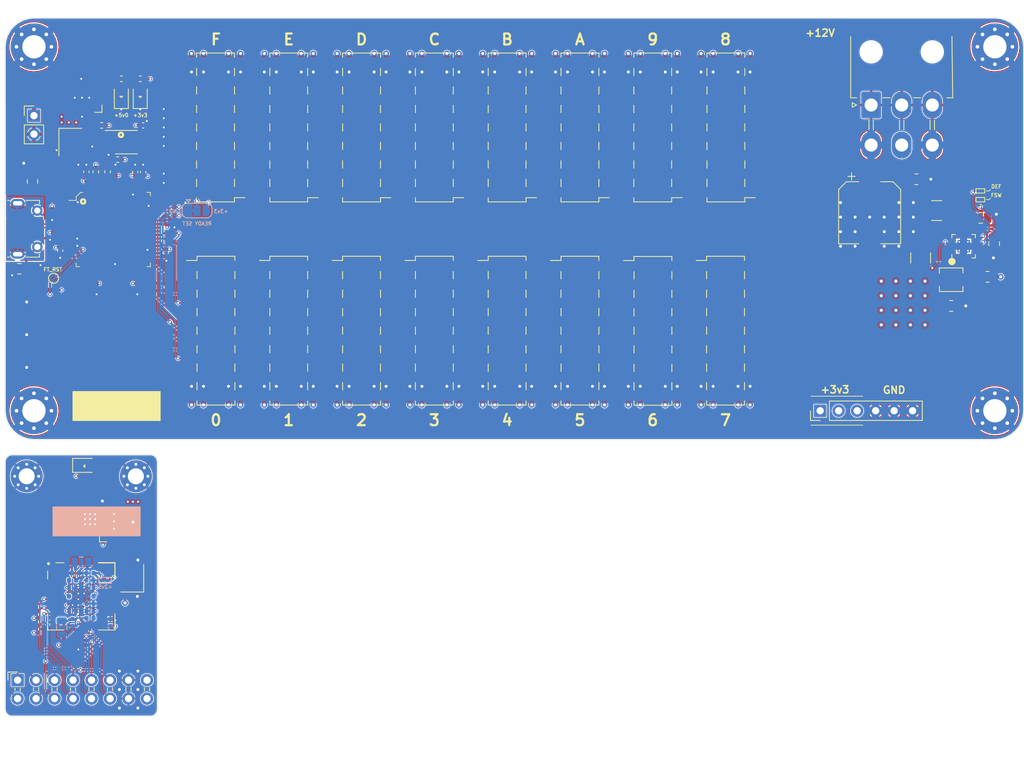
<source format=kicad_pcb>
(kicad_pcb (version 20171130) (host pcbnew "(5.1.9)-1")
  (title_block (title icepool-board) (date 2020-11-09) (rev 2020-04) (company fourside.io))
  (layers (0 F.Cu signal) (1 In1.Cu power) (2 In2.Cu power) (31 B.Cu signal) (34 B.Paste user) (35 F.Paste user) (36 B.SilkS user) (37 F.SilkS user) (38 B.Mask user) (39 F.Mask user) (44 Edge.Cuts user))
  (net 0 "")
  (net 1 GND)
  (net 2 +12V)
  (net 3 +3V3)
  (net 4 "Net-(D1-Pad2)")
  (net 5 /icepool-motherboard/VBUS)
  (net 6 "Net-(C9-Pad1)")
  (net 7 /icepool-motherboard/FT_CLK)
  (net 8 +5V)
  (net 9 "Net-(FB1-Pad2)")
  (net 10 /icepool-motherboard/USB_D+)
  (net 11 "Net-(J1-Pad4)")
  (net 12 /icepool-motherboard/USB_D-)
  (net 13 /icepool-motherboard/SENSEA)
  (net 14 /icepool-motherboard/CDONE)
  (net 15 /icepool-motherboard/SCK1)
  (net 16 /icepool-motherboard/SCK0)
  (net 17 /icepool-motherboard/~CS0)
  (net 18 /icepool-motherboard/COPI0)
  (net 19 /icepool-motherboard/CIPO1)
  (net 20 /icepool-motherboard/COPI1)
  (net 21 "Net-(R2-Pad2)")
  (net 22 "Net-(R3-Pad2)")
  (net 23 "Net-(R4-Pad2)")
  (net 24 "Net-(R5-Pad2)")
  (net 25 /icepool-motherboard/CRESET_B)
  (net 26 /icepool-motherboard/FT_RST)
  (net 27 "Net-(R7-Pad2)")
  (net 28 "Net-(R8-Pad2)")
  (net 29 "Net-(R9-Pad1)")
  (net 30 "Net-(R11-Pad2)")
  (net 31 /icepool-motherboard/~CS1)
  (net 32 "Net-(R13-Pad2)")
  (net 33 "Net-(U1-Pad44)")
  (net 34 "Net-(U1-Pad33)")
  (net 35 "Net-(U1-Pad32)")
  (net 36 "Net-(U1-Pad29)")
  (net 37 "Net-(U1-Pad27)")
  (net 38 "Net-(U1-Pad18)")
  (net 39 "Net-(U2-Pad3)")
  (net 40 /icepool-motherboard/SDO1_0)
  (net 41 /icepool-motherboard/SDO1_1)
  (net 42 /icepool-motherboard/SDO1_8)
  (net 43 /icepool-motherboard/SDO1_7)
  (net 44 /icepool-motherboard/SDO1_9)
  (net 45 /icepool-motherboard/SDO1_2)
  (net 46 /icepool-motherboard/SDO1_3)
  (net 47 /icepool-motherboard/SDO1_10)
  (net 48 /icepool-motherboard/SDO1_11)
  (net 49 /icepool-motherboard/SDO1_4)
  (net 50 /icepool-motherboard/SDO1_5)
  (net 51 /icepool-motherboard/SDO1_12)
  (net 52 /icepool-motherboard/SDO1_13)
  (net 53 /icepool-motherboard/SDO1_6)
  (net 54 /icepool-motherboard/SDO1_14)
  (net 55 /ice40hx8k-daughter-board/CLK_FPGA)
  (net 56 +1V2)
  (net 57 /ice40hx8k-daughter-board/ice40-hx8k-bg121/VPP_2V5)
  (net 58 /ice40hx8k-daughter-board/ice40-hx8k-bg121/VCCPLL0)
  (net 59 /ice40hx8k-daughter-board/ice40-hx8k-bg121/GNDPLL0)
  (net 60 /ice40hx8k-daughter-board/ice40-hx8k-bg121/GNDPLL1)
  (net 61 /ice40hx8k-daughter-board/ice40-hx8k-bg121/VCCPLL1)
  (net 62 "Net-(D2-Pad2)")
  (net 63 /ice40hx8k-daughter-board/~LED)
  (net 64 /ice40hx8k-daughter-board/SDI1)
  (net 65 /ice40hx8k-daughter-board/SDO1)
  (net 66 /ice40hx8k-daughter-board/SDI0)
  (net 67 /ice40hx8k-daughter-board/~CS0)
  (net 68 /ice40hx8k-daughter-board/~CS1)
  (net 69 /ice40hx8k-daughter-board/SCK0)
  (net 70 /ice40hx8k-daughter-board/CRESET_B)
  (net 71 /ice40hx8k-daughter-board/SCK1)
  (net 72 /ice40hx8k-daughter-board/CDONE)
  (net 73 "Net-(U7-Pad3)")
  (net 74 "Net-(U8-PadK11)")
  (net 75 "Net-(U8-PadJ11)")
  (net 76 "Net-(U8-PadH11)")
  (net 77 "Net-(U8-PadG11)")
  (net 78 "Net-(U8-PadE11)")
  (net 79 "Net-(U8-PadD11)")
  (net 80 "Net-(U8-PadC11)")
  (net 81 "Net-(U8-PadB11)")
  (net 82 "Net-(U8-PadJ10)")
  (net 83 "Net-(U8-PadH10)")
  (net 84 "Net-(U8-PadG10)")
  (net 85 "Net-(U8-PadF10)")
  (net 86 "Net-(U8-PadE10)")
  (net 87 "Net-(U8-PadD10)")
  (net 88 "Net-(U8-PadB10)")
  (net 89 "Net-(U8-PadA10)")
  (net 90 /ice40hx8k-daughter-board/ice40-hx8k-bg121/SDO0)
  (net 91 "Net-(U8-PadH9)")
  (net 92 "Net-(U8-PadG9)")
  (net 93 "Net-(U8-PadF9)")
  (net 94 "Net-(U8-PadE9)")
  (net 95 "Net-(U8-PadD9)")
  (net 96 "Net-(U8-PadC9)")
  (net 97 "Net-(U8-PadB9)")
  (net 98 "Net-(U8-PadA9)")
  (net 99 "Net-(U8-PadL8)")
  (net 100 "Net-(U8-PadJ8)")
  (net 101 "Net-(U8-PadG8)")
  (net 102 "Net-(U8-PadE8)")
  (net 103 "Net-(U8-PadC8)")
  (net 104 "Net-(U8-PadB8)")
  (net 105 "Net-(U8-PadA8)")
  (net 106 "Net-(U8-PadL7)")
  (net 107 "Net-(U8-PadK7)")
  (net 108 "Net-(U8-PadJ7)")
  (net 109 "Net-(U8-PadH7)")
  (net 110 "Net-(U8-PadD7)")
  (net 111 "Net-(U8-PadC7)")
  (net 112 "Net-(U8-PadB7)")
  (net 113 "Net-(U8-PadA7)")
  (net 114 "Net-(U8-PadK6)")
  (net 115 "Net-(U8-PadB6)")
  (net 116 "Net-(U8-PadA6)")
  (net 117 "Net-(U8-PadL5)")
  (net 118 "Net-(U8-PadK5)")
  (net 119 "Net-(U8-PadJ5)")
  (net 120 "Net-(U8-PadD5)")
  (net 121 "Net-(U8-PadB5)")
  (net 122 "Net-(U8-PadA5)")
  (net 123 "Net-(U8-PadL4)")
  (net 124 "Net-(U8-PadK4)")
  (net 125 "Net-(U8-PadJ4)")
  (net 126 "Net-(U8-PadF4)")
  (net 127 "Net-(U8-PadC4)")
  (net 128 "Net-(U8-PadB4)")
  (net 129 "Net-(U8-PadA4)")
  (net 130 "Net-(U8-PadL3)")
  (net 131 "Net-(U8-PadK3)")
  (net 132 "Net-(U8-PadJ3)")
  (net 133 "Net-(U8-PadH3)")
  (net 134 "Net-(U8-PadG3)")
  (net 135 "Net-(U8-PadE3)")
  (net 136 "Net-(U8-PadD3)")
  (net 137 "Net-(U8-PadC3)")
  (net 138 "Net-(U8-PadB3)")
  (net 139 "Net-(U8-PadA3)")
  (net 140 "Net-(U8-PadL2)")
  (net 141 "Net-(U8-PadK2)")
  (net 142 "Net-(U8-PadJ2)")
  (net 143 "Net-(U8-PadH2)")
  (net 144 "Net-(U8-PadG2)")
  (net 145 "Net-(U8-PadF2)")
  (net 146 "Net-(U8-PadE2)")
  (net 147 "Net-(U8-PadD2)")
  (net 148 "Net-(U8-PadC2)")
  (net 149 "Net-(U8-PadA2)")
  (net 150 "Net-(U8-PadL1)")
  (net 151 "Net-(U8-PadF1)")
  (net 152 "Net-(U8-PadE1)")
  (net 153 "Net-(U8-PadD1)")
  (net 154 "Net-(U8-PadC1)")
  (net 155 "Net-(U8-PadA1)")
  (net 156 "Net-(C38-Pad1)")
  (net 157 +1V8)
  (net 158 "Net-(U1-Pad60)")
  (net 159 "Net-(U1-Pad59)")
  (net 160 "Net-(U1-Pad58)")
  (net 161 "Net-(U1-Pad57)")
  (net 162 "Net-(U1-Pad55)")
  (net 163 "Net-(U1-Pad54)")
  (net 164 "Net-(U1-Pad53)")
  (net 165 "Net-(U1-Pad52)")
  (net 166 "Net-(U1-Pad48)")
  (net 167 "Net-(U1-Pad41)")
  (net 168 "Net-(U1-Pad36)")
  (net 169 "Net-(U1-Pad34)")
  (net 170 "Net-(U1-Pad30)")
  (net 171 "Net-(U1-Pad28)")
  (net 172 "Net-(U1-Pad26)")
  (net 173 "Net-(U1-Pad22)")
  (net 174 "Net-(U1-Pad19)")
  (net 175 "Net-(U1-Pad3)")
  (net 176 /icepool-motherboard/FT_EECS)
  (net 177 /icepool-motherboard/FT_EECLK)
  (net 178 "Net-(R34-Pad2)")
  (net 179 /icepool-motherboard/FT_EEDATA)
  (net 180 "Net-(U4-Pad7)")
  (net 181 /icepool-motherboard/~READY_0)
  (net 182 /icepool-motherboard/~READY)
  (net 183 /icepool-motherboard/~RESET)
  (net 184 /icepool-motherboard/~READY_4)
  (net 185 /icepool-motherboard/~READY_3)
  (net 186 /icepool-motherboard/~READY_8)
  (net 187 /icepool-motherboard/~READY_7)
  (net 188 /icepool-motherboard/~READY_12)
  (net 189 /icepool-motherboard/~READY_11)
  (net 190 /icepool-motherboard/~READY_1)
  (net 191 /icepool-motherboard/~READY_5)
  (net 192 /icepool-motherboard/~READY_9)
  (net 193 /icepool-motherboard/~READY_13)
  (net 194 /icepool-motherboard/~READY_2)
  (net 195 /icepool-motherboard/~READY_6)
  (net 196 /icepool-motherboard/~READY_10)
  (net 197 /icepool-motherboard/~READY_14)
  (net 198 /icepool-motherboard/~READY_15)
  (net 199 /ice40hx8k-daughter-board/~READY_IN)
  (net 200 /ice40hx8k-daughter-board/~READY_OUT)
  (net 201 /ice40hx8k-daughter-board/~RESET)
  (net 202 "Net-(D3-Pad2)")
  (net 203 "/icepool-motherboard/12V-3.3V Buck/FSW")
  (net 204 "/icepool-motherboard/12V-3.3V Buck/PG")
  (net 205 "/icepool-motherboard/12V-3.3V Buck/DEF")
  (net 206 "/icepool-motherboard/12V-3.3V Buck/SW")
  (module Symbol:OSHW-Symbol_8.9x8mm_Copper (layer F.Cu) (at 42.8 67.2)
    (fp_text reference OSHW2 hide)
    (fp_text value Logo_Open_Hardware_Small hide)
    (fp_poly (pts (xy 0.746536 -3.399573) (xy 0.859118 -2.802382) (xy 1.274531 -2.631135) (xy 1.689945 -2.459888) (xy 2.188302 -2.798767) (xy 2.327869 -2.893123) (xy 2.454029 -2.97737) (xy 2.560896 -3.047662) (xy 2.642583 -3.100153) (xy 2.693202 -3.130996) (xy 2.706987 -3.137647) (xy 2.731821 -3.120542) (xy 2.784889 -3.073256) (xy 2.860241 -3.001828) (xy 2.95193 -2.9123) (xy 3.054008 -2.810711) (xy 3.160527 -2.703102) (xy 3.265537 -2.595513) (xy 3.363092 -2.493985) (xy 3.447243 -2.404559) (xy 3.512041 -2.333274) (xy 3.551538 -2.286172) (xy 3.560981 -2.270408) (xy 3.547392 -2.241347) (xy 3.509294 -2.177679) (xy 3.450694 -2.085633) (xy 3.375598 -1.971436) (xy 3.288009 -1.841316) (xy 3.237255 -1.767099) (xy 3.144746 -1.631578) (xy 3.062541 -1.509284) (xy 2.994631 -1.406305) (xy 2.945001 -1.328727) (xy 2.917641 -1.282639) (xy 2.91353 -1.272953) (xy 2.92285 -1.245426) (xy 2.948255 -1.181272) (xy 2.985912 -1.08951) (xy 3.031987 -0.979161) (xy 3.082647 -0.859245) (xy 3.13406 -0.738781) (xy 3.18239 -0.626791) (xy 3.223807 -0.532293) (xy 3.254475 -0.464308) (xy 3.270562 -0.431857) (xy 3.271512 -0.43058) (xy 3.296773 -0.424383) (xy 3.364046 -0.41056) (xy 3.466361 -0.390468) (xy 3.596742 -0.365466) (xy 3.748217 -0.336914) (xy 3.836594 -0.320449) (xy 3.998453 -0.289631) (xy 4.14465 -0.260306) (xy 4.267788 -0.234079) (xy 4.36047 -0.212554) (xy 4.415302 -0.197335) (xy 4.426324 -0.192507) (xy 4.437119 -0.159826) (xy 4.44583 -0.086015) (xy 4.452461 0.020292) (xy 4.457019 0.150467) (xy 4.45951 0.295876) (xy 4.459939 0.44789) (xy 4.458312 0.597877) (xy 4.454636 0.737206) (xy 4.448916 0.857245) (xy 4.441158 0.949365) (xy 4.431369 1.004932) (xy 4.425497 1.0165) (xy 4.3904 1.030365) (xy 4.316029 1.050188) (xy 4.212224 1.073639) (xy 4.08882 1.098391) (xy 4.045742 1.106398) (xy 3.838048 1.144441) (xy 3.673985 1.175079) (xy 3.548131 1.199529) (xy 3.455066 1.219009) (xy 3.389368 1.234736) (xy 3.345618 1.247928) (xy 3.318393 1.259804) (xy 3.302273 1.27158) (xy 3.300018 1.273908) (xy 3.277504 1.3114) (xy 3.243159 1.384365) (xy 3.200412 1.483867) (xy 3.152693 1.600973) (xy 3.103431 1.726748) (xy 3.056056 1.852257) (xy 3.013996 1.968565) (xy 2.980681 2.066739) (xy 2.959542 2.137843) (xy 2.954006 2.172942) (xy 2.954467 2.174172) (xy 2.973224 2.202861) (xy 3.015777 2.265985) (xy 3.077654 2.356973) (xy 3.154383 2.469255) (xy 3.241492 2.59626) (xy 3.266299 2.632353) (xy 3.354753 2.763203) (xy 3.432589 2.882591) (xy 3.495567 2.983662) (xy 3.539446 3.059559) (xy 3.559986 3.103427) (xy 3.560981 3.108817) (xy 3.543723 3.137144) (xy 3.496036 3.193261) (xy 3.424051 3.271137) (xy 3.333898 3.36474) (xy 3.231706 3.468041) (xy 3.123606 3.575006) (xy 3.015729 3.679606) (xy 2.914205 3.775809) (xy 2.825163 3.857584) (xy 2.754734 3.9189) (xy 2.709048 3.953726) (xy 2.69641 3.959412) (xy 2.666992 3.94602) (xy 2.606762 3.909899) (xy 2.52553 3.857136) (xy 2.463031 3.814667) (xy 2.349786 3.73674) (xy 2.215675 3.644984) (xy 2.081156 3.553375) (xy 2.008834 3.504346) (xy 1.764039 3.33877) (xy 1.558551 3.449875) (xy 1.464937 3.498548) (xy 1.385331 3.536381) (xy 1.331468 3.557958) (xy 1.317758 3.560961) (xy 1.301271 3.538793) (xy 1.268746 3.476149) (xy 1.222609 3.378809) (xy 1.165291 3.252549) (xy 1.099217 3.10315) (xy 1.026816 2.936388) (xy 0.950517 2.758042) (xy 0.872747 2.573891) (xy 0.795935 2.389712) (xy 0.722507 2.211285) (xy 0.654893 2.044387) (xy 0.595521 1.894797) (xy 0.546817 1.768293) (xy 0.511211 1.670654) (xy 0.491131 1.607657) (xy 0.487901 1.586021) (xy 0.513497 1.558424) (xy 0.569539 1.513625) (xy 0.644312 1.460934) (xy 0.650588 1.456765) (xy 0.843846 1.302069) (xy 0.999675 1.121591) (xy 1.116725 0.921102) (xy 1.193646 0.706374) (xy 1.229087 0.483177) (xy 1.221698 0.257281) (xy 1.170128 0.034459) (xy 1.073027 -0.179521) (xy 1.044459 -0.226336) (xy 0.895869 -0.415382) (xy 0.720328 -0.567188) (xy 0.523911 -0.680966) (xy 0.312694 -0.755925) (xy 0.092754 -0.791278) (xy -0.129836 -0.786233) (xy -0.348998 -0.740001) (xy -0.558657 -0.651794) (xy -0.752738 -0.520821) (xy -0.812773 -0.467663) (xy -0.965564 -0.301261) (xy -1.076902 -0.126088) (xy -1.153276 0.070266) (xy -1.195812 0.264717) (xy -1.206313 0.483342) (xy -1.171299 0.703052) (xy -1.094326 0.91642) (xy -0.978952 1.116022) (xy -0.828734 1.294429) (xy -0.647226 1.444217) (xy -0.623372 1.460006) (xy -0.547798 1.511712) (xy -0.490348 1.556512) (xy -0.462882 1.585117) (xy -0.462482 1.586021) (xy -0.468379 1.616964) (xy -0.491754 1.687191) (xy -0.530178 1.790925) (xy -0.581222 1.92239) (xy -0.642457 2.075807) (xy -0.711455 2.245401) (xy -0.785786 2.425393) (xy -0.863021 2.610008) (xy -0.940731 2.793468) (xy -1.016488 2.969996) (xy -1.087862 3.133814) (xy -1.152425 3.279147) (xy -1.207747 3.400217) (xy -1.251399 3.491247) (xy -1.280953 3.54646) (xy -1.292855 3.560961) (xy -1.329222 3.549669) (xy -1.397269 3.519385) (xy -1.485263 3.47552) (xy -1.533649 3.449875) (xy -1.739136 3.33877) (xy -1.983931 3.504346) (xy -2.108893 3.58917) (xy -2.245704 3.682516) (xy -2.373911 3.770408) (xy -2.438128 3.814667) (xy -2.528448 3.875318) (xy -2.604928 3.923381) (xy -2.657592 3.95277) (xy -2.674697 3.958982) (xy -2.699594 3.942223) (xy -2.754694 3.895436) (xy -2.834656 3.82348) (xy -2.934139 3.731212) (xy -3.047799 3.62349) (xy -3.119684 3.554326) (xy -3.245448 3.430757) (xy -3.354136 3.320234) (xy -3.441354 3.227485) (xy -3.50271 3.157237) (xy -3.533808 3.11422) (xy -3.536791 3.10549) (xy -3.522946 3.072284) (xy -3.484687 3.005142) (xy -3.426258 2.910863) (xy -3.351902 2.796245) (xy -3.265864 2.668083) (xy -3.241397 2.632353) (xy -3.152245 2.502489) (xy -3.072261 2.385569) (xy -3.005919 2.288162) (xy -2.957688 2.216839) (xy -2.932042 2.17817) (xy -2.929564 2.174172) (xy -2.93327 2.143355) (xy -2.952938 2.075599) (xy -2.985139 1.979839) (xy -3.026444 1.865009) (xy -3.073424 1.740044) (xy -3.12265 1.613879) (xy -3.170691 1.495448) (xy -3.214118 1.393685) (xy -3.249503 1.317526) (xy -3.273415 1.275904) (xy -3.275115 1.273908) (xy -3.289737 1.262013) (xy -3.314434 1.25025) (xy -3.354627 1.237401) (xy -3.415736 1.222249) (xy -3.503182 1.203576) (xy -3.622387 1.180165) (xy -3.778772 1.150797) (xy -3.977756 1.114255) (xy -4.020839 1.106398) (xy -4.148529 1.081727) (xy -4.259846 1.057593) (xy -4.344954 1.036324) (xy -4.394016 1.020248) (xy -4.400594 1.0165) (xy -4.411435 0.983273) (xy -4.420246 0.909021) (xy -4.427023 0.802376) (xy -4.431759 0.671967) (xy -4.434449 0.526427) (xy -4.435086 0.374386) (xy -4.433665 0.224476) (xy -4.430179 0.085328) (xy -4.424623 -0.034428) (xy -4.416991 -0.126159) (xy -4.407277 -0.181234) (xy -4.401421 -0.192507) (xy -4.368819 -0.203877) (xy -4.294581 -0.222376) (xy -4.186103 -0.246398) (xy -4.050782 -0.274338) (xy -3.896014 -0.304592) (xy -3.811692 -0.320449) (xy -3.651703 -0.350356) (xy -3.509032 -0.37745) (xy -3.390651 -0.400369) (xy -3.303534 -0.417757) (xy -3.254654 -0.428253) (xy -3.246609 -0.43058) (xy -3.233012 -0.456814) (xy -3.20427 -0.520005) (xy -3.164214 -0.611123) (xy -3.116675 -0.721143) (xy -3.065484 -0.841035) (xy -3.014473 -0.961773) (xy -2.967473 -1.074329) (xy -2.928315 -1.169674) (xy -2.90083 -1.238783) (xy -2.88885 -1.272626) (xy -2.888627 -1.274105) (xy -2.902208 -1.300803) (xy -2.940284 -1.36224) (xy -2.998852 -1.452311) (xy -3.073911 -1.56491) (xy -3.161459 -1.69393) (xy -3.212352 -1.768039) (xy -3.30509 -1.903923) (xy -3.387458 -2.027291) (xy -3.455438 -2.131903) (xy -3.505011 -2.211517) (xy -3.532157 -2.259893) (xy -3.536078 -2.270738) (xy -3.519224 -2.29598) (xy -3.472631 -2.349876) (xy -3.402251 -2.426387) (xy -3.314034 -2.519477) (xy -3.213934 -2.623105) (xy -3.107901 -2.731236) (xy -3.001888 -2.83783) (xy -2.901847 -2.93685) (xy -2.813729 -3.022258) (xy -2.743486 -3.088015) (xy -2.697071 -3.128084) (xy -2.681543 -3.137647) (xy -2.65626 -3.1242) (xy -2.595788 -3.086425) (xy -2.506007 -3.028165) (xy -2.392796 -2.953266) (xy -2.262036 -2.865575) (xy -2.1634 -2.798767) (xy -1.665042 -2.459888) (xy -1.249629 -2.631135) (xy -0.834215 -2.802382) (xy -0.721633 -3.399573) (xy -0.60905 -3.996765) (xy 0.633953 -3.996765) (xy 0.746536 -3.399573)) (layer F.Cu) (width 0.01))
  )
  (module Symbol:OSHW-Symbol_6.7x6mm_Copper (layer F.Cu) (at 36 91.8)
    (fp_text reference OSHW1 hide)
    (fp_text value Logo_Open_Hardware_Small hide)
    (fp_poly (pts (xy 0.555814 -2.531069) (xy 0.639635 -2.086445) (xy 0.94892 -1.958947) (xy 1.258206 -1.831449) (xy 1.629246 -2.083754) (xy 1.733157 -2.154004) (xy 1.827087 -2.216728) (xy 1.906652 -2.269062) (xy 1.96747 -2.308143) (xy 2.005157 -2.331107) (xy 2.015421 -2.336058) (xy 2.03391 -2.323324) (xy 2.07342 -2.288118) (xy 2.129522 -2.234938) (xy 2.197787 -2.168282) (xy 2.273786 -2.092646) (xy 2.353092 -2.012528) (xy 2.431275 -1.932426) (xy 2.503907 -1.856836) (xy 2.566559 -1.790255) (xy 2.614803 -1.737182) (xy 2.64421 -1.702113) (xy 2.651241 -1.690377) (xy 2.641123 -1.66874) (xy 2.612759 -1.621338) (xy 2.569129 -1.552807) (xy 2.513218 -1.467785) (xy 2.448006 -1.370907) (xy 2.410219 -1.31565) (xy 2.341343 -1.214752) (xy 2.28014 -1.123701) (xy 2.229578 -1.04703) (xy 2.192628 -0.989272) (xy 2.172258 -0.954957) (xy 2.169197 -0.947746) (xy 2.176136 -0.927252) (xy 2.195051 -0.879487) (xy 2.223087 -0.811168) (xy 2.257391 -0.729011) (xy 2.295109 -0.63973) (xy 2.333387 -0.550042) (xy 2.36937 -0.466662) (xy 2.400206 -0.396306) (xy 2.423039 -0.34569) (xy 2.435017 -0.321529) (xy 2.435724 -0.320578) (xy 2.454531 -0.315964) (xy 2.504618 -0.305672) (xy 2.580793 -0.290713) (xy 2.677865 -0.272099) (xy 2.790643 -0.250841) (xy 2.856442 -0.238582) (xy 2.97695 -0.215638) (xy 3.085797 -0.193805) (xy 3.177476 -0.174278) (xy 3.246481 -0.158252) (xy 3.287304 -0.146921) (xy 3.295511 -0.143326) (xy 3.303548 -0.118994) (xy 3.310033 -0.064041) (xy 3.31497 0.015108) (xy 3.318364 0.112026) (xy 3.320218 0.220287) (xy 3.320538 0.333465) (xy 3.319327 0.445135) (xy 3.31659 0.548868) (xy 3.312331 0.638241) (xy 3.306555 0.706826) (xy 3.299267 0.748197) (xy 3.294895 0.75681) (xy 3.268764 0.767133) (xy 3.213393 0.781892) (xy 3.136107 0.799352) (xy 3.04423 0.81778) (xy 3.012158 0.823741) (xy 2.857524 0.852066) (xy 2.735375 0.874876) (xy 2.641673 0.89308) (xy 2.572384 0.907583) (xy 2.523471 0.919292) (xy 2.490897 0.929115) (xy 2.470628 0.937956) (xy 2.458626 0.946724) (xy 2.456947 0.948457) (xy 2.440184 0.976371) (xy 2.414614 1.030695) (xy 2.382788 1.104777) (xy 2.34726 1.191965) (xy 2.310583 1.285608) (xy 2.275311 1.379052) (xy 2.243996 1.465647) (xy 2.219193 1.53874) (xy 2.203454 1.591678) (xy 2.199332 1.617811) (xy 2.199676 1.618726) (xy 2.213641 1.640086) (xy 2.245322 1.687084) (xy 2.291391 1.754827) (xy 2.348518 1.838423) (xy 2.413373 1.932982) (xy 2.431843 1.959854) (xy 2.497699 2.057275) (xy 2.55565 2.146163) (xy 2.602538 2.221412) (xy 2.635207 2.27792) (xy 2.6505 2.310581) (xy 2.651241 2.314593) (xy 2.638392 2.335684) (xy 2.602888 2.377464) (xy 2.549293 2.435445) (xy 2.482171 2.505135) (xy 2.406087 2.582045) (xy 2.325604 2.661683) (xy 2.245287 2.739561) (xy 2.169699 2.811186) (xy 2.103405 2.87207) (xy 2.050969 2.917721) (xy 2.016955 2.94365) (xy 2.007545 2.947883) (xy 1.985643 2.937912) (xy 1.9408 2.91102) (xy 1.880321 2.871736) (xy 1.833789 2.840117) (xy 1.749475 2.782098) (xy 1.649626 2.713784) (xy 1.549473 2.645579) (xy 1.495627 2.609075) (xy 1.313371 2.4858) (xy 1.160381 2.56852) (xy 1.090682 2.604759) (xy 1.031414 2.632926) (xy 0.991311 2.648991) (xy 0.981103 2.651226) (xy 0.968829 2.634722) (xy 0.944613 2.588082) (xy 0.910263 2.515609) (xy 0.867588 2.421606) (xy 0.818394 2.310374) (xy 0.76449 2.186215) (xy 0.707684 2.053432) (xy 0.649782 1.916327) (xy 0.592593 1.779202) (xy 0.537924 1.646358) (xy 0.487584 1.522098) (xy 0.44338 1.410725) (xy 0.407119 1.316539) (xy 0.380609 1.243844) (xy 0.365658 1.196941) (xy 0.363254 1.180833) (xy 0.382311 1.160286) (xy 0.424036 1.126933) (xy 0.479706 1.087702) (xy 0.484378 1.084599) (xy 0.628264 0.969423) (xy 0.744283 0.835053) (xy 0.83143 0.685784) (xy 0.888699 0.525913) (xy 0.915086 0.359737) (xy 0.909585 0.191552) (xy 0.87119 0.025655) (xy 0.798895 -0.133658) (xy 0.777626 -0.168513) (xy 0.666996 -0.309263) (xy 0.536302 -0.422286) (xy 0.390064 -0.506997) (xy 0.232808 -0.562806) (xy 0.069057 -0.589126) (xy -0.096667 -0.58537) (xy -0.259838 -0.55095) (xy -0.415935 -0.485277) (xy -0.560433 -0.387765) (xy -0.605131 -0.348187) (xy -0.718888 -0.224297) (xy -0.801782 -0.093876) (xy -0.858644 0.052315) (xy -0.890313 0.197088) (xy -0.898131 0.35986) (xy -0.872062 0.52344) (xy -0.814755 0.682298) (xy -0.728856 0.830906) (xy -0.617014 0.963735) (xy -0.481877 1.075256) (xy -0.464117 1.087011) (xy -0.40785 1.125508) (xy -0.365077 1.158863) (xy -0.344628 1.18016) (xy -0.344331 1.180833) (xy -0.348721 1.203871) (xy -0.366124 1.256157) (xy -0.394732 1.33339) (xy -0.432735 1.431268) (xy -0.478326 1.545491) (xy -0.529697 1.671758) (xy -0.585038 1.805767) (xy -0.642542 1.943218) (xy -0.700399 2.079808) (xy -0.756802 2.211237) (xy -0.809942 2.333205) (xy -0.85801 2.441409) (xy -0.899199 2.531549) (xy -0.931699 2.599323) (xy -0.953703 2.64043) (xy -0.962564 2.651226) (xy -0.98964 2.642819) (xy -1.040303 2.620272) (xy -1.105817 2.587613) (xy -1.141841 2.56852) (xy -1.294832 2.4858) (xy -1.477088 2.609075) (xy -1.570125 2.672228) (xy -1.671985 2.741727) (xy -1.767438 2.807165) (xy -1.81525 2.840117) (xy -1.882495 2.885273) (xy -1.939436 2.921057) (xy -1.978646 2.942938) (xy -1.991381 2.947563) (xy -2.009917 2.935085) (xy -2.050941 2.900252) (xy -2.110475 2.846678) (xy -2.184542 2.777983) (xy -2.269165 2.697781) (xy -2.322685 2.646286) (xy -2.416319 2.554286) (xy -2.497241 2.471999) (xy -2.562177 2.402945) (xy -2.607858 2.350644) (xy -2.631011 2.318616) (xy -2.633232 2.312116) (xy -2.622924 2.287394) (xy -2.594439 2.237405) (xy -2.550937 2.167212) (xy -2.495577 2.081875) (xy -2.43152 1.986456) (xy -2.413303 1.959854) (xy -2.346927 1.863167) (xy -2.287378 1.776117) (xy -2.237984 1.703595) (xy -2.202075 1.650493) (xy -2.182981 1.621703) (xy -2.181136 1.618726) (xy -2.183895 1.595782) (xy -2.198538 1.545336) (xy -2.222513 1.474041) (xy -2.253266 1.388547) (xy -2.288244 1.295507) (xy -2.324893 1.201574) (xy -2.360661 1.113399) (xy -2.392994 1.037634) (xy -2.419338 0.980931) (xy -2.437142 0.949943) (xy -2.438407 0.948457) (xy -2.449294 0.939601) (xy -2.467682 0.930843) (xy -2.497606 0.921277) (xy -2.543103 0.909996) (xy -2.608209 0.896093) (xy -2.696961 0.878663) (xy -2.813393 0.856798) (xy -2.961542 0.829591) (xy -2.993618 0.823741) (xy -3.088686 0.805374) (xy -3.171565 0.787405) (xy -3.23493 0.771569) (xy -3.271458 0.7596) (xy -3.276356 0.75681) (xy -3.284427 0.732072) (xy -3.290987 0.67679) (xy -3.296033 0.597389) (xy -3.299559 0.500296) (xy -3.301561 0.391938) (xy -3.302036 0.27874) (xy -3.300977 0.167128) (xy -3.298382 0.063529) (xy -3.294246 -0.025632) (xy -3.288563 -0.093928) (xy -3.281331 -0.134934) (xy -3.276971 -0.143326) (xy -3.252698 -0.151792) (xy -3.197426 -0.165565) (xy -3.116662 -0.18345) (xy -3.015912 -0.204252) (xy -2.900683 -0.226777) (xy -2.837902 -0.238582) (xy -2.718787 -0.260849) (xy -2.612565 -0.281021) (xy -2.524427 -0.298085) (xy -2.459566 -0.311031) (xy -2.423174 -0.318845) (xy -2.417184 -0.320578) (xy -2.407061 -0.34011) (xy -2.385662 -0.387157) (xy -2.355839 -0.454997) (xy -2.320445 -0.536909) (xy -2.282332 -0.626172) (xy -2.244353 -0.716065) (xy -2.20936 -0.799865) (xy -2.180206 -0.870853) (xy -2.159743 -0.922306) (xy -2.150823 -0.947503) (xy -2.150657 -0.948604) (xy -2.160769 -0.968481) (xy -2.189117 -1.014223) (xy -2.232723 -1.081283) (xy -2.288606 -1.165116) (xy -2.353787 -1.261174) (xy -2.391679 -1.31635) (xy -2.460725 -1.417519) (xy -2.52205 -1.50937) (xy -2.572663 -1.587256) (xy -2.609571 -1.646531) (xy -2.629782 -1.682549) (xy -2.632701 -1.690623) (xy -2.620153 -1.709416) (xy -2.585463 -1.749543) (xy -2.533063 -1.806507) (xy -2.467384 -1.875815) (xy -2.392856 -1.952969) (xy -2.313913 -2.033475) (xy -2.234983 -2.112837) (xy -2.1605 -2.18656) (xy -2.094894 -2.250148) (xy -2.042596 -2.299106) (xy -2.008039 -2.328939) (xy -1.996478 -2.336058) (xy -1.977654 -2.326047) (xy -1.932631 -2.297922) (xy -1.865787 -2.254546) (xy -1.781499 -2.198782) (xy -1.684144 -2.133494) (xy -1.610707 -2.083754) (xy -1.239667 -1.831449) (xy -0.621095 -2.086445) (xy -0.537275 -2.531069) (xy -0.453454 -2.975693) (xy 0.471994 -2.975693) (xy 0.555814 -2.531069)) (layer F.Cu) (width 0.01))
  )
  (module Resistor_SMD:R_0402_1005Metric (layer F.Cu) (at 49.6 30.4 180)
    (fp_text reference R25 hide)
    (fp_text value 4k7)
    (pad 2 smd roundrect (at 0.51 0 180) (size 0.54 0.64) (layers F.Cu F.Paste F.Mask) (net 202 "Net-(D3-Pad2)"))
    (pad 1 smd roundrect (at -0.51 0 180) (size 0.54 0.64) (layers F.Cu F.Paste F.Mask) (net 3 +3V3))
  )
  (module Resistor_SMD:R_0402_1005Metric (layer F.Cu) (at 47 30.4)
    (fp_text reference R1 hide)
    (fp_text value 4k7)
    (pad 2 smd roundrect (at 0.51 0) (size 0.54 0.64) (layers F.Cu F.Paste F.Mask) (net 4 "Net-(D1-Pad2)"))
    (pad 1 smd roundrect (at -0.51 0) (size 0.54 0.64) (layers F.Cu F.Paste F.Mask) (net 8 +5V))
  )
  (module Connector_PinHeader_2.54mm:PinHeader_1x06_P2.54mm_Vertical (layer F.Cu) (at 143 76 90)
    (fp_text reference J21 hide)
    (fp_text value PWR_ALT)
    (pad 6 thru_hole oval (at 0 12.7 90) (size 1.7 1.7) (drill 1) (layers *.Cu *.Mask) (net 1 GND))
    (pad 5 thru_hole oval (at 0 10.16 90) (size 1.7 1.7) (drill 1) (layers *.Cu *.Mask) (net 1 GND))
    (pad 4 thru_hole oval (at 0 7.62 90) (size 1.7 1.7) (drill 1) (layers *.Cu *.Mask) (net 1 GND))
    (pad 3 thru_hole oval (at 0 5.08 90) (size 1.7 1.7) (drill 1) (layers *.Cu *.Mask) (net 3 +3V3))
    (pad 2 thru_hole oval (at 0 2.54 90) (size 1.7 1.7) (drill 1) (layers *.Cu *.Mask) (net 3 +3V3))
    (pad 1 thru_hole rect (at 0 0 90) (size 1.7 1.7) (drill 1) (layers *.Cu *.Mask) (net 3 +3V3))
  )
  (module LED_SMD:LED_0805_2012Metric (layer F.Cu) (at 49.6 32.8 90)
    (fp_text reference D3 hide)
    (fp_text value PWRLED)
    (pad 2 smd roundrect (at 0.9375 0 90) (size 0.975 1.4) (layers F.Cu F.Paste F.Mask) (net 202 "Net-(D3-Pad2)"))
    (pad 1 smd roundrect (at -0.9375 0 90) (size 0.975 1.4) (layers F.Cu F.Paste F.Mask) (net 1 GND))
  )
  (module LED_SMD:LED_0805_2012Metric (layer F.Cu) (at 47 32.8 90)
    (fp_text reference D1 hide)
    (fp_text value USE_VBUS_LED)
    (pad 2 smd roundrect (at 0.9375 0 90) (size 0.975 1.4) (layers F.Cu F.Paste F.Mask) (net 4 "Net-(D1-Pad2)"))
    (pad 1 smd roundrect (at -0.9375 0 90) (size 0.975 1.4) (layers F.Cu F.Paste F.Mask) (net 1 GND))
  )
  (module Connector_PinHeader_2.54mm:PinHeader_2x08_P2.54mm_Vertical_SMD (layer F.Cu) (at 59.944 37.084 180)
    (fp_text reference J19 hide)
    (fp_text value Conn_02x08_Odd_Even)
    (pad 16 smd rect (at 2.525 8.89 180) (size 3.15 1) (layers F.Cu F.Paste F.Mask) (net 3 +3V3))
    (pad 15 smd rect (at -2.525 8.89 180) (size 3.15 1) (layers F.Cu F.Paste F.Mask) (net 3 +3V3))
    (pad 14 smd rect (at 2.525 6.35 180) (size 3.15 1) (layers F.Cu F.Paste F.Mask) (net 1 GND))
    (pad 13 smd rect (at -2.525 6.35 180) (size 3.15 1) (layers F.Cu F.Paste F.Mask) (net 1 GND))
    (pad 12 smd rect (at 2.525 3.81 180) (size 3.15 1) (layers F.Cu F.Paste F.Mask) (net 14 /icepool-motherboard/CDONE))
    (pad 11 smd rect (at -2.525 3.81 180) (size 3.15 1) (layers F.Cu F.Paste F.Mask) (net 31 /icepool-motherboard/~CS1))
    (pad 10 smd rect (at 2.525 1.27 180) (size 3.15 1) (layers F.Cu F.Paste F.Mask) (net 25 /icepool-motherboard/CRESET_B))
    (pad 9 smd rect (at -2.525 1.27 180) (size 3.15 1) (layers F.Cu F.Paste F.Mask) (net 17 /icepool-motherboard/~CS0))
    (pad 8 smd rect (at 2.525 -1.27 180) (size 3.15 1) (layers F.Cu F.Paste F.Mask) (net 183 /icepool-motherboard/~RESET))
    (pad 7 smd rect (at -2.525 -1.27 180) (size 3.15 1) (layers F.Cu F.Paste F.Mask) (net 18 /icepool-motherboard/COPI0))
    (pad 6 smd rect (at 2.525 -3.81 180) (size 3.15 1) (layers F.Cu F.Paste F.Mask) (net 19 /icepool-motherboard/CIPO1))
    (pad 5 smd rect (at -2.525 -3.81 180) (size 3.15 1) (layers F.Cu F.Paste F.Mask) (net 54 /icepool-motherboard/SDO1_14))
    (pad 4 smd rect (at 2.525 -6.35 180) (size 3.15 1) (layers F.Cu F.Paste F.Mask) (net 16 /icepool-motherboard/SCK0))
    (pad 3 smd rect (at -2.525 -6.35 180) (size 3.15 1) (layers F.Cu F.Paste F.Mask) (net 15 /icepool-motherboard/SCK1))
    (pad 2 smd rect (at 2.525 -8.89 180) (size 3.15 1) (layers F.Cu F.Paste F.Mask) (net 198 /icepool-motherboard/~READY_15))
    (pad 1 smd rect (at -2.525 -8.89 180) (size 3.15 1) (layers F.Cu F.Paste F.Mask) (net 197 /icepool-motherboard/~READY_14))
  )
  (module Connector_PinHeader_2.54mm:PinHeader_2x08_P2.54mm_Vertical_SMD (layer F.Cu) (at 130.048 37.084 180)
    (fp_text reference J12 hide)
    (fp_text value Conn_02x08_Odd_Even)
    (pad 16 smd rect (at 2.525 8.89 180) (size 3.15 1) (layers F.Cu F.Paste F.Mask) (net 3 +3V3))
    (pad 15 smd rect (at -2.525 8.89 180) (size 3.15 1) (layers F.Cu F.Paste F.Mask) (net 3 +3V3))
    (pad 14 smd rect (at 2.525 6.35 180) (size 3.15 1) (layers F.Cu F.Paste F.Mask) (net 1 GND))
    (pad 13 smd rect (at -2.525 6.35 180) (size 3.15 1) (layers F.Cu F.Paste F.Mask) (net 1 GND))
    (pad 12 smd rect (at 2.525 3.81 180) (size 3.15 1) (layers F.Cu F.Paste F.Mask) (net 14 /icepool-motherboard/CDONE))
    (pad 11 smd rect (at -2.525 3.81 180) (size 3.15 1) (layers F.Cu F.Paste F.Mask) (net 31 /icepool-motherboard/~CS1))
    (pad 10 smd rect (at 2.525 1.27 180) (size 3.15 1) (layers F.Cu F.Paste F.Mask) (net 25 /icepool-motherboard/CRESET_B))
    (pad 9 smd rect (at -2.525 1.27 180) (size 3.15 1) (layers F.Cu F.Paste F.Mask) (net 17 /icepool-motherboard/~CS0))
    (pad 8 smd rect (at 2.525 -1.27 180) (size 3.15 1) (layers F.Cu F.Paste F.Mask) (net 183 /icepool-motherboard/~RESET))
    (pad 7 smd rect (at -2.525 -1.27 180) (size 3.15 1) (layers F.Cu F.Paste F.Mask) (net 18 /icepool-motherboard/COPI0))
    (pad 6 smd rect (at 2.525 -3.81 180) (size 3.15 1) (layers F.Cu F.Paste F.Mask) (net 42 /icepool-motherboard/SDO1_8))
    (pad 5 smd rect (at -2.525 -3.81 180) (size 3.15 1) (layers F.Cu F.Paste F.Mask) (net 43 /icepool-motherboard/SDO1_7))
    (pad 4 smd rect (at 2.525 -6.35 180) (size 3.15 1) (layers F.Cu F.Paste F.Mask) (net 16 /icepool-motherboard/SCK0))
    (pad 3 smd rect (at -2.525 -6.35 180) (size 3.15 1) (layers F.Cu F.Paste F.Mask) (net 15 /icepool-motherboard/SCK1))
    (pad 2 smd rect (at 2.525 -8.89 180) (size 3.15 1) (layers F.Cu F.Paste F.Mask) (net 186 /icepool-motherboard/~READY_8))
    (pad 1 smd rect (at -2.525 -8.89 180) (size 3.15 1) (layers F.Cu F.Paste F.Mask) (net 187 /icepool-motherboard/~READY_7))
  )
  (module Connector_PinHeader_2.54mm:PinHeader_2x08_P2.54mm_Vertical_SMD (layer F.Cu) (at 70 37.084 180)
    (fp_text reference J18 hide)
    (fp_text value Conn_02x08_Odd_Even)
    (pad 16 smd rect (at 2.525 8.89 180) (size 3.15 1) (layers F.Cu F.Paste F.Mask) (net 3 +3V3))
    (pad 15 smd rect (at -2.525 8.89 180) (size 3.15 1) (layers F.Cu F.Paste F.Mask) (net 3 +3V3))
    (pad 14 smd rect (at 2.525 6.35 180) (size 3.15 1) (layers F.Cu F.Paste F.Mask) (net 1 GND))
    (pad 13 smd rect (at -2.525 6.35 180) (size 3.15 1) (layers F.Cu F.Paste F.Mask) (net 1 GND))
    (pad 12 smd rect (at 2.525 3.81 180) (size 3.15 1) (layers F.Cu F.Paste F.Mask) (net 14 /icepool-motherboard/CDONE))
    (pad 11 smd rect (at -2.525 3.81 180) (size 3.15 1) (layers F.Cu F.Paste F.Mask) (net 31 /icepool-motherboard/~CS1))
    (pad 10 smd rect (at 2.525 1.27 180) (size 3.15 1) (layers F.Cu F.Paste F.Mask) (net 25 /icepool-motherboard/CRESET_B))
    (pad 9 smd rect (at -2.525 1.27 180) (size 3.15 1) (layers F.Cu F.Paste F.Mask) (net 17 /icepool-motherboard/~CS0))
    (pad 8 smd rect (at 2.525 -1.27 180) (size 3.15 1) (layers F.Cu F.Paste F.Mask) (net 183 /icepool-motherboard/~RESET))
    (pad 7 smd rect (at -2.525 -1.27 180) (size 3.15 1) (layers F.Cu F.Paste F.Mask) (net 18 /icepool-motherboard/COPI0))
    (pad 6 smd rect (at 2.525 -3.81 180) (size 3.15 1) (layers F.Cu F.Paste F.Mask) (net 54 /icepool-motherboard/SDO1_14))
    (pad 5 smd rect (at -2.525 -3.81 180) (size 3.15 1) (layers F.Cu F.Paste F.Mask) (net 52 /icepool-motherboard/SDO1_13))
    (pad 4 smd rect (at 2.525 -6.35 180) (size 3.15 1) (layers F.Cu F.Paste F.Mask) (net 16 /icepool-motherboard/SCK0))
    (pad 3 smd rect (at -2.525 -6.35 180) (size 3.15 1) (layers F.Cu F.Paste F.Mask) (net 15 /icepool-motherboard/SCK1))
    (pad 2 smd rect (at 2.525 -8.89 180) (size 3.15 1) (layers F.Cu F.Paste F.Mask) (net 197 /icepool-motherboard/~READY_14))
    (pad 1 smd rect (at -2.525 -8.89 180) (size 3.15 1) (layers F.Cu F.Paste F.Mask) (net 193 /icepool-motherboard/~READY_13))
  )
  (module Connector_PinHeader_2.54mm:PinHeader_2x08_P2.54mm_Vertical_SMD (layer F.Cu) (at 80 65)
    (fp_text reference J6 hide)
    (fp_text value Conn_02x08_Odd_Even)
    (pad 16 smd rect (at 2.525 8.89) (size 3.15 1) (layers F.Cu F.Paste F.Mask) (net 3 +3V3))
    (pad 15 smd rect (at -2.525 8.89) (size 3.15 1) (layers F.Cu F.Paste F.Mask) (net 3 +3V3))
    (pad 14 smd rect (at 2.525 6.35) (size 3.15 1) (layers F.Cu F.Paste F.Mask) (net 1 GND))
    (pad 13 smd rect (at -2.525 6.35) (size 3.15 1) (layers F.Cu F.Paste F.Mask) (net 1 GND))
    (pad 12 smd rect (at 2.525 3.81) (size 3.15 1) (layers F.Cu F.Paste F.Mask) (net 14 /icepool-motherboard/CDONE))
    (pad 11 smd rect (at -2.525 3.81) (size 3.15 1) (layers F.Cu F.Paste F.Mask) (net 31 /icepool-motherboard/~CS1))
    (pad 10 smd rect (at 2.525 1.27) (size 3.15 1) (layers F.Cu F.Paste F.Mask) (net 25 /icepool-motherboard/CRESET_B))
    (pad 9 smd rect (at -2.525 1.27) (size 3.15 1) (layers F.Cu F.Paste F.Mask) (net 17 /icepool-motherboard/~CS0))
    (pad 8 smd rect (at 2.525 -1.27) (size 3.15 1) (layers F.Cu F.Paste F.Mask) (net 183 /icepool-motherboard/~RESET))
    (pad 7 smd rect (at -2.525 -1.27) (size 3.15 1) (layers F.Cu F.Paste F.Mask) (net 18 /icepool-motherboard/COPI0))
    (pad 6 smd rect (at 2.525 -3.81) (size 3.15 1) (layers F.Cu F.Paste F.Mask) (net 45 /icepool-motherboard/SDO1_2))
    (pad 5 smd rect (at -2.525 -3.81) (size 3.15 1) (layers F.Cu F.Paste F.Mask) (net 41 /icepool-motherboard/SDO1_1))
    (pad 4 smd rect (at 2.525 -6.35) (size 3.15 1) (layers F.Cu F.Paste F.Mask) (net 16 /icepool-motherboard/SCK0))
    (pad 3 smd rect (at -2.525 -6.35) (size 3.15 1) (layers F.Cu F.Paste F.Mask) (net 15 /icepool-motherboard/SCK1))
    (pad 2 smd rect (at 2.525 -8.89) (size 3.15 1) (layers F.Cu F.Paste F.Mask) (net 194 /icepool-motherboard/~READY_2))
    (pad 1 smd rect (at -2.525 -8.89) (size 3.15 1) (layers F.Cu F.Paste F.Mask) (net 190 /icepool-motherboard/~READY_1))
  )
  (module Connector_PinHeader_2.54mm:PinHeader_2x08_P2.54mm_Vertical_SMD (layer F.Cu) (at 60 65)
    (fp_text reference J4 hide)
    (fp_text value Conn_02x08_Odd_Even)
    (pad 16 smd rect (at 2.525 8.89) (size 3.15 1) (layers F.Cu F.Paste F.Mask) (net 3 +3V3))
    (pad 15 smd rect (at -2.525 8.89) (size 3.15 1) (layers F.Cu F.Paste F.Mask) (net 3 +3V3))
    (pad 14 smd rect (at 2.525 6.35) (size 3.15 1) (layers F.Cu F.Paste F.Mask) (net 1 GND))
    (pad 13 smd rect (at -2.525 6.35) (size 3.15 1) (layers F.Cu F.Paste F.Mask) (net 1 GND))
    (pad 12 smd rect (at 2.525 3.81) (size 3.15 1) (layers F.Cu F.Paste F.Mask) (net 14 /icepool-motherboard/CDONE))
    (pad 11 smd rect (at -2.525 3.81) (size 3.15 1) (layers F.Cu F.Paste F.Mask) (net 31 /icepool-motherboard/~CS1))
    (pad 10 smd rect (at 2.525 1.27) (size 3.15 1) (layers F.Cu F.Paste F.Mask) (net 25 /icepool-motherboard/CRESET_B))
    (pad 9 smd rect (at -2.525 1.27) (size 3.15 1) (layers F.Cu F.Paste F.Mask) (net 17 /icepool-motherboard/~CS0))
    (pad 8 smd rect (at 2.525 -1.27) (size 3.15 1) (layers F.Cu F.Paste F.Mask) (net 183 /icepool-motherboard/~RESET))
    (pad 7 smd rect (at -2.525 -1.27) (size 3.15 1) (layers F.Cu F.Paste F.Mask) (net 18 /icepool-motherboard/COPI0))
    (pad 6 smd rect (at 2.525 -3.81) (size 3.15 1) (layers F.Cu F.Paste F.Mask) (net 40 /icepool-motherboard/SDO1_0))
    (pad 5 smd rect (at -2.525 -3.81) (size 3.15 1) (layers F.Cu F.Paste F.Mask) (net 20 /icepool-motherboard/COPI1))
    (pad 4 smd rect (at 2.525 -6.35) (size 3.15 1) (layers F.Cu F.Paste F.Mask) (net 16 /icepool-motherboard/SCK0))
    (pad 3 smd rect (at -2.525 -6.35) (size 3.15 1) (layers F.Cu F.Paste F.Mask) (net 15 /icepool-motherboard/SCK1))
    (pad 2 smd rect (at 2.525 -8.89) (size 3.15 1) (layers F.Cu F.Paste F.Mask) (net 181 /icepool-motherboard/~READY_0))
    (pad 1 smd rect (at -2.525 -8.89) (size 3.15 1) (layers F.Cu F.Paste F.Mask) (net 182 /icepool-motherboard/~READY))
  )
  (module Connector_PinHeader_2.54mm:PinHeader_2x08_P2.54mm_Vertical_SMD (layer F.Cu) (at 100 37.084 180)
    (fp_text reference J15 hide)
    (fp_text value Conn_02x08_Odd_Even)
    (pad 16 smd rect (at 2.525 8.89 180) (size 3.15 1) (layers F.Cu F.Paste F.Mask) (net 3 +3V3))
    (pad 15 smd rect (at -2.525 8.89 180) (size 3.15 1) (layers F.Cu F.Paste F.Mask) (net 3 +3V3))
    (pad 14 smd rect (at 2.525 6.35 180) (size 3.15 1) (layers F.Cu F.Paste F.Mask) (net 1 GND))
    (pad 13 smd rect (at -2.525 6.35 180) (size 3.15 1) (layers F.Cu F.Paste F.Mask) (net 1 GND))
    (pad 12 smd rect (at 2.525 3.81 180) (size 3.15 1) (layers F.Cu F.Paste F.Mask) (net 14 /icepool-motherboard/CDONE))
    (pad 11 smd rect (at -2.525 3.81 180) (size 3.15 1) (layers F.Cu F.Paste F.Mask) (net 31 /icepool-motherboard/~CS1))
    (pad 10 smd rect (at 2.525 1.27 180) (size 3.15 1) (layers F.Cu F.Paste F.Mask) (net 25 /icepool-motherboard/CRESET_B))
    (pad 9 smd rect (at -2.525 1.27 180) (size 3.15 1) (layers F.Cu F.Paste F.Mask) (net 17 /icepool-motherboard/~CS0))
    (pad 8 smd rect (at 2.525 -1.27 180) (size 3.15 1) (layers F.Cu F.Paste F.Mask) (net 183 /icepool-motherboard/~RESET))
    (pad 7 smd rect (at -2.525 -1.27 180) (size 3.15 1) (layers F.Cu F.Paste F.Mask) (net 18 /icepool-motherboard/COPI0))
    (pad 6 smd rect (at 2.525 -3.81 180) (size 3.15 1) (layers F.Cu F.Paste F.Mask) (net 48 /icepool-motherboard/SDO1_11))
    (pad 5 smd rect (at -2.525 -3.81 180) (size 3.15 1) (layers F.Cu F.Paste F.Mask) (net 47 /icepool-motherboard/SDO1_10))
    (pad 4 smd rect (at 2.525 -6.35 180) (size 3.15 1) (layers F.Cu F.Paste F.Mask) (net 16 /icepool-motherboard/SCK0))
    (pad 3 smd rect (at -2.525 -6.35 180) (size 3.15 1) (layers F.Cu F.Paste F.Mask) (net 15 /icepool-motherboard/SCK1))
    (pad 2 smd rect (at 2.525 -8.89 180) (size 3.15 1) (layers F.Cu F.Paste F.Mask) (net 189 /icepool-motherboard/~READY_11))
    (pad 1 smd rect (at -2.525 -8.89 180) (size 3.15 1) (layers F.Cu F.Paste F.Mask) (net 196 /icepool-motherboard/~READY_10))
  )
  (module Connector_PinHeader_2.54mm:PinHeader_2x08_P2.54mm_Vertical_SMD (layer F.Cu) (at 130 65)
    (fp_text reference J11 hide)
    (fp_text value Conn_02x08_Odd_Even)
    (pad 16 smd rect (at 2.525 8.89) (size 3.15 1) (layers F.Cu F.Paste F.Mask) (net 3 +3V3))
    (pad 15 smd rect (at -2.525 8.89) (size 3.15 1) (layers F.Cu F.Paste F.Mask) (net 3 +3V3))
    (pad 14 smd rect (at 2.525 6.35) (size 3.15 1) (layers F.Cu F.Paste F.Mask) (net 1 GND))
    (pad 13 smd rect (at -2.525 6.35) (size 3.15 1) (layers F.Cu F.Paste F.Mask) (net 1 GND))
    (pad 12 smd rect (at 2.525 3.81) (size 3.15 1) (layers F.Cu F.Paste F.Mask) (net 14 /icepool-motherboard/CDONE))
    (pad 11 smd rect (at -2.525 3.81) (size 3.15 1) (layers F.Cu F.Paste F.Mask) (net 31 /icepool-motherboard/~CS1))
    (pad 10 smd rect (at 2.525 1.27) (size 3.15 1) (layers F.Cu F.Paste F.Mask) (net 25 /icepool-motherboard/CRESET_B))
    (pad 9 smd rect (at -2.525 1.27) (size 3.15 1) (layers F.Cu F.Paste F.Mask) (net 17 /icepool-motherboard/~CS0))
    (pad 8 smd rect (at 2.525 -1.27) (size 3.15 1) (layers F.Cu F.Paste F.Mask) (net 183 /icepool-motherboard/~RESET))
    (pad 7 smd rect (at -2.525 -1.27) (size 3.15 1) (layers F.Cu F.Paste F.Mask) (net 18 /icepool-motherboard/COPI0))
    (pad 6 smd rect (at 2.525 -3.81) (size 3.15 1) (layers F.Cu F.Paste F.Mask) (net 43 /icepool-motherboard/SDO1_7))
    (pad 5 smd rect (at -2.525 -3.81) (size 3.15 1) (layers F.Cu F.Paste F.Mask) (net 53 /icepool-motherboard/SDO1_6))
    (pad 4 smd rect (at 2.525 -6.35) (size 3.15 1) (layers F.Cu F.Paste F.Mask) (net 16 /icepool-motherboard/SCK0))
    (pad 3 smd rect (at -2.525 -6.35) (size 3.15 1) (layers F.Cu F.Paste F.Mask) (net 15 /icepool-motherboard/SCK1))
    (pad 2 smd rect (at 2.525 -8.89) (size 3.15 1) (layers F.Cu F.Paste F.Mask) (net 187 /icepool-motherboard/~READY_7))
    (pad 1 smd rect (at -2.525 -8.89) (size 3.15 1) (layers F.Cu F.Paste F.Mask) (net 195 /icepool-motherboard/~READY_6))
  )
  (module Connector_PinHeader_2.54mm:PinHeader_2x08_P2.54mm_Vertical_SMD (layer F.Cu) (at 90 65)
    (fp_text reference J7 hide)
    (fp_text value Conn_02x08_Odd_Even)
    (pad 16 smd rect (at 2.525 8.89) (size 3.15 1) (layers F.Cu F.Paste F.Mask) (net 3 +3V3))
    (pad 15 smd rect (at -2.525 8.89) (size 3.15 1) (layers F.Cu F.Paste F.Mask) (net 3 +3V3))
    (pad 14 smd rect (at 2.525 6.35) (size 3.15 1) (layers F.Cu F.Paste F.Mask) (net 1 GND))
    (pad 13 smd rect (at -2.525 6.35) (size 3.15 1) (layers F.Cu F.Paste F.Mask) (net 1 GND))
    (pad 12 smd rect (at 2.525 3.81) (size 3.15 1) (layers F.Cu F.Paste F.Mask) (net 14 /icepool-motherboard/CDONE))
    (pad 11 smd rect (at -2.525 3.81) (size 3.15 1) (layers F.Cu F.Paste F.Mask) (net 31 /icepool-motherboard/~CS1))
    (pad 10 smd rect (at 2.525 1.27) (size 3.15 1) (layers F.Cu F.Paste F.Mask) (net 25 /icepool-motherboard/CRESET_B))
    (pad 9 smd rect (at -2.525 1.27) (size 3.15 1) (layers F.Cu F.Paste F.Mask) (net 17 /icepool-motherboard/~CS0))
    (pad 8 smd rect (at 2.525 -1.27) (size 3.15 1) (layers F.Cu F.Paste F.Mask) (net 183 /icepool-motherboard/~RESET))
    (pad 7 smd rect (at -2.525 -1.27) (size 3.15 1) (layers F.Cu F.Paste F.Mask) (net 18 /icepool-motherboard/COPI0))
    (pad 6 smd rect (at 2.525 -3.81) (size 3.15 1) (layers F.Cu F.Paste F.Mask) (net 46 /icepool-motherboard/SDO1_3))
    (pad 5 smd rect (at -2.525 -3.81) (size 3.15 1) (layers F.Cu F.Paste F.Mask) (net 45 /icepool-motherboard/SDO1_2))
    (pad 4 smd rect (at 2.525 -6.35) (size 3.15 1) (layers F.Cu F.Paste F.Mask) (net 16 /icepool-motherboard/SCK0))
    (pad 3 smd rect (at -2.525 -6.35) (size 3.15 1) (layers F.Cu F.Paste F.Mask) (net 15 /icepool-motherboard/SCK1))
    (pad 2 smd rect (at 2.525 -8.89) (size 3.15 1) (layers F.Cu F.Paste F.Mask) (net 185 /icepool-motherboard/~READY_3))
    (pad 1 smd rect (at -2.525 -8.89) (size 3.15 1) (layers F.Cu F.Paste F.Mask) (net 194 /icepool-motherboard/~READY_2))
  )
  (module Connector_PinHeader_2.54mm:PinHeader_2x08_P2.54mm_Vertical_SMD (layer F.Cu) (at 110 37.084 180)
    (fp_text reference J14 hide)
    (fp_text value Conn_02x08_Odd_Even)
    (pad 16 smd rect (at 2.525 8.89 180) (size 3.15 1) (layers F.Cu F.Paste F.Mask) (net 3 +3V3))
    (pad 15 smd rect (at -2.525 8.89 180) (size 3.15 1) (layers F.Cu F.Paste F.Mask) (net 3 +3V3))
    (pad 14 smd rect (at 2.525 6.35 180) (size 3.15 1) (layers F.Cu F.Paste F.Mask) (net 1 GND))
    (pad 13 smd rect (at -2.525 6.35 180) (size 3.15 1) (layers F.Cu F.Paste F.Mask) (net 1 GND))
    (pad 12 smd rect (at 2.525 3.81 180) (size 3.15 1) (layers F.Cu F.Paste F.Mask) (net 14 /icepool-motherboard/CDONE))
    (pad 11 smd rect (at -2.525 3.81 180) (size 3.15 1) (layers F.Cu F.Paste F.Mask) (net 31 /icepool-motherboard/~CS1))
    (pad 10 smd rect (at 2.525 1.27 180) (size 3.15 1) (layers F.Cu F.Paste F.Mask) (net 25 /icepool-motherboard/CRESET_B))
    (pad 9 smd rect (at -2.525 1.27 180) (size 3.15 1) (layers F.Cu F.Paste F.Mask) (net 17 /icepool-motherboard/~CS0))
    (pad 8 smd rect (at 2.525 -1.27 180) (size 3.15 1) (layers F.Cu F.Paste F.Mask) (net 183 /icepool-motherboard/~RESET))
    (pad 7 smd rect (at -2.525 -1.27 180) (size 3.15 1) (layers F.Cu F.Paste F.Mask) (net 18 /icepool-motherboard/COPI0))
    (pad 6 smd rect (at 2.525 -3.81 180) (size 3.15 1) (layers F.Cu F.Paste F.Mask) (net 47 /icepool-motherboard/SDO1_10))
    (pad 5 smd rect (at -2.525 -3.81 180) (size 3.15 1) (layers F.Cu F.Paste F.Mask) (net 44 /icepool-motherboard/SDO1_9))
    (pad 4 smd rect (at 2.525 -6.35 180) (size 3.15 1) (layers F.Cu F.Paste F.Mask) (net 16 /icepool-motherboard/SCK0))
    (pad 3 smd rect (at -2.525 -6.35 180) (size 3.15 1) (layers F.Cu F.Paste F.Mask) (net 15 /icepool-motherboard/SCK1))
    (pad 2 smd rect (at 2.525 -8.89 180) (size 3.15 1) (layers F.Cu F.Paste F.Mask) (net 196 /icepool-motherboard/~READY_10))
    (pad 1 smd rect (at -2.525 -8.89 180) (size 3.15 1) (layers F.Cu F.Paste F.Mask) (net 192 /icepool-motherboard/~READY_9))
  )
  (module Connector_PinHeader_2.54mm:PinHeader_2x08_P2.54mm_Vertical_SMD (layer F.Cu) (at 120.025 65.02)
    (fp_text reference J10 hide)
    (fp_text value Conn_02x08_Odd_Even)
    (pad 16 smd rect (at 2.525 8.89) (size 3.15 1) (layers F.Cu F.Paste F.Mask) (net 3 +3V3))
    (pad 15 smd rect (at -2.525 8.89) (size 3.15 1) (layers F.Cu F.Paste F.Mask) (net 3 +3V3))
    (pad 14 smd rect (at 2.525 6.35) (size 3.15 1) (layers F.Cu F.Paste F.Mask) (net 1 GND))
    (pad 13 smd rect (at -2.525 6.35) (size 3.15 1) (layers F.Cu F.Paste F.Mask) (net 1 GND))
    (pad 12 smd rect (at 2.525 3.81) (size 3.15 1) (layers F.Cu F.Paste F.Mask) (net 14 /icepool-motherboard/CDONE))
    (pad 11 smd rect (at -2.525 3.81) (size 3.15 1) (layers F.Cu F.Paste F.Mask) (net 31 /icepool-motherboard/~CS1))
    (pad 10 smd rect (at 2.525 1.27) (size 3.15 1) (layers F.Cu F.Paste F.Mask) (net 25 /icepool-motherboard/CRESET_B))
    (pad 9 smd rect (at -2.525 1.27) (size 3.15 1) (layers F.Cu F.Paste F.Mask) (net 17 /icepool-motherboard/~CS0))
    (pad 8 smd rect (at 2.525 -1.27) (size 3.15 1) (layers F.Cu F.Paste F.Mask) (net 183 /icepool-motherboard/~RESET))
    (pad 7 smd rect (at -2.525 -1.27) (size 3.15 1) (layers F.Cu F.Paste F.Mask) (net 18 /icepool-motherboard/COPI0))
    (pad 6 smd rect (at 2.525 -3.81) (size 3.15 1) (layers F.Cu F.Paste F.Mask) (net 53 /icepool-motherboard/SDO1_6))
    (pad 5 smd rect (at -2.525 -3.81) (size 3.15 1) (layers F.Cu F.Paste F.Mask) (net 50 /icepool-motherboard/SDO1_5))
    (pad 4 smd rect (at 2.525 -6.35) (size 3.15 1) (layers F.Cu F.Paste F.Mask) (net 16 /icepool-motherboard/SCK0))
    (pad 3 smd rect (at -2.525 -6.35) (size 3.15 1) (layers F.Cu F.Paste F.Mask) (net 15 /icepool-motherboard/SCK1))
    (pad 2 smd rect (at 2.525 -8.89) (size 3.15 1) (layers F.Cu F.Paste F.Mask) (net 195 /icepool-motherboard/~READY_6))
    (pad 1 smd rect (at -2.525 -8.89) (size 3.15 1) (layers F.Cu F.Paste F.Mask) (net 191 /icepool-motherboard/~READY_5))
  )
  (module Connector_PinHeader_2.54mm:PinHeader_2x08_P2.54mm_Vertical_SMD (layer F.Cu) (at 80 37.084 180)
    (fp_text reference J17 hide)
    (fp_text value Conn_02x08_Odd_Even)
    (pad 16 smd rect (at 2.525 8.89 180) (size 3.15 1) (layers F.Cu F.Paste F.Mask) (net 3 +3V3))
    (pad 15 smd rect (at -2.525 8.89 180) (size 3.15 1) (layers F.Cu F.Paste F.Mask) (net 3 +3V3))
    (pad 14 smd rect (at 2.525 6.35 180) (size 3.15 1) (layers F.Cu F.Paste F.Mask) (net 1 GND))
    (pad 13 smd rect (at -2.525 6.35 180) (size 3.15 1) (layers F.Cu F.Paste F.Mask) (net 1 GND))
    (pad 12 smd rect (at 2.525 3.81 180) (size 3.15 1) (layers F.Cu F.Paste F.Mask) (net 14 /icepool-motherboard/CDONE))
    (pad 11 smd rect (at -2.525 3.81 180) (size 3.15 1) (layers F.Cu F.Paste F.Mask) (net 31 /icepool-motherboard/~CS1))
    (pad 10 smd rect (at 2.525 1.27 180) (size 3.15 1) (layers F.Cu F.Paste F.Mask) (net 25 /icepool-motherboard/CRESET_B))
    (pad 9 smd rect (at -2.525 1.27 180) (size 3.15 1) (layers F.Cu F.Paste F.Mask) (net 17 /icepool-motherboard/~CS0))
    (pad 8 smd rect (at 2.525 -1.27 180) (size 3.15 1) (layers F.Cu F.Paste F.Mask) (net 183 /icepool-motherboard/~RESET))
    (pad 7 smd rect (at -2.525 -1.27 180) (size 3.15 1) (layers F.Cu F.Paste F.Mask) (net 18 /icepool-motherboard/COPI0))
    (pad 6 smd rect (at 2.525 -3.81 180) (size 3.15 1) (layers F.Cu F.Paste F.Mask) (net 52 /icepool-motherboard/SDO1_13))
    (pad 5 smd rect (at -2.525 -3.81 180) (size 3.15 1) (layers F.Cu F.Paste F.Mask) (net 51 /icepool-motherboard/SDO1_12))
    (pad 4 smd rect (at 2.525 -6.35 180) (size 3.15 1) (layers F.Cu F.Paste F.Mask) (net 16 /icepool-motherboard/SCK0))
    (pad 3 smd rect (at -2.525 -6.35 180) (size 3.15 1) (layers F.Cu F.Paste F.Mask) (net 15 /icepool-motherboard/SCK1))
    (pad 2 smd rect (at 2.525 -8.89 180) (size 3.15 1) (layers F.Cu F.Paste F.Mask) (net 193 /icepool-motherboard/~READY_13))
    (pad 1 smd rect (at -2.525 -8.89 180) (size 3.15 1) (layers F.Cu F.Paste F.Mask) (net 188 /icepool-motherboard/~READY_12))
  )
  (module Connector_PinHeader_2.54mm:PinHeader_2x08_P2.54mm_Vertical_SMD (layer F.Cu) (at 120 37.084 180)
    (fp_text reference J13 hide)
    (fp_text value Conn_02x08_Odd_Even)
    (pad 16 smd rect (at 2.525 8.89 180) (size 3.15 1) (layers F.Cu F.Paste F.Mask) (net 3 +3V3))
    (pad 15 smd rect (at -2.525 8.89 180) (size 3.15 1) (layers F.Cu F.Paste F.Mask) (net 3 +3V3))
    (pad 14 smd rect (at 2.525 6.35 180) (size 3.15 1) (layers F.Cu F.Paste F.Mask) (net 1 GND))
    (pad 13 smd rect (at -2.525 6.35 180) (size 3.15 1) (layers F.Cu F.Paste F.Mask) (net 1 GND))
    (pad 12 smd rect (at 2.525 3.81 180) (size 3.15 1) (layers F.Cu F.Paste F.Mask) (net 14 /icepool-motherboard/CDONE))
    (pad 11 smd rect (at -2.525 3.81 180) (size 3.15 1) (layers F.Cu F.Paste F.Mask) (net 31 /icepool-motherboard/~CS1))
    (pad 10 smd rect (at 2.525 1.27 180) (size 3.15 1) (layers F.Cu F.Paste F.Mask) (net 25 /icepool-motherboard/CRESET_B))
    (pad 9 smd rect (at -2.525 1.27 180) (size 3.15 1) (layers F.Cu F.Paste F.Mask) (net 17 /icepool-motherboard/~CS0))
    (pad 8 smd rect (at 2.525 -1.27 180) (size 3.15 1) (layers F.Cu F.Paste F.Mask) (net 183 /icepool-motherboard/~RESET))
    (pad 7 smd rect (at -2.525 -1.27 180) (size 3.15 1) (layers F.Cu F.Paste F.Mask) (net 18 /icepool-motherboard/COPI0))
    (pad 6 smd rect (at 2.525 -3.81 180) (size 3.15 1) (layers F.Cu F.Paste F.Mask) (net 44 /icepool-motherboard/SDO1_9))
    (pad 5 smd rect (at -2.525 -3.81 180) (size 3.15 1) (layers F.Cu F.Paste F.Mask) (net 42 /icepool-motherboard/SDO1_8))
    (pad 4 smd rect (at 2.525 -6.35 180) (size 3.15 1) (layers F.Cu F.Paste F.Mask) (net 16 /icepool-motherboard/SCK0))
    (pad 3 smd rect (at -2.525 -6.35 180) (size 3.15 1) (layers F.Cu F.Paste F.Mask) (net 15 /icepool-motherboard/SCK1))
    (pad 2 smd rect (at 2.525 -8.89 180) (size 3.15 1) (layers F.Cu F.Paste F.Mask) (net 192 /icepool-motherboard/~READY_9))
    (pad 1 smd rect (at -2.525 -8.89 180) (size 3.15 1) (layers F.Cu F.Paste F.Mask) (net 186 /icepool-motherboard/~READY_8))
  )
  (module Connector_PinHeader_2.54mm:PinHeader_2x08_P2.54mm_Vertical_SMD (layer F.Cu) (at 110 65)
    (fp_text reference J9 hide)
    (fp_text value Conn_02x08_Odd_Even)
    (pad 16 smd rect (at 2.525 8.89) (size 3.15 1) (layers F.Cu F.Paste F.Mask) (net 3 +3V3))
    (pad 15 smd rect (at -2.525 8.89) (size 3.15 1) (layers F.Cu F.Paste F.Mask) (net 3 +3V3))
    (pad 14 smd rect (at 2.525 6.35) (size 3.15 1) (layers F.Cu F.Paste F.Mask) (net 1 GND))
    (pad 13 smd rect (at -2.525 6.35) (size 3.15 1) (layers F.Cu F.Paste F.Mask) (net 1 GND))
    (pad 12 smd rect (at 2.525 3.81) (size 3.15 1) (layers F.Cu F.Paste F.Mask) (net 14 /icepool-motherboard/CDONE))
    (pad 11 smd rect (at -2.525 3.81) (size 3.15 1) (layers F.Cu F.Paste F.Mask) (net 31 /icepool-motherboard/~CS1))
    (pad 10 smd rect (at 2.525 1.27) (size 3.15 1) (layers F.Cu F.Paste F.Mask) (net 25 /icepool-motherboard/CRESET_B))
    (pad 9 smd rect (at -2.525 1.27) (size 3.15 1) (layers F.Cu F.Paste F.Mask) (net 17 /icepool-motherboard/~CS0))
    (pad 8 smd rect (at 2.525 -1.27) (size 3.15 1) (layers F.Cu F.Paste F.Mask) (net 183 /icepool-motherboard/~RESET))
    (pad 7 smd rect (at -2.525 -1.27) (size 3.15 1) (layers F.Cu F.Paste F.Mask) (net 18 /icepool-motherboard/COPI0))
    (pad 6 smd rect (at 2.525 -3.81) (size 3.15 1) (layers F.Cu F.Paste F.Mask) (net 50 /icepool-motherboard/SDO1_5))
    (pad 5 smd rect (at -2.525 -3.81) (size 3.15 1) (layers F.Cu F.Paste F.Mask) (net 49 /icepool-motherboard/SDO1_4))
    (pad 4 smd rect (at 2.525 -6.35) (size 3.15 1) (layers F.Cu F.Paste F.Mask) (net 16 /icepool-motherboard/SCK0))
    (pad 3 smd rect (at -2.525 -6.35) (size 3.15 1) (layers F.Cu F.Paste F.Mask) (net 15 /icepool-motherboard/SCK1))
    (pad 2 smd rect (at 2.525 -8.89) (size 3.15 1) (layers F.Cu F.Paste F.Mask) (net 191 /icepool-motherboard/~READY_5))
    (pad 1 smd rect (at -2.525 -8.89) (size 3.15 1) (layers F.Cu F.Paste F.Mask) (net 184 /icepool-motherboard/~READY_4))
  )
  (module Connector_PinHeader_2.54mm:PinHeader_2x08_P2.54mm_Vertical_SMD (layer F.Cu) (at 70 65)
    (fp_text reference J5 hide)
    (fp_text value Conn_02x08_Odd_Even)
    (pad 16 smd rect (at 2.525 8.89) (size 3.15 1) (layers F.Cu F.Paste F.Mask) (net 3 +3V3))
    (pad 15 smd rect (at -2.525 8.89) (size 3.15 1) (layers F.Cu F.Paste F.Mask) (net 3 +3V3))
    (pad 14 smd rect (at 2.525 6.35) (size 3.15 1) (layers F.Cu F.Paste F.Mask) (net 1 GND))
    (pad 13 smd rect (at -2.525 6.35) (size 3.15 1) (layers F.Cu F.Paste F.Mask) (net 1 GND))
    (pad 12 smd rect (at 2.525 3.81) (size 3.15 1) (layers F.Cu F.Paste F.Mask) (net 14 /icepool-motherboard/CDONE))
    (pad 11 smd rect (at -2.525 3.81) (size 3.15 1) (layers F.Cu F.Paste F.Mask) (net 31 /icepool-motherboard/~CS1))
    (pad 10 smd rect (at 2.525 1.27) (size 3.15 1) (layers F.Cu F.Paste F.Mask) (net 25 /icepool-motherboard/CRESET_B))
    (pad 9 smd rect (at -2.525 1.27) (size 3.15 1) (layers F.Cu F.Paste F.Mask) (net 17 /icepool-motherboard/~CS0))
    (pad 8 smd rect (at 2.525 -1.27) (size 3.15 1) (layers F.Cu F.Paste F.Mask) (net 183 /icepool-motherboard/~RESET))
    (pad 7 smd rect (at -2.525 -1.27) (size 3.15 1) (layers F.Cu F.Paste F.Mask) (net 18 /icepool-motherboard/COPI0))
    (pad 6 smd rect (at 2.525 -3.81) (size 3.15 1) (layers F.Cu F.Paste F.Mask) (net 41 /icepool-motherboard/SDO1_1))
    (pad 5 smd rect (at -2.525 -3.81) (size 3.15 1) (layers F.Cu F.Paste F.Mask) (net 40 /icepool-motherboard/SDO1_0))
    (pad 4 smd rect (at 2.525 -6.35) (size 3.15 1) (layers F.Cu F.Paste F.Mask) (net 16 /icepool-motherboard/SCK0))
    (pad 3 smd rect (at -2.525 -6.35) (size 3.15 1) (layers F.Cu F.Paste F.Mask) (net 15 /icepool-motherboard/SCK1))
    (pad 2 smd rect (at 2.525 -8.89) (size 3.15 1) (layers F.Cu F.Paste F.Mask) (net 190 /icepool-motherboard/~READY_1))
    (pad 1 smd rect (at -2.525 -8.89) (size 3.15 1) (layers F.Cu F.Paste F.Mask) (net 181 /icepool-motherboard/~READY_0))
  )
  (module Connector_PinHeader_2.54mm:PinHeader_2x08_P2.54mm_Vertical_SMD (layer F.Cu) (at 90 37.084 180)
    (fp_text reference J16 hide)
    (fp_text value Conn_02x08_Odd_Even)
    (pad 16 smd rect (at 2.525 8.89 180) (size 3.15 1) (layers F.Cu F.Paste F.Mask) (net 3 +3V3))
    (pad 15 smd rect (at -2.525 8.89 180) (size 3.15 1) (layers F.Cu F.Paste F.Mask) (net 3 +3V3))
    (pad 14 smd rect (at 2.525 6.35 180) (size 3.15 1) (layers F.Cu F.Paste F.Mask) (net 1 GND))
    (pad 13 smd rect (at -2.525 6.35 180) (size 3.15 1) (layers F.Cu F.Paste F.Mask) (net 1 GND))
    (pad 12 smd rect (at 2.525 3.81 180) (size 3.15 1) (layers F.Cu F.Paste F.Mask) (net 14 /icepool-motherboard/CDONE))
    (pad 11 smd rect (at -2.525 3.81 180) (size 3.15 1) (layers F.Cu F.Paste F.Mask) (net 31 /icepool-motherboard/~CS1))
    (pad 10 smd rect (at 2.525 1.27 180) (size 3.15 1) (layers F.Cu F.Paste F.Mask) (net 25 /icepool-motherboard/CRESET_B))
    (pad 9 smd rect (at -2.525 1.27 180) (size 3.15 1) (layers F.Cu F.Paste F.Mask) (net 17 /icepool-motherboard/~CS0))
    (pad 8 smd rect (at 2.525 -1.27 180) (size 3.15 1) (layers F.Cu F.Paste F.Mask) (net 183 /icepool-motherboard/~RESET))
    (pad 7 smd rect (at -2.525 -1.27 180) (size 3.15 1) (layers F.Cu F.Paste F.Mask) (net 18 /icepool-motherboard/COPI0))
    (pad 6 smd rect (at 2.525 -3.81 180) (size 3.15 1) (layers F.Cu F.Paste F.Mask) (net 51 /icepool-motherboard/SDO1_12))
    (pad 5 smd rect (at -2.525 -3.81 180) (size 3.15 1) (layers F.Cu F.Paste F.Mask) (net 48 /icepool-motherboard/SDO1_11))
    (pad 4 smd rect (at 2.525 -6.35 180) (size 3.15 1) (layers F.Cu F.Paste F.Mask) (net 16 /icepool-motherboard/SCK0))
    (pad 3 smd rect (at -2.525 -6.35 180) (size 3.15 1) (layers F.Cu F.Paste F.Mask) (net 15 /icepool-motherboard/SCK1))
    (pad 2 smd rect (at 2.525 -8.89 180) (size 3.15 1) (layers F.Cu F.Paste F.Mask) (net 188 /icepool-motherboard/~READY_12))
    (pad 1 smd rect (at -2.525 -8.89 180) (size 3.15 1) (layers F.Cu F.Paste F.Mask) (net 189 /icepool-motherboard/~READY_11))
  )
  (module Connector_PinHeader_2.54mm:PinHeader_2x08_P2.54mm_Vertical_SMD (layer F.Cu) (at 100 65)
    (fp_text reference J8 hide)
    (fp_text value Conn_02x08_Odd_Even)
    (pad 16 smd rect (at 2.525 8.89) (size 3.15 1) (layers F.Cu F.Paste F.Mask) (net 3 +3V3))
    (pad 15 smd rect (at -2.525 8.89) (size 3.15 1) (layers F.Cu F.Paste F.Mask) (net 3 +3V3))
    (pad 14 smd rect (at 2.525 6.35) (size 3.15 1) (layers F.Cu F.Paste F.Mask) (net 1 GND))
    (pad 13 smd rect (at -2.525 6.35) (size 3.15 1) (layers F.Cu F.Paste F.Mask) (net 1 GND))
    (pad 12 smd rect (at 2.525 3.81) (size 3.15 1) (layers F.Cu F.Paste F.Mask) (net 14 /icepool-motherboard/CDONE))
    (pad 11 smd rect (at -2.525 3.81) (size 3.15 1) (layers F.Cu F.Paste F.Mask) (net 31 /icepool-motherboard/~CS1))
    (pad 10 smd rect (at 2.525 1.27) (size 3.15 1) (layers F.Cu F.Paste F.Mask) (net 25 /icepool-motherboard/CRESET_B))
    (pad 9 smd rect (at -2.525 1.27) (size 3.15 1) (layers F.Cu F.Paste F.Mask) (net 17 /icepool-motherboard/~CS0))
    (pad 8 smd rect (at 2.525 -1.27) (size 3.15 1) (layers F.Cu F.Paste F.Mask) (net 183 /icepool-motherboard/~RESET))
    (pad 7 smd rect (at -2.525 -1.27) (size 3.15 1) (layers F.Cu F.Paste F.Mask) (net 18 /icepool-motherboard/COPI0))
    (pad 6 smd rect (at 2.525 -3.81) (size 3.15 1) (layers F.Cu F.Paste F.Mask) (net 49 /icepool-motherboard/SDO1_4))
    (pad 5 smd rect (at -2.525 -3.81) (size 3.15 1) (layers F.Cu F.Paste F.Mask) (net 46 /icepool-motherboard/SDO1_3))
    (pad 4 smd rect (at 2.525 -6.35) (size 3.15 1) (layers F.Cu F.Paste F.Mask) (net 16 /icepool-motherboard/SCK0))
    (pad 3 smd rect (at -2.525 -6.35) (size 3.15 1) (layers F.Cu F.Paste F.Mask) (net 15 /icepool-motherboard/SCK1))
    (pad 2 smd rect (at 2.525 -8.89) (size 3.15 1) (layers F.Cu F.Paste F.Mask) (net 184 /icepool-motherboard/~READY_4))
    (pad 1 smd rect (at -2.525 -8.89) (size 3.15 1) (layers F.Cu F.Paste F.Mask) (net 185 /icepool-motherboard/~READY_3))
  )
  (module Connector_PinSocket_2.54mm:PinSocket_2x08_P2.54mm_Horizontal (layer F.Cu) (at 32.75 113 90)
    (fp_text reference J20 hide)
    (fp_text value Conn_02x08_Odd_Even)
    (pad 16 thru_hole oval (at -2.54 17.78 90) (size 1.7 1.7) (drill 1) (layers *.Cu *.Mask) (net 3 +3V3))
    (pad 15 thru_hole oval (at 0 17.78 90) (size 1.7 1.7) (drill 1) (layers *.Cu *.Mask) (net 3 +3V3))
    (pad 14 thru_hole oval (at -2.54 15.24 90) (size 1.7 1.7) (drill 1) (layers *.Cu *.Mask) (net 1 GND))
    (pad 13 thru_hole oval (at 0 15.24 90) (size 1.7 1.7) (drill 1) (layers *.Cu *.Mask) (net 1 GND))
    (pad 12 thru_hole oval (at -2.54 12.7 90) (size 1.7 1.7) (drill 1) (layers *.Cu *.Mask) (net 72 /ice40hx8k-daughter-board/CDONE))
    (pad 11 thru_hole oval (at 0 12.7 90) (size 1.7 1.7) (drill 1) (layers *.Cu *.Mask) (net 68 /ice40hx8k-daughter-board/~CS1))
    (pad 10 thru_hole oval (at -2.54 10.16 90) (size 1.7 1.7) (drill 1) (layers *.Cu *.Mask) (net 70 /ice40hx8k-daughter-board/CRESET_B))
    (pad 9 thru_hole oval (at 0 10.16 90) (size 1.7 1.7) (drill 1) (layers *.Cu *.Mask) (net 67 /ice40hx8k-daughter-board/~CS0))
    (pad 8 thru_hole oval (at -2.54 7.62 90) (size 1.7 1.7) (drill 1) (layers *.Cu *.Mask) (net 201 /ice40hx8k-daughter-board/~RESET))
    (pad 7 thru_hole oval (at 0 7.62 90) (size 1.7 1.7) (drill 1) (layers *.Cu *.Mask) (net 66 /ice40hx8k-daughter-board/SDI0))
    (pad 6 thru_hole oval (at -2.54 5.08 90) (size 1.7 1.7) (drill 1) (layers *.Cu *.Mask) (net 65 /ice40hx8k-daughter-board/SDO1))
    (pad 5 thru_hole oval (at 0 5.08 90) (size 1.7 1.7) (drill 1) (layers *.Cu *.Mask) (net 64 /ice40hx8k-daughter-board/SDI1))
    (pad 4 thru_hole oval (at -2.54 2.54 90) (size 1.7 1.7) (drill 1) (layers *.Cu *.Mask) (net 69 /ice40hx8k-daughter-board/SCK0))
    (pad 3 thru_hole oval (at 0 2.54 90) (size 1.7 1.7) (drill 1) (layers *.Cu *.Mask) (net 71 /ice40hx8k-daughter-board/SCK1))
    (pad 2 thru_hole oval (at -2.54 0 90) (size 1.7 1.7) (drill 1) (layers *.Cu *.Mask) (net 199 /ice40hx8k-daughter-board/~READY_IN))
    (pad 1 thru_hole rect (at 0 0 90) (size 1.7 1.7) (drill 1) (layers *.Cu *.Mask) (net 200 /ice40hx8k-daughter-board/~READY_OUT))
  )
  (module Jumper:SolderJumper-3_P1.3mm_Bridged12_RoundedPad1.0x1.5mm (layer B.Cu) (at 57.404 48.5)
    (fp_text reference JP4 hide)
    (fp_text value Jumper_3_Bridged12)
    (fp_poly (pts (xy -0.9 0.3) (xy -0.4 0.3) (xy -0.4 -0.3) (xy -0.9 -0.3)) (layer B.Cu) (width 0))
    (pad 1 smd custom (at -1.3 0) (size 1 0.5) (layers B.Cu B.Mask) (net 1 GND) (options (clearance outline) (anchor rect)) (primitives (gr_circle (center 0 -0.25) (end 0.5 -0.25) (width 0)) (gr_circle (center 0 0.25) (end 0.5 0.25) (width 0)) (gr_poly (pts (xy 0.55 0.75) (xy 0 0.75) (xy 0 -0.75) (xy 0.55 -0.75)) (width 0))))
    (pad 2 smd rect (at 0 0) (size 1 1.5) (layers B.Cu B.Mask) (net 198 /icepool-motherboard/~READY_15))
    (pad 3 smd custom (at 1.3 0) (size 1 0.5) (layers B.Cu B.Mask) (net 3 +3V3) (options (clearance outline) (anchor rect)) (primitives (gr_circle (center 0 -0.25) (end 0.5 -0.25) (width 0)) (gr_circle (center 0 0.25) (end 0.5 0.25) (width 0)) (gr_poly (pts (xy -0.55 0.75) (xy 0 0.75) (xy 0 -0.75) (xy -0.55 -0.75)) (width 0))))
  )
  (module Package_SO:MSOP-8_3x3mm_P0.65mm (layer F.Cu) (at 47.7 39.1)
    (fp_text reference U4 hide)
    (fp_text value 93LCxxC)
    (pad 8 smd roundrect (at 2.1125 -0.975) (size 1.625 0.4) (layers F.Cu F.Paste F.Mask) (net 3 +3V3))
    (pad 7 smd roundrect (at 2.1125 -0.325) (size 1.625 0.4) (layers F.Cu F.Paste F.Mask) (net 180 "Net-(U4-Pad7)"))
    (pad 6 smd roundrect (at 2.1125 0.325) (size 1.625 0.4) (layers F.Cu F.Paste F.Mask) (net 3 +3V3))
    (pad 5 smd roundrect (at 2.1125 0.975) (size 1.625 0.4) (layers F.Cu F.Paste F.Mask) (net 1 GND))
    (pad 4 smd roundrect (at -2.1125 0.975) (size 1.625 0.4) (layers F.Cu F.Paste F.Mask) (net 178 "Net-(R34-Pad2)"))
    (pad 3 smd roundrect (at -2.1125 0.325) (size 1.625 0.4) (layers F.Cu F.Paste F.Mask) (net 179 /icepool-motherboard/FT_EEDATA))
    (pad 2 smd roundrect (at -2.1125 -0.325) (size 1.625 0.4) (layers F.Cu F.Paste F.Mask) (net 177 /icepool-motherboard/FT_EECLK))
    (pad 1 smd roundrect (at -2.1125 -0.975) (size 1.625 0.4) (layers F.Cu F.Paste F.Mask) (net 176 /icepool-motherboard/FT_EECS))
  )
  (module Resistor_SMD:R_0402_1005Metric (layer F.Cu) (at 45.1 43.18 90)
    (fp_text reference R35 hide)
    (fp_text value 1k)
    (pad 2 smd roundrect (at 0.51 0 90) (size 0.54 0.64) (layers F.Cu F.Paste F.Mask) (net 178 "Net-(R34-Pad2)"))
    (pad 1 smd roundrect (at -0.51 0 90) (size 0.54 0.64) (layers F.Cu F.Paste F.Mask) (net 179 /icepool-motherboard/FT_EEDATA))
  )
  (module Resistor_SMD:R_0402_1005Metric (layer F.Cu) (at 46.5 41.5 180)
    (fp_text reference R34 hide)
    (fp_text value 4k7)
    (pad 2 smd roundrect (at 0.51 0 180) (size 0.54 0.64) (layers F.Cu F.Paste F.Mask) (net 178 "Net-(R34-Pad2)"))
    (pad 1 smd roundrect (at -0.51 0 180) (size 0.54 0.64) (layers F.Cu F.Paste F.Mask) (net 3 +3V3))
  )
  (module Resistor_SMD:R_0402_1005Metric (layer F.Cu) (at 43.5 43.18 270)
    (fp_text reference R33 hide)
    (fp_text value 4k7)
    (pad 2 smd roundrect (at 0.51 0 270) (size 0.54 0.64) (layers F.Cu F.Paste F.Mask) (net 177 /icepool-motherboard/FT_EECLK))
    (pad 1 smd roundrect (at -0.51 0 270) (size 0.54 0.64) (layers F.Cu F.Paste F.Mask) (net 3 +3V3))
  )
  (module Resistor_SMD:R_0402_1005Metric (layer F.Cu) (at 44.3 36.8 180)
    (fp_text reference R32 hide)
    (fp_text value 4k7)
    (pad 2 smd roundrect (at 0.51 0 180) (size 0.54 0.64) (layers F.Cu F.Paste F.Mask) (net 176 /icepool-motherboard/FT_EECS))
    (pad 1 smd roundrect (at -0.51 0 180) (size 0.54 0.64) (layers F.Cu F.Paste F.Mask) (net 3 +3V3))
  )
  (module Capacitor_SMD:C_0402_1005Metric (layer F.Cu) (at 50 36.8)
    (fp_text reference C42 hide)
    (fp_text value 0.1u)
    (pad 2 smd roundrect (at 0.48 0) (size 0.56 0.62) (layers F.Cu F.Paste F.Mask) (net 1 GND))
    (pad 1 smd roundrect (at -0.48 0) (size 0.56 0.62) (layers F.Cu F.Paste F.Mask) (net 3 +3V3))
  )
  (module Capacitor_SMD:C_0402_1005Metric (layer F.Cu) (at 48.9 43.2 90)
    (fp_text reference C14 hide)
    (fp_text value 0.1u)
    (pad 2 smd roundrect (at 0.48 0 90) (size 0.56 0.62) (layers F.Cu F.Paste F.Mask) (net 1 GND))
    (pad 1 smd roundrect (at -0.48 0 90) (size 0.56 0.62) (layers F.Cu F.Paste F.Mask) (net 3 +3V3))
  )
  (module TestPoint:TestPoint_Pad_D1.0mm (layer F.Cu) (at 37.7 57.8)
    (fp_text reference TP1 hide)
    (fp_text value RESET)
    (pad 1 smd circle (at 0 0) (size 1 1) (layers F.Cu F.Mask) (net 26 /icepool-motherboard/FT_RST))
  )
  (module digikey-footprints:LQFP-64_10x10mm (layer F.Cu) (at 45.9 51.1 270)
    (fp_text reference U1 hide)
    (fp_text value FT2232HL-REEL)
    (pad 17 smd rect (at 5.75 3.75 270) (size 1.2 0.3) (layers F.Cu F.Paste F.Mask) (net 22 "Net-(R3-Pad2)"))
    (pad 1 smd rect (at -3.75 5.75 270) (size 0.3 1.2) (layers F.Cu F.Paste F.Mask) (net 1 GND))
    (pad 2 smd rect (at -3.25 5.75 270) (size 0.3 1.2) (layers F.Cu F.Paste F.Mask) (net 7 /icepool-motherboard/FT_CLK))
    (pad 3 smd rect (at -2.75 5.75 270) (size 0.3 1.2) (layers F.Cu F.Paste F.Mask) (net 175 "Net-(U1-Pad3)"))
    (pad 4 smd rect (at -2.25 5.75 270) (size 0.3 1.2) (layers F.Cu F.Paste F.Mask) (net 3 +3V3))
    (pad 5 smd rect (at -1.75 5.75 270) (size 0.3 1.2) (layers F.Cu F.Paste F.Mask) (net 1 GND))
    (pad 6 smd rect (at -1.25 5.75 270) (size 0.3 1.2) (layers F.Cu F.Paste F.Mask) (net 29 "Net-(R9-Pad1)"))
    (pad 7 smd rect (at -0.75 5.75 270) (size 0.3 1.2) (layers F.Cu F.Paste F.Mask) (net 12 /icepool-motherboard/USB_D-))
    (pad 8 smd rect (at -0.25 5.75 270) (size 0.3 1.2) (layers F.Cu F.Paste F.Mask) (net 10 /icepool-motherboard/USB_D+))
    (pad 9 smd rect (at 0.25 5.75 270) (size 0.3 1.2) (layers F.Cu F.Paste F.Mask) (net 3 +3V3))
    (pad 10 smd rect (at 0.75 5.75 270) (size 0.3 1.2) (layers F.Cu F.Paste F.Mask) (net 1 GND))
    (pad 11 smd rect (at 1.25 5.75 270) (size 0.3 1.2) (layers F.Cu F.Paste F.Mask) (net 1 GND))
    (pad 12 smd rect (at 1.75 5.75 270) (size 0.3 1.2) (layers F.Cu F.Paste F.Mask) (net 157 +1V8))
    (pad 13 smd rect (at 2.25 5.75 270) (size 0.3 1.2) (layers F.Cu F.Paste F.Mask) (net 1 GND))
    (pad 14 smd rect (at 2.75 5.75 270) (size 0.3 1.2) (layers F.Cu F.Paste F.Mask) (net 26 /icepool-motherboard/FT_RST))
    (pad 15 smd rect (at 3.25 5.75 270) (size 0.3 1.2) (layers F.Cu F.Paste F.Mask) (net 1 GND))
    (pad 16 smd rect (at 3.75 5.75 270) (size 0.3 1.2) (layers F.Cu F.Paste F.Mask) (net 21 "Net-(R2-Pad2)"))
    (pad 18 smd rect (at 5.75 3.25 270) (size 1.2 0.3) (layers F.Cu F.Paste F.Mask) (net 38 "Net-(U1-Pad18)"))
    (pad 19 smd rect (at 5.75 2.75 270) (size 1.2 0.3) (layers F.Cu F.Paste F.Mask) (net 174 "Net-(U1-Pad19)"))
    (pad 20 smd rect (at 5.75 2.25 270) (size 1.2 0.3) (layers F.Cu F.Paste F.Mask) (net 3 +3V3))
    (pad 21 smd rect (at 5.75 1.75 270) (size 1.2 0.3) (layers F.Cu F.Paste F.Mask) (net 23 "Net-(R4-Pad2)"))
    (pad 22 smd rect (at 5.75 1.25 270) (size 1.2 0.3) (layers F.Cu F.Paste F.Mask) (net 173 "Net-(U1-Pad22)"))
    (pad 23 smd rect (at 5.75 0.75 270) (size 1.2 0.3) (layers F.Cu F.Paste F.Mask) (net 14 /icepool-motherboard/CDONE))
    (pad 24 smd rect (at 5.75 0.25 270) (size 1.2 0.3) (layers F.Cu F.Paste F.Mask) (net 24 "Net-(R5-Pad2)"))
    (pad 25 smd rect (at 5.75 -0.25 270) (size 1.2 0.3) (layers F.Cu F.Paste F.Mask) (net 1 GND))
    (pad 26 smd rect (at 5.75 -0.75 270) (size 1.2 0.3) (layers F.Cu F.Paste F.Mask) (net 172 "Net-(U1-Pad26)"))
    (pad 27 smd rect (at 5.75 -1.25 270) (size 1.2 0.3) (layers F.Cu F.Paste F.Mask) (net 37 "Net-(U1-Pad27)"))
    (pad 28 smd rect (at 5.75 -1.75 270) (size 1.2 0.3) (layers F.Cu F.Paste F.Mask) (net 171 "Net-(U1-Pad28)"))
    (pad 29 smd rect (at 5.75 -2.25 270) (size 1.2 0.3) (layers F.Cu F.Paste F.Mask) (net 36 "Net-(U1-Pad29)"))
    (pad 30 smd rect (at 5.75 -2.75 270) (size 1.2 0.3) (layers F.Cu F.Paste F.Mask) (net 170 "Net-(U1-Pad30)"))
    (pad 31 smd rect (at 5.75 -3.25 270) (size 1.2 0.3) (layers F.Cu F.Paste F.Mask) (net 3 +3V3))
    (pad 32 smd rect (at 5.75 -3.75 270) (size 1.2 0.3) (layers F.Cu F.Paste F.Mask) (net 35 "Net-(U1-Pad32)"))
    (pad 33 smd rect (at 3.75 -5.75 270) (size 0.3 1.2) (layers F.Cu F.Paste F.Mask) (net 34 "Net-(U1-Pad33)"))
    (pad 34 smd rect (at 3.25 -5.75 270) (size 0.3 1.2) (layers F.Cu F.Paste F.Mask) (net 169 "Net-(U1-Pad34)"))
    (pad 35 smd rect (at 2.75 -5.75 270) (size 0.3 1.2) (layers F.Cu F.Paste F.Mask) (net 1 GND))
    (pad 36 smd rect (at 2.25 -5.75 270) (size 0.3 1.2) (layers F.Cu F.Paste F.Mask) (net 168 "Net-(U1-Pad36)"))
    (pad 37 smd rect (at 1.75 -5.75 270) (size 0.3 1.2) (layers F.Cu F.Paste F.Mask) (net 157 +1V8))
    (pad 38 smd rect (at 1.25 -5.75 270) (size 0.3 1.2) (layers F.Cu F.Paste F.Mask) (net 27 "Net-(R7-Pad2)"))
    (pad 39 smd rect (at 0.75 -5.75 270) (size 0.3 1.2) (layers F.Cu F.Paste F.Mask) (net 28 "Net-(R8-Pad2)"))
    (pad 40 smd rect (at 0.25 -5.75 270) (size 0.3 1.2) (layers F.Cu F.Paste F.Mask) (net 19 /icepool-motherboard/CIPO1))
    (pad 41 smd rect (at -0.25 -5.75 270) (size 0.3 1.2) (layers F.Cu F.Paste F.Mask) (net 167 "Net-(U1-Pad41)"))
    (pad 42 smd rect (at -0.75 -5.75 270) (size 0.3 1.2) (layers F.Cu F.Paste F.Mask) (net 3 +3V3))
    (pad 43 smd rect (at -1.25 -5.75 270) (size 0.3 1.2) (layers F.Cu F.Paste F.Mask) (net 30 "Net-(R11-Pad2)"))
    (pad 44 smd rect (at -1.75 -5.75 270) (size 0.3 1.2) (layers F.Cu F.Paste F.Mask) (net 33 "Net-(U1-Pad44)"))
    (pad 45 smd rect (at -2.25 -5.75 270) (size 0.3 1.2) (layers F.Cu F.Paste F.Mask) (net 182 /icepool-motherboard/~READY))
    (pad 46 smd rect (at -2.75 -5.75 270) (size 0.3 1.2) (layers F.Cu F.Paste F.Mask) (net 32 "Net-(R13-Pad2)"))
    (pad 47 smd rect (at -3.25 -5.75 270) (size 0.3 1.2) (layers F.Cu F.Paste F.Mask) (net 1 GND))
    (pad 48 smd rect (at -3.75 -5.75 270) (size 0.3 1.2) (layers F.Cu F.Paste F.Mask) (net 166 "Net-(U1-Pad48)"))
    (pad 49 smd rect (at -5.75 -3.75 270) (size 1.2 0.3) (layers F.Cu F.Paste F.Mask) (net 157 +1V8))
    (pad 50 smd rect (at -5.75 -3.25 270) (size 1.2 0.3) (layers F.Cu F.Paste F.Mask) (net 3 +3V3))
    (pad 51 smd rect (at -5.75 -2.75 270) (size 1.2 0.3) (layers F.Cu F.Paste F.Mask) (net 1 GND))
    (pad 52 smd rect (at -5.75 -2.25 270) (size 1.2 0.3) (layers F.Cu F.Paste F.Mask) (net 165 "Net-(U1-Pad52)"))
    (pad 53 smd rect (at -5.75 -1.75 270) (size 1.2 0.3) (layers F.Cu F.Paste F.Mask) (net 164 "Net-(U1-Pad53)"))
    (pad 54 smd rect (at -5.75 -1.25 270) (size 1.2 0.3) (layers F.Cu F.Paste F.Mask) (net 163 "Net-(U1-Pad54)"))
    (pad 55 smd rect (at -5.75 -0.75 270) (size 1.2 0.3) (layers F.Cu F.Paste F.Mask) (net 162 "Net-(U1-Pad55)"))
    (pad 56 smd rect (at -5.75 -0.25 270) (size 1.2 0.3) (layers F.Cu F.Paste F.Mask) (net 3 +3V3))
    (pad 57 smd rect (at -5.75 0.25 270) (size 1.2 0.3) (layers F.Cu F.Paste F.Mask) (net 161 "Net-(U1-Pad57)"))
    (pad 58 smd rect (at -5.75 0.75 270) (size 1.2 0.3) (layers F.Cu F.Paste F.Mask) (net 160 "Net-(U1-Pad58)"))
    (pad 59 smd rect (at -5.75 1.25 270) (size 1.2 0.3) (layers F.Cu F.Paste F.Mask) (net 159 "Net-(U1-Pad59)"))
    (pad 60 smd rect (at -5.75 1.75 270) (size 1.2 0.3) (layers F.Cu F.Paste F.Mask) (net 158 "Net-(U1-Pad60)"))
    (pad 61 smd rect (at -5.75 2.25 270) (size 1.2 0.3) (layers F.Cu F.Paste F.Mask) (net 179 /icepool-motherboard/FT_EEDATA))
    (pad 62 smd rect (at -5.75 2.75 270) (size 1.2 0.3) (layers F.Cu F.Paste F.Mask) (net 177 /icepool-motherboard/FT_EECLK))
    (pad 63 smd rect (at -5.75 3.25 270) (size 1.2 0.3) (layers F.Cu F.Paste F.Mask) (net 176 /icepool-motherboard/FT_EECS))
    (pad 64 smd rect (at -5.75 3.75 270) (size 1.2 0.3) (layers F.Cu F.Paste F.Mask) (net 157 +1V8))
  )
  (module Capacitor_SMD:C_0402_1005Metric (layer F.Cu) (at 50 43.22 90)
    (fp_text reference C43 hide)
    (fp_text value 4.7u)
    (pad 2 smd roundrect (at 0.48 0 90) (size 0.56 0.62) (layers F.Cu F.Paste F.Mask) (net 1 GND))
    (pad 1 smd roundrect (at -0.48 0 90) (size 0.56 0.62) (layers F.Cu F.Paste F.Mask) (net 157 +1V8))
  )
  (module Capacitor_SMD:C_0402_1005Metric (layer F.Cu) (at 42.2 43.18 90)
    (fp_text reference C40 hide)
    (fp_text value 0.1u)
    (pad 2 smd roundrect (at 0.48 0 90) (size 0.56 0.62) (layers F.Cu F.Paste F.Mask) (net 1 GND))
    (pad 1 smd roundrect (at -0.48 0 90) (size 0.56 0.62) (layers F.Cu F.Paste F.Mask) (net 157 +1V8))
  )
  (module Capacitor_SMD:C_0402_1005Metric (layer F.Cu) (at 53.1 54.3 270)
    (fp_text reference C6 hide)
    (fp_text value 0.1u)
    (pad 2 smd roundrect (at 0.48 0 270) (size 0.56 0.62) (layers F.Cu F.Paste F.Mask) (net 1 GND))
    (pad 1 smd roundrect (at -0.48 0 270) (size 0.56 0.62) (layers F.Cu F.Paste F.Mask) (net 157 +1V8))
  )
  (module Capacitor_SMD:C_0402_1005Metric (layer F.Cu) (at 38.6 54 270)
    (fp_text reference C5 hide)
    (fp_text value 0.1u)
    (pad 2 smd roundrect (at 0.48 0 270) (size 0.56 0.62) (layers F.Cu F.Paste F.Mask) (net 1 GND))
    (pad 1 smd roundrect (at -0.48 0 270) (size 0.56 0.62) (layers F.Cu F.Paste F.Mask) (net 157 +1V8))
  )
  (module Capacitor_SMD:CP_Elec_8x10 (layer F.Cu) (at 149.8 48.8 270)
    (fp_text reference C15 hide)
    (fp_text value 47u)
    (pad 2 smd roundrect (at 3.25 0 270) (size 3.5 2.5) (layers F.Cu F.Paste F.Mask) (roundrect_rratio 0.1) (net 1 GND))
    (pad 1 smd roundrect (at -3.25 0 270) (size 3.5 2.5) (layers F.Cu F.Paste F.Mask) (roundrect_rratio 0.1) (net 2 +12V))
  )
  (module Resistor_SMD:R_0805_2012Metric (layer F.Cu) (at 166 57.6 180)
    (fp_text reference R22 hide)
    (fp_text value 100k)
    (pad 2 smd roundrect (at 0.9125 0 180) (size 1.025 1.4) (layers F.Cu F.Paste F.Mask) (roundrect_rratio 0.243902) (net 204 "/icepool-motherboard/12V-3.3V Buck/PG"))
    (pad 1 smd roundrect (at -0.9125 0 180) (size 1.025 1.4) (layers F.Cu F.Paste F.Mask) (roundrect_rratio 0.243902) (net 3 +3V3))
  )
  (module jkiv-library:J_NO_0201_0603Metric (layer F.Cu) (at 165 47 180)
    (fp_text reference JP2 hide)
    (fp_text value FSW)
    (pad 2 smd roundrect (at 0.32 0 180) (size 0.46 0.4) (layers F.Cu F.Mask) (net 203 "/icepool-motherboard/12V-3.3V Buck/FSW"))
    (pad 1 smd roundrect (at -0.32 0 180) (size 0.46 0.4) (layers F.Cu F.Mask) (net 204 "/icepool-motherboard/12V-3.3V Buck/PG"))
  )
  (module Package_DFN_QFN:VQFN-16-1EP_3x3mm_P0.5mm_EP1.68x1.68mm_ThermalVias (layer F.Cu) (at 162.7 53.4 90)
    (fp_text reference U3 hide)
    (fp_text value TPS62132)
    (pad 1 smd roundrect (at -1.4625 -0.75 90) (size 0.825 0.25) (layers F.Cu F.Paste F.Mask) (net 206 "/icepool-motherboard/12V-3.3V Buck/SW"))
    (pad 2 smd roundrect (at -1.4625 -0.25 90) (size 0.825 0.25) (layers F.Cu F.Paste F.Mask) (net 206 "/icepool-motherboard/12V-3.3V Buck/SW"))
    (pad 3 smd roundrect (at -1.4625 0.25 90) (size 0.825 0.25) (layers F.Cu F.Paste F.Mask) (net 206 "/icepool-motherboard/12V-3.3V Buck/SW"))
    (pad 4 smd roundrect (at -1.4625 0.75 90) (size 0.825 0.25) (layers F.Cu F.Paste F.Mask) (net 204 "/icepool-motherboard/12V-3.3V Buck/PG"))
    (pad 5 smd roundrect (at -0.75 1.4625 90) (size 0.25 0.825) (layers F.Cu F.Paste F.Mask) (net 1 GND))
    (pad 6 smd roundrect (at -0.25 1.4625 90) (size 0.25 0.825) (layers F.Cu F.Paste F.Mask) (net 1 GND))
    (pad 7 smd roundrect (at 0.25 1.4625 90) (size 0.25 0.825) (layers F.Cu F.Paste F.Mask) (net 203 "/icepool-motherboard/12V-3.3V Buck/FSW"))
    (pad 8 smd roundrect (at 0.75 1.4625 90) (size 0.25 0.825) (layers F.Cu F.Paste F.Mask) (net 205 "/icepool-motherboard/12V-3.3V Buck/DEF"))
    (pad 9 smd roundrect (at 1.4625 0.75 90) (size 0.825 0.25) (layers F.Cu F.Paste F.Mask) (net 156 "Net-(C38-Pad1)"))
    (pad 10 smd roundrect (at 1.4625 0.25 90) (size 0.825 0.25) (layers F.Cu F.Paste F.Mask) (net 2 +12V))
    (pad 11 smd roundrect (at 1.4625 -0.25 90) (size 0.825 0.25) (layers F.Cu F.Paste F.Mask) (net 2 +12V))
    (pad 12 smd roundrect (at 1.4625 -0.75 90) (size 0.825 0.25) (layers F.Cu F.Paste F.Mask) (net 2 +12V))
    (pad 13 smd roundrect (at 0.75 -1.4625 90) (size 0.25 0.825) (layers F.Cu F.Paste F.Mask) (net 2 +12V))
    (pad 14 smd roundrect (at 0.25 -1.4625 90) (size 0.25 0.825) (layers F.Cu F.Paste F.Mask) (net 3 +3V3))
    (pad 15 smd roundrect (at -0.25 -1.4625 90) (size 0.25 0.825) (layers F.Cu F.Paste F.Mask) (net 1 GND))
    (pad 16 smd roundrect (at -0.75 -1.4625 90) (size 0.25 0.825) (layers F.Cu F.Paste F.Mask) (net 1 GND))
    (pad 17 smd rect (at 0 0 90) (size 1.68 1.68) (layers F.Cu F.Mask) (net 1 GND))
    (pad 17 thru_hole circle (at -0.59 -0.59 90) (size 0.5 0.5) (drill 0.2) (layers *.Cu) (net 1 GND))
    (pad 17 thru_hole circle (at 0.59 -0.59 90) (size 0.5 0.5) (drill 0.2) (layers *.Cu) (net 1 GND))
    (pad 17 thru_hole circle (at -0.59 0.59 90) (size 0.5 0.5) (drill 0.2) (layers *.Cu) (net 1 GND))
    (pad 17 thru_hole circle (at 0.59 0.59 90) (size 0.5 0.5) (drill 0.2) (layers *.Cu) (net 1 GND))
    (pad 17 smd rect (at 0 0 90) (size 1.68 1.68) (layers B.Cu) (net 1 GND))
  )
  (module Resistor_SMD:R_0805_2012Metric (layer F.Cu) (at 161 61.6)
    (fp_text reference R23 hide)
    (fp_text value 100k)
    (pad 2 smd roundrect (at 0.9125 0) (size 1.025 1.4) (layers F.Cu F.Paste F.Mask) (roundrect_rratio 0.243902) (net 1 GND))
    (pad 1 smd roundrect (at -0.9125 0) (size 1.025 1.4) (layers F.Cu F.Paste F.Mask) (roundrect_rratio 0.243902) (net 3 +3V3))
  )
  (module Resistor_SMD:R_0805_2012Metric (layer F.Cu) (at 156.2 44.2)
    (fp_text reference R21 hide)
    (fp_text value 100k)
    (pad 2 smd roundrect (at 0.9125 0) (size 1.025 1.4) (layers F.Cu F.Paste F.Mask) (roundrect_rratio 0.243902) (net 1 GND))
    (pad 1 smd roundrect (at -0.9125 0) (size 1.025 1.4) (layers F.Cu F.Paste F.Mask) (roundrect_rratio 0.243902) (net 2 +12V))
  )
  (module Inductor_SMD:L_Vishay_IHLP-1212 (layer F.Cu) (at 161 58 180)
    (fp_text reference L1 hide)
    (fp_text value 2.2u)
    (pad 2 smd rect (at 1.35 0 180) (size 1.5 1.2) (layers F.Cu F.Paste F.Mask) (net 3 +3V3))
    (pad 1 smd rect (at -1.35 0 180) (size 1.5 1.2) (layers F.Cu F.Paste F.Mask) (net 206 "/icepool-motherboard/12V-3.3V Buck/SW"))
  )
  (module jkiv-library:J_NO_0201_0603Metric (layer F.Cu) (at 165 45.8 180)
    (fp_text reference JP3 hide)
    (fp_text value FSW)
    (pad 2 smd roundrect (at 0.32 0 180) (size 0.46 0.4) (layers F.Cu F.Mask) (net 205 "/icepool-motherboard/12V-3.3V Buck/DEF"))
    (pad 1 smd roundrect (at -0.32 0 180) (size 0.46 0.4) (layers F.Cu F.Mask) (net 2 +12V))
  )
  (module Capacitor_SMD:C_1210_3225Metric (layer F.Cu) (at 156.8 55 90)
    (fp_text reference C41 hide)
    (fp_text value 22u)
    (pad 2 smd roundrect (at 1.475 0 90) (size 1.15 2.7) (layers F.Cu F.Paste F.Mask) (roundrect_rratio 0.217391) (net 1 GND))
    (pad 1 smd roundrect (at -1.475 0 90) (size 1.15 2.7) (layers F.Cu F.Paste F.Mask) (roundrect_rratio 0.217391) (net 3 +3V3))
  )
  (module Capacitor_SMD:C_0805_2012Metric (layer F.Cu) (at 165.05 49.5)
    (fp_text reference C39 hide)
    (fp_text value 0.1u)
    (pad 2 smd roundrect (at 0.95 0) (size 1 1.45) (layers F.Cu F.Paste F.Mask) (net 1 GND))
    (pad 1 smd roundrect (at -0.95 0) (size 1 1.45) (layers F.Cu F.Paste F.Mask) (net 2 +12V))
  )
  (module Capacitor_SMD:C_0805_2012Metric (layer F.Cu) (at 166.9 53.05 270)
    (fp_text reference C38 hide)
    (fp_text value 3.3u)
    (pad 2 smd roundrect (at 0.95 0 270) (size 1 1.45) (layers F.Cu F.Paste F.Mask) (net 1 GND))
    (pad 1 smd roundrect (at -0.95 0 270) (size 1 1.45) (layers F.Cu F.Paste F.Mask) (net 156 "Net-(C38-Pad1)"))
  )
  (module Capacitor_SMD:C_1210_3225Metric (layer F.Cu) (at 159 48.5 180)
    (fp_text reference C37 hide)
    (fp_text value 10u)
    (pad 2 smd roundrect (at 1.475 0 180) (size 1.15 2.7) (layers F.Cu F.Paste F.Mask) (roundrect_rratio 0.217391) (net 1 GND))
    (pad 1 smd roundrect (at -1.475 0 180) (size 1.15 2.7) (layers F.Cu F.Paste F.Mask) (roundrect_rratio 0.217391) (net 2 +12V))
  )
  (module MountingHole:MountingHole_3.2mm_M3_Pad_Via (layer F.Cu) (at 167 26)
    (fp_text reference H4 hide)
    (fp_text value M3_PHT)
    (pad 1 thru_hole circle (at 1.697056 -1.697056) (size 0.8 0.8) (drill 0.5) (layers *.Cu *.Mask) (net 1 GND))
    (pad 1 thru_hole circle (at 0 -2.4) (size 0.8 0.8) (drill 0.5) (layers *.Cu *.Mask) (net 1 GND))
    (pad 1 thru_hole circle (at -1.697056 -1.697056) (size 0.8 0.8) (drill 0.5) (layers *.Cu *.Mask) (net 1 GND))
    (pad 1 thru_hole circle (at -2.4 0) (size 0.8 0.8) (drill 0.5) (layers *.Cu *.Mask) (net 1 GND))
    (pad 1 thru_hole circle (at -1.697056 1.697056) (size 0.8 0.8) (drill 0.5) (layers *.Cu *.Mask) (net 1 GND))
    (pad 1 thru_hole circle (at 0 2.4) (size 0.8 0.8) (drill 0.5) (layers *.Cu *.Mask) (net 1 GND))
    (pad 1 thru_hole circle (at 1.697056 1.697056) (size 0.8 0.8) (drill 0.5) (layers *.Cu *.Mask) (net 1 GND))
    (pad 1 thru_hole circle (at 2.4 0) (size 0.8 0.8) (drill 0.5) (layers *.Cu *.Mask) (net 1 GND))
    (pad 1 thru_hole circle (at 0 0) (size 6.4 6.4) (drill 3.2) (layers *.Cu *.Mask) (net 1 GND))
  )
  (module Resistor_SMD:R_0402_1005Metric (layer B.Cu) (at 42.7 104.5)
    (fp_text reference R15 hide)
    (fp_text value 100R)
    (pad 2 smd roundrect (at 0.485 0) (size 0.59 0.64) (layers B.Cu B.Paste B.Mask) (net 56 +1V2))
    (pad 1 smd roundrect (at -0.485 0) (size 0.59 0.64) (layers B.Cu B.Paste B.Mask) (net 58 /ice40hx8k-daughter-board/ice40-hx8k-bg121/VCCPLL0))
  )
  (module Resistor_SMD:R_0402_1005Metric (layer F.Cu) (at 39.6 108.204)
    (fp_text reference R18 hide)
    (fp_text value 10k)
    (pad 2 smd roundrect (at 0.485 0) (size 0.59 0.64) (layers F.Cu F.Paste F.Mask) (net 70 /ice40hx8k-daughter-board/CRESET_B))
    (pad 1 smd roundrect (at -0.485 0) (size 0.59 0.64) (layers F.Cu F.Paste F.Mask) (net 3 +3V3))
  )
  (module LED_SMD:LED_0805_2012Metric (layer F.Cu) (at 42 83.5)
    (fp_text reference D2 hide)
    (fp_text value LED_IND)
    (pad 2 smd roundrect (at 0.9375 0) (size 0.975 1.4) (layers F.Cu F.Paste F.Mask) (net 62 "Net-(D2-Pad2)"))
    (pad 1 smd roundrect (at -0.9375 0) (size 0.975 1.4) (layers F.Cu F.Paste F.Mask) (net 63 /ice40hx8k-daughter-board/~LED))
  )
  (module Resistor_SMD:R_0402_1005Metric (layer F.Cu) (at 41.6 108.2)
    (fp_text reference R17 hide)
    (fp_text value 10k)
    (pad 2 smd roundrect (at 0.485 0) (size 0.59 0.64) (layers F.Cu F.Paste F.Mask) (net 67 /ice40hx8k-daughter-board/~CS0))
    (pad 1 smd roundrect (at -0.485 0) (size 0.59 0.64) (layers F.Cu F.Paste F.Mask) (net 1 GND))
  )
  (module Resistor_SMD:R_0402_1005Metric (layer F.Cu) (at 35.6 106 90)
    (fp_text reference R19 hide)
    (fp_text value 10k)
    (pad 1 smd roundrect (at -0.485 0 90) (size 0.59 0.64) (layers F.Cu F.Paste F.Mask) (net 3 +3V3))
    (pad 2 smd roundrect (at 0.485 0 90) (size 0.59 0.64) (layers F.Cu F.Paste F.Mask) (net 201 /ice40hx8k-daughter-board/~RESET))
  )
  (module Resistor_SMD:R_0402_1005Metric (layer F.Cu) (at 39.6 107.2)
    (fp_text reference R20 hide)
    (fp_text value 10k)
    (pad 2 smd roundrect (at 0.485 0) (size 0.59 0.64) (layers F.Cu F.Paste F.Mask) (net 72 /ice40hx8k-daughter-board/CDONE))
    (pad 1 smd roundrect (at -0.485 0) (size 0.59 0.64) (layers F.Cu F.Paste F.Mask) (net 3 +3V3))
  )
  (module Jumper:SolderJumper-2_P1.3mm_Bridged_Pad1.0x1.5mm (layer B.Cu) (at 44.7 99.3 180)
    (fp_text reference JP1 hide)
    (fp_text value CUT_2V5)
    (fp_poly (pts (xy -0.25 0.2) (xy 0.25 0.2) (xy 0.25 -0.2) (xy -0.25 -0.2)) (layer B.Cu) (width 0))
    (pad 2 smd rect (at 0.45 0 180) (size 0.5 0.5) (layers B.Cu B.Mask) (net 57 /ice40hx8k-daughter-board/ice40-hx8k-bg121/VPP_2V5))
    (pad 1 smd rect (at -0.45 0 180) (size 0.5 0.5) (layers B.Cu B.Mask) (net 3 +3V3))
  )
  (module jkiv-library:BGA-121_11x11_9.0x9.0mm (layer F.Cu) (at 41.5 101.5)
    (fp_text reference U8 hide)
    (fp_text value "iCE40HX8K-BG121(121-Ball_caBGA)")
    (pad A1 smd circle (at -4 -4) (size 0.4 0.4) (layers F.Cu F.Paste F.Mask) (net 155 "Net-(U8-PadA1)"))
    (pad B1 smd circle (at -4 -3.2) (size 0.4 0.4) (layers F.Cu F.Paste F.Mask) (net 199 /ice40hx8k-daughter-board/~READY_IN))
    (pad C1 smd circle (at -4 -2.4) (size 0.4 0.4) (layers F.Cu F.Paste F.Mask) (net 154 "Net-(U8-PadC1)"))
    (pad D1 smd circle (at -4 -1.6) (size 0.4 0.4) (layers F.Cu F.Paste F.Mask) (net 153 "Net-(U8-PadD1)"))
    (pad E1 smd circle (at -4 -0.8) (size 0.4 0.4) (layers F.Cu F.Paste F.Mask) (net 152 "Net-(U8-PadE1)"))
    (pad F1 smd circle (at -4 0) (size 0.4 0.4) (layers F.Cu F.Paste F.Mask) (net 151 "Net-(U8-PadF1)"))
    (pad G1 smd circle (at -4 0.8) (size 0.4 0.4) (layers F.Cu F.Paste F.Mask) (net 71 /ice40hx8k-daughter-board/SCK1))
    (pad H1 smd circle (at -4 1.6) (size 0.4 0.4) (layers F.Cu F.Paste F.Mask) (net 68 /ice40hx8k-daughter-board/~CS1))
    (pad J1 smd circle (at -4 2.4) (size 0.4 0.4) (layers F.Cu F.Paste F.Mask) (net 201 /ice40hx8k-daughter-board/~RESET))
    (pad K1 smd circle (at -4 3.2) (size 0.4 0.4) (layers F.Cu F.Paste F.Mask) (net 65 /ice40hx8k-daughter-board/SDO1))
    (pad L1 smd circle (at -4 4) (size 0.4 0.4) (layers F.Cu F.Paste F.Mask) (net 150 "Net-(U8-PadL1)"))
    (pad A2 smd circle (at -3.2 -4) (size 0.4 0.4) (layers F.Cu F.Paste F.Mask) (net 149 "Net-(U8-PadA2)"))
    (pad B2 smd circle (at -3.2 -3.2) (size 0.4 0.4) (layers F.Cu F.Paste F.Mask) (net 200 /ice40hx8k-daughter-board/~READY_OUT))
    (pad C2 smd circle (at -3.2 -2.4) (size 0.4 0.4) (layers F.Cu F.Paste F.Mask) (net 148 "Net-(U8-PadC2)"))
    (pad D2 smd circle (at -3.2 -1.6) (size 0.4 0.4) (layers F.Cu F.Paste F.Mask) (net 147 "Net-(U8-PadD2)"))
    (pad E2 smd circle (at -3.2 -0.8) (size 0.4 0.4) (layers F.Cu F.Paste F.Mask) (net 146 "Net-(U8-PadE2)"))
    (pad F2 smd circle (at -3.2 0) (size 0.4 0.4) (layers F.Cu F.Paste F.Mask) (net 145 "Net-(U8-PadF2)"))
    (pad G2 smd circle (at -3.2 0.8) (size 0.4 0.4) (layers F.Cu F.Paste F.Mask) (net 144 "Net-(U8-PadG2)"))
    (pad H2 smd circle (at -3.2 1.6) (size 0.4 0.4) (layers F.Cu F.Paste F.Mask) (net 143 "Net-(U8-PadH2)"))
    (pad J2 smd circle (at -3.2 2.4) (size 0.4 0.4) (layers F.Cu F.Paste F.Mask) (net 142 "Net-(U8-PadJ2)"))
    (pad K2 smd circle (at -3.2 3.2) (size 0.4 0.4) (layers F.Cu F.Paste F.Mask) (net 141 "Net-(U8-PadK2)"))
    (pad L2 smd circle (at -3.2 4) (size 0.4 0.4) (layers F.Cu F.Paste F.Mask) (net 140 "Net-(U8-PadL2)"))
    (pad A3 smd circle (at -2.4 -4) (size 0.4 0.4) (layers F.Cu F.Paste F.Mask) (net 139 "Net-(U8-PadA3)"))
    (pad B3 smd circle (at -2.4 -3.2) (size 0.4 0.4) (layers F.Cu F.Paste F.Mask) (net 138 "Net-(U8-PadB3)"))
    (pad C3 smd circle (at -2.4 -2.4) (size 0.4 0.4) (layers F.Cu F.Paste F.Mask) (net 137 "Net-(U8-PadC3)"))
    (pad D3 smd circle (at -2.4 -1.6) (size 0.4 0.4) (layers F.Cu F.Paste F.Mask) (net 136 "Net-(U8-PadD3)"))
    (pad E3 smd circle (at -2.4 -0.8) (size 0.4 0.4) (layers F.Cu F.Paste F.Mask) (net 135 "Net-(U8-PadE3)"))
    (pad F3 smd circle (at -2.4 0) (size 0.4 0.4) (layers F.Cu F.Paste F.Mask) (net 64 /ice40hx8k-daughter-board/SDI1))
    (pad G3 smd circle (at -2.4 0.8) (size 0.4 0.4) (layers F.Cu F.Paste F.Mask) (net 134 "Net-(U8-PadG3)"))
    (pad H3 smd circle (at -2.4 1.6) (size 0.4 0.4) (layers F.Cu F.Paste F.Mask) (net 133 "Net-(U8-PadH3)"))
    (pad J3 smd circle (at -2.4 2.4) (size 0.4 0.4) (layers F.Cu F.Paste F.Mask) (net 132 "Net-(U8-PadJ3)"))
    (pad K3 smd circle (at -2.4 3.2) (size 0.4 0.4) (layers F.Cu F.Paste F.Mask) (net 131 "Net-(U8-PadK3)"))
    (pad L3 smd circle (at -2.4 4) (size 0.4 0.4) (layers F.Cu F.Paste F.Mask) (net 130 "Net-(U8-PadL3)"))
    (pad A4 smd circle (at -1.6 -4) (size 0.4 0.4) (layers F.Cu F.Paste F.Mask) (net 129 "Net-(U8-PadA4)"))
    (pad B4 smd circle (at -1.6 -3.2) (size 0.4 0.4) (layers F.Cu F.Paste F.Mask) (net 128 "Net-(U8-PadB4)"))
    (pad C4 smd circle (at -1.6 -2.4) (size 0.4 0.4) (layers F.Cu F.Paste F.Mask) (net 127 "Net-(U8-PadC4)"))
    (pad D4 smd circle (at -1.6 -1.6) (size 0.4 0.4) (layers F.Cu F.Paste F.Mask) (net 56 +1V2))
    (pad E4 smd circle (at -1.6 -0.8) (size 0.4 0.4) (layers F.Cu F.Paste F.Mask) (net 3 +3V3))
    (pad F4 smd circle (at -1.6 0) (size 0.4 0.4) (layers F.Cu F.Paste F.Mask) (net 126 "Net-(U8-PadF4)"))
    (pad G4 smd circle (at -1.6 0.8) (size 0.4 0.4) (layers F.Cu F.Paste F.Mask) (net 3 +3V3))
    (pad H4 smd circle (at -1.6 1.6) (size 0.4 0.4) (layers F.Cu F.Paste F.Mask) (net 56 +1V2))
    (pad J4 smd circle (at -1.6 2.4) (size 0.4 0.4) (layers F.Cu F.Paste F.Mask) (net 125 "Net-(U8-PadJ4)"))
    (pad K4 smd circle (at -1.6 3.2) (size 0.4 0.4) (layers F.Cu F.Paste F.Mask) (net 124 "Net-(U8-PadK4)"))
    (pad L4 smd circle (at -1.6 4) (size 0.4 0.4) (layers F.Cu F.Paste F.Mask) (net 123 "Net-(U8-PadL4)"))
    (pad A5 smd circle (at -0.8 -4) (size 0.4 0.4) (layers F.Cu F.Paste F.Mask) (net 122 "Net-(U8-PadA5)"))
    (pad B5 smd circle (at -0.8 -3.2) (size 0.4 0.4) (layers F.Cu F.Paste F.Mask) (net 121 "Net-(U8-PadB5)"))
    (pad C5 smd circle (at -0.8 -2.4) (size 0.4 0.4) (layers F.Cu F.Paste F.Mask) (net 60 /ice40hx8k-daughter-board/ice40-hx8k-bg121/GNDPLL1))
    (pad D5 smd circle (at -0.8 -1.6) (size 0.4 0.4) (layers F.Cu F.Paste F.Mask) (net 120 "Net-(U8-PadD5)"))
    (pad E5 smd circle (at -0.8 -0.8) (size 0.4 0.4) (layers F.Cu F.Paste F.Mask) (net 1 GND))
    (pad F5 smd circle (at -0.8 0) (size 0.4 0.4) (layers F.Cu F.Paste F.Mask) (net 1 GND))
    (pad G5 smd circle (at -0.8 0.8) (size 0.4 0.4) (layers F.Cu F.Paste F.Mask) (net 1 GND))
    (pad H5 smd circle (at -0.8 1.6) (size 0.4 0.4) (layers F.Cu F.Paste F.Mask) (net 1 GND))
    (pad J5 smd circle (at -0.8 2.4) (size 0.4 0.4) (layers F.Cu F.Paste F.Mask) (net 119 "Net-(U8-PadJ5)"))
    (pad K5 smd circle (at -0.8 3.2) (size 0.4 0.4) (layers F.Cu F.Paste F.Mask) (net 118 "Net-(U8-PadK5)"))
    (pad L5 smd circle (at -0.8 4) (size 0.4 0.4) (layers F.Cu F.Paste F.Mask) (net 117 "Net-(U8-PadL5)"))
    (pad A6 smd circle (at 0 -4) (size 0.4 0.4) (layers F.Cu F.Paste F.Mask) (net 116 "Net-(U8-PadA6)"))
    (pad B6 smd circle (at 0 -3.2) (size 0.4 0.4) (layers F.Cu F.Paste F.Mask) (net 115 "Net-(U8-PadB6)"))
    (pad C6 smd circle (at 0 -2.4) (size 0.4 0.4) (layers F.Cu F.Paste F.Mask) (net 61 /ice40hx8k-daughter-board/ice40-hx8k-bg121/VCCPLL1))
    (pad D6 smd circle (at 0 -1.6) (size 0.4 0.4) (layers F.Cu F.Paste F.Mask) (net 3 +3V3))
    (pad E6 smd circle (at 0 -0.8) (size 0.4 0.4) (layers F.Cu F.Paste F.Mask) (net 1 GND))
    (pad F6 smd circle (at 0 0) (size 0.4 0.4) (layers F.Cu F.Paste F.Mask) (net 1 GND))
    (pad G6 smd circle (at 0 0.8) (size 0.4 0.4) (layers F.Cu F.Paste F.Mask) (net 1 GND))
    (pad H6 smd circle (at 0 1.6) (size 0.4 0.4) (layers F.Cu F.Paste F.Mask) (net 3 +3V3))
    (pad J6 smd circle (at 0 2.4) (size 0.4 0.4) (layers F.Cu F.Paste F.Mask) (net 58 /ice40hx8k-daughter-board/ice40-hx8k-bg121/VCCPLL0))
    (pad K6 smd circle (at 0 3.2) (size 0.4 0.4) (layers F.Cu F.Paste F.Mask) (net 114 "Net-(U8-PadK6)"))
    (pad L6 smd circle (at 0 4) (size 0.4 0.4) (layers F.Cu F.Paste F.Mask) (net 59 /ice40hx8k-daughter-board/ice40-hx8k-bg121/GNDPLL0))
    (pad A7 smd circle (at 0.8 -4) (size 0.4 0.4) (layers F.Cu F.Paste F.Mask) (net 113 "Net-(U8-PadA7)"))
    (pad B7 smd circle (at 0.8 -3.2) (size 0.4 0.4) (layers F.Cu F.Paste F.Mask) (net 112 "Net-(U8-PadB7)"))
    (pad C7 smd circle (at 0.8 -2.4) (size 0.4 0.4) (layers F.Cu F.Paste F.Mask) (net 111 "Net-(U8-PadC7)"))
    (pad D7 smd circle (at 0.8 -1.6) (size 0.4 0.4) (layers F.Cu F.Paste F.Mask) (net 110 "Net-(U8-PadD7)"))
    (pad E7 smd circle (at 0.8 -0.8) (size 0.4 0.4) (layers F.Cu F.Paste F.Mask) (net 1 GND))
    (pad F7 smd circle (at 0.8 0) (size 0.4 0.4) (layers F.Cu F.Paste F.Mask) (net 1 GND))
    (pad G7 smd circle (at 0.8 0.8) (size 0.4 0.4) (layers F.Cu F.Paste F.Mask) (net 1 GND))
    (pad H7 smd circle (at 0.8 1.6) (size 0.4 0.4) (layers F.Cu F.Paste F.Mask) (net 109 "Net-(U8-PadH7)"))
    (pad J7 smd circle (at 0.8 2.4) (size 0.4 0.4) (layers F.Cu F.Paste F.Mask) (net 108 "Net-(U8-PadJ7)"))
    (pad K7 smd circle (at 0.8 3.2) (size 0.4 0.4) (layers F.Cu F.Paste F.Mask) (net 107 "Net-(U8-PadK7)"))
    (pad L7 smd circle (at 0.8 4) (size 0.4 0.4) (layers F.Cu F.Paste F.Mask) (net 106 "Net-(U8-PadL7)"))
    (pad A8 smd circle (at 1.6 -4) (size 0.4 0.4) (layers F.Cu F.Paste F.Mask) (net 105 "Net-(U8-PadA8)"))
    (pad B8 smd circle (at 1.6 -3.2) (size 0.4 0.4) (layers F.Cu F.Paste F.Mask) (net 104 "Net-(U8-PadB8)"))
    (pad C8 smd circle (at 1.6 -2.4) (size 0.4 0.4) (layers F.Cu F.Paste F.Mask) (net 103 "Net-(U8-PadC8)"))
    (pad D8 smd circle (at 1.6 -1.6) (size 0.4 0.4) (layers F.Cu F.Paste F.Mask) (net 56 +1V2))
    (pad E8 smd circle (at 1.6 -0.8) (size 0.4 0.4) (layers F.Cu F.Paste F.Mask) (net 102 "Net-(U8-PadE8)"))
    (pad F8 smd circle (at 1.6 0) (size 0.4 0.4) (layers F.Cu F.Paste F.Mask) (net 3 +3V3))
    (pad G8 smd circle (at 1.6 0.8) (size 0.4 0.4) (layers F.Cu F.Paste F.Mask) (net 101 "Net-(U8-PadG8)"))
    (pad H8 smd circle (at 1.6 1.6) (size 0.4 0.4) (layers F.Cu F.Paste F.Mask) (net 56 +1V2))
    (pad J8 smd circle (at 1.6 2.4) (size 0.4 0.4) (layers F.Cu F.Paste F.Mask) (net 100 "Net-(U8-PadJ8)"))
    (pad K8 smd circle (at 1.6 3.2) (size 0.4 0.4) (layers F.Cu F.Paste F.Mask) (net 72 /ice40hx8k-daughter-board/CDONE))
    (pad L8 smd circle (at 1.6 4) (size 0.4 0.4) (layers F.Cu F.Paste F.Mask) (net 99 "Net-(U8-PadL8)"))
    (pad A9 smd circle (at 2.4 -4) (size 0.4 0.4) (layers F.Cu F.Paste F.Mask) (net 98 "Net-(U8-PadA9)"))
    (pad B9 smd circle (at 2.4 -3.2) (size 0.4 0.4) (layers F.Cu F.Paste F.Mask) (net 97 "Net-(U8-PadB9)"))
    (pad C9 smd circle (at 2.4 -2.4) (size 0.4 0.4) (layers F.Cu F.Paste F.Mask) (net 96 "Net-(U8-PadC9)"))
    (pad D9 smd circle (at 2.4 -1.6) (size 0.4 0.4) (layers F.Cu F.Paste F.Mask) (net 95 "Net-(U8-PadD9)"))
    (pad E9 smd circle (at 2.4 -0.8) (size 0.4 0.4) (layers F.Cu F.Paste F.Mask) (net 94 "Net-(U8-PadE9)"))
    (pad F9 smd circle (at 2.4 0) (size 0.4 0.4) (layers F.Cu F.Paste F.Mask) (net 93 "Net-(U8-PadF9)"))
    (pad G9 smd circle (at 2.4 0.8) (size 0.4 0.4) (layers F.Cu F.Paste F.Mask) (net 92 "Net-(U8-PadG9)"))
    (pad H9 smd circle (at 2.4 1.6) (size 0.4 0.4) (layers F.Cu F.Paste F.Mask) (net 91 "Net-(U8-PadH9)"))
    (pad J9 smd circle (at 2.4 2.4) (size 0.4 0.4) (layers F.Cu F.Paste F.Mask) (net 66 /ice40hx8k-daughter-board/SDI0))
    (pad K9 smd circle (at 2.4 3.2) (size 0.4 0.4) (layers F.Cu F.Paste F.Mask) (net 90 /ice40hx8k-daughter-board/ice40-hx8k-bg121/SDO0))
    (pad L9 smd circle (at 2.4 4) (size 0.4 0.4) (layers F.Cu F.Paste F.Mask) (net 70 /ice40hx8k-daughter-board/CRESET_B))
    (pad A10 smd circle (at 3.2 -4) (size 0.4 0.4) (layers F.Cu F.Paste F.Mask) (net 89 "Net-(U8-PadA10)"))
    (pad B10 smd circle (at 3.2 -3.2) (size 0.4 0.4) (layers F.Cu F.Paste F.Mask) (net 88 "Net-(U8-PadB10)"))
    (pad C10 smd circle (at 3.2 -2.4) (size 0.4 0.4) (layers F.Cu F.Paste F.Mask) (net 57 /ice40hx8k-daughter-board/ice40-hx8k-bg121/VPP_2V5))
    (pad D10 smd circle (at 3.2 -1.6) (size 0.4 0.4) (layers F.Cu F.Paste F.Mask) (net 87 "Net-(U8-PadD10)"))
    (pad E10 smd circle (at 3.2 -0.8) (size 0.4 0.4) (layers F.Cu F.Paste F.Mask) (net 86 "Net-(U8-PadE10)"))
    (pad F10 smd circle (at 3.2 0) (size 0.4 0.4) (layers F.Cu F.Paste F.Mask) (net 85 "Net-(U8-PadF10)"))
    (pad G10 smd circle (at 3.2 0.8) (size 0.4 0.4) (layers F.Cu F.Paste F.Mask) (net 84 "Net-(U8-PadG10)"))
    (pad H10 smd circle (at 3.2 1.6) (size 0.4 0.4) (layers F.Cu F.Paste F.Mask) (net 83 "Net-(U8-PadH10)"))
    (pad J10 smd circle (at 3.2 2.4) (size 0.4 0.4) (layers F.Cu F.Paste F.Mask) (net 82 "Net-(U8-PadJ10)"))
    (pad K10 smd circle (at 3.2 3.2) (size 0.4 0.4) (layers F.Cu F.Paste F.Mask) (net 67 /ice40hx8k-daughter-board/~CS0))
    (pad L10 smd circle (at 3.2 4) (size 0.4 0.4) (layers F.Cu F.Paste F.Mask) (net 69 /ice40hx8k-daughter-board/SCK0))
    (pad A11 smd circle (at 4 -4) (size 0.4 0.4) (layers F.Cu F.Paste F.Mask) (net 63 /ice40hx8k-daughter-board/~LED))
    (pad B11 smd circle (at 4 -3.2) (size 0.4 0.4) (layers F.Cu F.Paste F.Mask) (net 81 "Net-(U8-PadB11)"))
    (pad C11 smd circle (at 4 -2.4) (size 0.4 0.4) (layers F.Cu F.Paste F.Mask) (net 80 "Net-(U8-PadC11)"))
    (pad D11 smd circle (at 4 -1.6) (size 0.4 0.4) (layers F.Cu F.Paste F.Mask) (net 79 "Net-(U8-PadD11)"))
    (pad E11 smd circle (at 4 -0.8) (size 0.4 0.4) (layers F.Cu F.Paste F.Mask) (net 78 "Net-(U8-PadE11)"))
    (pad F11 smd circle (at 4 0) (size 0.4 0.4) (layers F.Cu F.Paste F.Mask) (net 55 /ice40hx8k-daughter-board/CLK_FPGA))
    (pad G11 smd circle (at 4 0.8) (size 0.4 0.4) (layers F.Cu F.Paste F.Mask) (net 77 "Net-(U8-PadG11)"))
    (pad H11 smd circle (at 4 1.6) (size 0.4 0.4) (layers F.Cu F.Paste F.Mask) (net 76 "Net-(U8-PadH11)"))
    (pad J11 smd circle (at 4 2.4) (size 0.4 0.4) (layers F.Cu F.Paste F.Mask) (net 75 "Net-(U8-PadJ11)"))
    (pad K11 smd circle (at 4 3.2) (size 0.4 0.4) (layers F.Cu F.Paste F.Mask) (net 74 "Net-(U8-PadK11)"))
    (pad L11 smd circle (at 4 4) (size 0.4 0.4) (layers F.Cu F.Paste F.Mask) (net 3 +3V3))
  )
  (module Resistor_SMD:R_0402_1005Metric (layer F.Cu) (at 42 85 180)
    (fp_text reference R14 hide)
    (fp_text value 1k)
    (pad 2 smd roundrect (at 0.485 0 180) (size 0.59 0.64) (layers F.Cu F.Paste F.Mask) (net 3 +3V3))
    (pad 1 smd roundrect (at -0.485 0 180) (size 0.59 0.64) (layers F.Cu F.Paste F.Mask) (net 62 "Net-(D2-Pad2)"))
  )
  (module Resistor_SMD:R_0402_1005Metric (layer B.Cu) (at 40.3 99.3 180)
    (fp_text reference R16 hide)
    (fp_text value 100R)
    (pad 2 smd roundrect (at 0.485 0 180) (size 0.59 0.64) (layers B.Cu B.Paste B.Mask) (net 56 +1V2))
    (pad 1 smd roundrect (at -0.485 0 180) (size 0.59 0.64) (layers B.Cu B.Paste B.Mask) (net 61 /ice40hx8k-daughter-board/ice40-hx8k-bg121/VCCPLL1))
  )
  (module Resistor_SMD:R_0402_1005Metric (layer F.Cu) (at 35.6 104 90)
    (fp_text reference R31 hide)
    (fp_text value 10k)
    (pad 2 smd roundrect (at 0.485 0 90) (size 0.59 0.64) (layers F.Cu F.Paste F.Mask) (net 68 /ice40hx8k-daughter-board/~CS1))
    (pad 1 smd roundrect (at -0.485 0 90) (size 0.59 0.64) (layers F.Cu F.Paste F.Mask) (net 3 +3V3))
  )
  (module Capacitor_SMD:C_0805_2012Metric (layer B.Cu) (at 38.8 105.8 270)
    (fp_text reference C31 hide)
    (fp_text value 10u)
    (pad 1 smd roundrect (at -0.9375 0 270) (size 0.975 1.4) (layers B.Cu B.Paste B.Mask) (net 58 /ice40hx8k-daughter-board/ice40-hx8k-bg121/VCCPLL0))
    (pad 2 smd roundrect (at 0.9375 0 270) (size 0.975 1.4) (layers B.Cu B.Paste B.Mask) (net 59 /ice40hx8k-daughter-board/ice40-hx8k-bg121/GNDPLL0))
  )
  (module Capacitor_SMD:C_0402_1005Metric (layer B.Cu) (at 40.7 98.3 180)
    (fp_text reference C36 hide)
    (fp_text value 0.1u)
    (pad 2 smd roundrect (at 0.485 0 180) (size 0.59 0.64) (layers B.Cu B.Paste B.Mask) (net 60 /ice40hx8k-daughter-board/ice40-hx8k-bg121/GNDPLL1))
    (pad 1 smd roundrect (at -0.485 0 180) (size 0.59 0.64) (layers B.Cu B.Paste B.Mask) (net 61 /ice40hx8k-daughter-board/ice40-hx8k-bg121/VCCPLL1))
  )
  (module Capacitor_SMD:C_0402_1005Metric (layer B.Cu) (at 40.3 100.3 180)
    (fp_text reference C27 hide)
    (fp_text value 0.1u)
    (pad 2 smd roundrect (at 0.485 0 180) (size 0.59 0.64) (layers B.Cu B.Paste B.Mask) (net 56 +1V2))
    (pad 1 smd roundrect (at -0.485 0 180) (size 0.59 0.64) (layers B.Cu B.Paste B.Mask) (net 1 GND))
  )
  (module Capacitor_SMD:C_0402_1005Metric (layer B.Cu) (at 40.3 103.5 180)
    (fp_text reference C33 hide)
    (fp_text value 0.1u)
    (pad 2 smd roundrect (at 0.485 0 180) (size 0.59 0.64) (layers B.Cu B.Paste B.Mask) (net 56 +1V2))
    (pad 1 smd roundrect (at -0.485 0 180) (size 0.59 0.64) (layers B.Cu B.Paste B.Mask) (net 1 GND))
  )
  (module Capacitor_SMD:C_0402_1005Metric (layer B.Cu) (at 42.7 103.5)
    (fp_text reference C29 hide)
    (fp_text value 0.1u)
    (pad 2 smd roundrect (at 0.485 0) (size 0.59 0.64) (layers B.Cu B.Paste B.Mask) (net 56 +1V2))
    (pad 1 smd roundrect (at -0.485 0) (size 0.59 0.64) (layers B.Cu B.Paste B.Mask) (net 1 GND))
  )
  (module Capacitor_SMD:C_0402_1005Metric (layer B.Cu) (at 42.7 101.5)
    (fp_text reference C28 hide)
    (fp_text value 0.1u)
    (pad 2 smd roundrect (at 0.485 0) (size 0.59 0.64) (layers B.Cu B.Paste B.Mask) (net 3 +3V3))
    (pad 1 smd roundrect (at -0.485 0) (size 0.59 0.64) (layers B.Cu B.Paste B.Mask) (net 1 GND))
  )
  (module Capacitor_SMD:C_0402_1005Metric (layer F.Cu) (at 48.6 89.9 270)
    (fp_text reference C21 hide)
    (fp_text value 4.7u)
    (pad 2 smd roundrect (at 0.485 0 270) (size 0.59 0.64) (layers F.Cu F.Paste F.Mask) (net 1 GND))
    (pad 1 smd roundrect (at -0.485 0 270) (size 0.59 0.64) (layers F.Cu F.Paste F.Mask) (net 3 +3V3))
  )
  (module Capacitor_SMD:C_0402_1005Metric (layer F.Cu) (at 43.4 88.9 90)
    (fp_text reference C22 hide)
    (fp_text value 4.7u)
    (pad 2 smd roundrect (at 0.485 0 90) (size 0.59 0.64) (layers F.Cu F.Paste F.Mask) (net 1 GND))
    (pad 1 smd roundrect (at -0.485 0 90) (size 0.59 0.64) (layers F.Cu F.Paste F.Mask) (net 56 +1V2))
  )
  (module Capacitor_SMD:C_0402_1005Metric (layer B.Cu) (at 45.5 105.1 270)
    (fp_text reference C23 hide)
    (fp_text value 0.1u)
    (pad 2 smd roundrect (at 0.485 0 270) (size 0.59 0.64) (layers B.Cu B.Paste B.Mask) (net 3 +3V3))
    (pad 1 smd roundrect (at -0.485 0 270) (size 0.59 0.64) (layers B.Cu B.Paste B.Mask) (net 1 GND))
  )
  (module Capacitor_SMD:C_0402_1005Metric (layer B.Cu) (at 42.7 100.3)
    (fp_text reference C24 hide)
    (fp_text value 0.1u)
    (pad 2 smd roundrect (at 0.485 0) (size 0.59 0.64) (layers B.Cu B.Paste B.Mask) (net 56 +1V2))
    (pad 1 smd roundrect (at -0.485 0) (size 0.59 0.64) (layers B.Cu B.Paste B.Mask) (net 1 GND))
  )
  (module Capacitor_SMD:C_0402_1005Metric (layer B.Cu) (at 42.7 98.3)
    (fp_text reference C26 hide)
    (fp_text value 0.1u)
    (pad 2 smd roundrect (at 0.485 0) (size 0.59 0.64) (layers B.Cu B.Paste B.Mask) (net 57 /ice40hx8k-daughter-board/ice40-hx8k-bg121/VPP_2V5))
    (pad 1 smd roundrect (at -0.485 0) (size 0.59 0.64) (layers B.Cu B.Paste B.Mask) (net 1 GND))
  )
  (module Capacitor_SMD:C_0402_1005Metric (layer B.Cu) (at 42.685 99.3 180)
    (fp_text reference C25 hide)
    (fp_text value 0.1u)
    (pad 2 smd roundrect (at 0.485 0 180) (size 0.59 0.64) (layers B.Cu B.Paste B.Mask) (net 3 +3V3))
    (pad 1 smd roundrect (at -0.485 0 180) (size 0.59 0.64) (layers B.Cu B.Paste B.Mask) (net 1 GND))
  )
  (module Capacitor_SMD:C_0402_1005Metric (layer B.Cu) (at 42.7 102.5 180)
    (fp_text reference C30 hide)
    (fp_text value 0.1u)
    (pad 2 smd roundrect (at 0.485 0 180) (size 0.59 0.64) (layers B.Cu B.Paste B.Mask) (net 3 +3V3))
    (pad 1 smd roundrect (at -0.485 0 180) (size 0.59 0.64) (layers B.Cu B.Paste B.Mask) (net 1 GND))
  )
  (module Capacitor_SMD:C_0402_1005Metric (layer B.Cu) (at 40.3 105.1 270)
    (fp_text reference C32 hide)
    (fp_text value 0.1u)
    (pad 2 smd roundrect (at 0.485 0 270) (size 0.59 0.64) (layers B.Cu B.Paste B.Mask) (net 59 /ice40hx8k-daughter-board/ice40-hx8k-bg121/GNDPLL0))
    (pad 1 smd roundrect (at -0.485 0 270) (size 0.59 0.64) (layers B.Cu B.Paste B.Mask) (net 58 /ice40hx8k-daughter-board/ice40-hx8k-bg121/VCCPLL0))
  )
  (module Capacitor_SMD:C_0805_2012Metric (layer B.Cu) (at 41.5 96.8 180)
    (fp_text reference C35 hide)
    (fp_text value 10u)
    (pad 2 smd roundrect (at 0.9375 0 180) (size 0.975 1.4) (layers B.Cu B.Paste B.Mask) (net 60 /ice40hx8k-daughter-board/ice40-hx8k-bg121/GNDPLL1))
    (pad 1 smd roundrect (at -0.9375 0 180) (size 0.975 1.4) (layers B.Cu B.Paste B.Mask) (net 61 /ice40hx8k-daughter-board/ice40-hx8k-bg121/VCCPLL1))
  )
  (module Capacitor_SMD:C_0402_1005Metric (layer B.Cu) (at 40.3 101.5 180)
    (fp_text reference C34 hide)
    (fp_text value 0.1u)
    (pad 2 smd roundrect (at 0.485 0 180) (size 0.59 0.64) (layers B.Cu B.Paste B.Mask) (net 3 +3V3))
    (pad 1 smd roundrect (at -0.485 0 180) (size 0.59 0.64) (layers B.Cu B.Paste B.Mask) (net 1 GND))
  )
  (module Capacitor_SMD:C_0402_1005Metric (layer F.Cu) (at 48 101.5 180)
    (fp_text reference C16 hide)
    (fp_text value 0.1u)
    (pad 2 smd roundrect (at 0.485 0 180) (size 0.59 0.64) (layers F.Cu F.Paste F.Mask) (net 3 +3V3))
    (pad 1 smd roundrect (at -0.485 0 180) (size 0.59 0.64) (layers F.Cu F.Paste F.Mask) (net 1 GND))
  )
  (module MountingHole:MountingHole_2.2mm_M2_Pad_Via (layer F.Cu) (at 49 85)
    (fp_text reference H6 hide)
    (fp_text value MountingHole_Pad)
    (pad 1 thru_hole circle (at 1.166726 -1.166726) (size 0.7 0.7) (drill 0.4) (layers *.Cu *.Mask) (net 1 GND))
    (pad 1 thru_hole circle (at 0 -1.65) (size 0.7 0.7) (drill 0.4) (layers *.Cu *.Mask) (net 1 GND))
    (pad 1 thru_hole circle (at -1.166726 -1.166726) (size 0.7 0.7) (drill 0.4) (layers *.Cu *.Mask) (net 1 GND))
    (pad 1 thru_hole circle (at -1.65 0) (size 0.7 0.7) (drill 0.4) (layers *.Cu *.Mask) (net 1 GND))
    (pad 1 thru_hole circle (at -1.166726 1.166726) (size 0.7 0.7) (drill 0.4) (layers *.Cu *.Mask) (net 1 GND))
    (pad 1 thru_hole circle (at 0 1.65) (size 0.7 0.7) (drill 0.4) (layers *.Cu *.Mask) (net 1 GND))
    (pad 1 thru_hole circle (at 1.166726 1.166726) (size 0.7 0.7) (drill 0.4) (layers *.Cu *.Mask) (net 1 GND))
    (pad 1 thru_hole circle (at 1.65 0) (size 0.7 0.7) (drill 0.4) (layers *.Cu *.Mask) (net 1 GND))
    (pad 1 thru_hole circle (at 0 0) (size 4.4 4.4) (drill 2.2) (layers *.Cu *.Mask) (net 1 GND))
  )
  (module Capacitor_SMD:C_0402_1005Metric (layer F.Cu) (at 48 96.5 180)
    (fp_text reference C17 hide)
    (fp_text value DNP)
    (pad 2 smd roundrect (at 0.485 0 180) (size 0.59 0.64) (layers F.Cu F.Paste F.Mask) (net 55 /ice40hx8k-daughter-board/CLK_FPGA))
    (pad 1 smd roundrect (at -0.485 0 180) (size 0.59 0.64) (layers F.Cu F.Paste F.Mask) (net 1 GND))
  )
  (module jkiv-library:SOT89-5 (layer F.Cu) (at 46 91.5)
    (fp_text reference U7 hide)
    (fp_text value AP7361C_SOT-89-5)
    (pad 2 smd roundrect (at 0 -0.25) (size 1.93 2.6) (layers F.Cu F.Paste F.Mask) (net 1 GND))
    (pad 4 smd roundrect (at 1.5 -1.65) (size 0.68 1.2) (layers F.Cu F.Paste F.Mask) (net 3 +3V3))
    (pad 2 smd roundrect (at 0 -1.5) (size 1.73 1) (layers F.Cu F.Paste F.Mask) (net 1 GND))
    (pad 5 smd roundrect (at -1.5 -1.65) (size 0.68 1.2) (layers F.Cu F.Paste F.Mask) (net 56 +1V2))
    (pad 1 smd roundrect (at -1.5 1.65) (size 0.68 1.2) (layers F.Cu F.Paste F.Mask) (net 3 +3V3))
    (pad 2 smd roundrect (at 0 1.45) (size 0.68 1.6) (layers F.Cu F.Paste F.Mask) (net 1 GND))
    (pad 3 smd roundrect (at 1.5 1.65) (size 0.68 1.2) (layers F.Cu F.Paste F.Mask) (net 73 "Net-(U7-Pad3)"))
  )
  (module Oscillator:Oscillator_SMD_Abracon_ASE-4Pin_3.2x2.5mm (layer F.Cu) (at 48.5 99 90)
    (fp_text reference X2 hide)
    (fp_text value ASEM1-12.000MHZ)
    (pad 1 smd rect (at -1.05 0.825 90) (size 1.3 1.1) (layers F.Cu F.Paste F.Mask) (net 3 +3V3))
    (pad 2 smd rect (at 1.05 0.825 90) (size 1.3 1.1) (layers F.Cu F.Paste F.Mask) (net 1 GND))
    (pad 3 smd rect (at 1.05 -0.825 90) (size 1.3 1.1) (layers F.Cu F.Paste F.Mask) (net 55 /ice40hx8k-daughter-board/CLK_FPGA))
    (pad 4 smd rect (at -1.05 -0.825 90) (size 1.3 1.1) (layers F.Cu F.Paste F.Mask) (net 3 +3V3))
  )
  (module MountingHole:MountingHole_2.2mm_M2_Pad_Via (layer F.Cu) (at 34 85)
    (fp_text reference H5 hide)
    (fp_text value MountingHole_Pad)
    (pad 1 thru_hole circle (at 1.166726 -1.166726) (size 0.7 0.7) (drill 0.4) (layers *.Cu *.Mask) (net 1 GND))
    (pad 1 thru_hole circle (at 0 -1.65) (size 0.7 0.7) (drill 0.4) (layers *.Cu *.Mask) (net 1 GND))
    (pad 1 thru_hole circle (at -1.166726 -1.166726) (size 0.7 0.7) (drill 0.4) (layers *.Cu *.Mask) (net 1 GND))
    (pad 1 thru_hole circle (at -1.65 0) (size 0.7 0.7) (drill 0.4) (layers *.Cu *.Mask) (net 1 GND))
    (pad 1 thru_hole circle (at -1.166726 1.166726) (size 0.7 0.7) (drill 0.4) (layers *.Cu *.Mask) (net 1 GND))
    (pad 1 thru_hole circle (at 0 1.65) (size 0.7 0.7) (drill 0.4) (layers *.Cu *.Mask) (net 1 GND))
    (pad 1 thru_hole circle (at 1.166726 1.166726) (size 0.7 0.7) (drill 0.4) (layers *.Cu *.Mask) (net 1 GND))
    (pad 1 thru_hole circle (at 1.65 0) (size 0.7 0.7) (drill 0.4) (layers *.Cu *.Mask) (net 1 GND))
    (pad 1 thru_hole circle (at 0 0) (size 4.4 4.4) (drill 2.2) (layers *.Cu *.Mask) (net 1 GND))
  )
  (module Connector_Molex:Molex_Mini-Fit_Jr_5569-06A2_2x03_P4.20mm_Horizontal (layer F.Cu) (at 150 34)
    (fp_text reference J3 hide)
    (fp_text value PCIe_6pin)
    (pad "" np_thru_hole circle (at 8.4 -7.3) (size 3 3) (drill 3) (layers *.Cu *.Mask))
    (pad "" np_thru_hole circle (at 0 -7.3) (size 3 3) (drill 3) (layers *.Cu *.Mask))
    (pad 6 thru_hole oval (at 8.4 5.5) (size 2.7 3.7) (drill 1.8) (layers *.Cu *.Mask) (net 1 GND))
    (pad 5 thru_hole oval (at 4.2 5.5) (size 2.7 3.7) (drill 1.8) (layers *.Cu *.Mask) (net 13 /icepool-motherboard/SENSEA))
    (pad 4 thru_hole oval (at 0 5.5) (size 2.7 3.7) (drill 1.8) (layers *.Cu *.Mask) (net 1 GND))
    (pad 3 thru_hole oval (at 8.4 0) (size 2.7 3.7) (drill 1.8) (layers *.Cu *.Mask) (net 2 +12V))
    (pad 2 thru_hole oval (at 4.2 0) (size 2.7 3.7) (drill 1.8) (layers *.Cu *.Mask) (net 2 +12V))
    (pad 1 thru_hole roundrect (at 0 0) (size 2.7 3.7) (drill 1.8) (layers *.Cu *.Mask) (roundrect_rratio 0.09259296296296296) (net 2 +12V))
  )
  (module Capacitor_SMD:C_0402_1005Metric (layer F.Cu) (at 46.2 43.2 90)
    (fp_text reference C13 hide)
    (fp_text value 0.1u)
    (pad 2 smd roundrect (at 0.485 0 90) (size 0.59 0.64) (layers F.Cu F.Paste F.Mask) (net 1 GND))
    (pad 1 smd roundrect (at -0.485 0 90) (size 0.59 0.64) (layers F.Cu F.Paste F.Mask) (net 3 +3V3))
  )
  (module Resistor_SMD:R_0402_1005Metric (layer F.Cu) (at 53.848 35.814)
    (fp_text reference R30 hide)
    (fp_text value DNP)
    (pad 2 smd roundrect (at 0.485 0) (size 0.59 0.64) (layers F.Cu F.Paste F.Mask) (net 25 /icepool-motherboard/CRESET_B))
    (pad 1 smd roundrect (at -0.485 0) (size 0.59 0.64) (layers F.Cu F.Paste F.Mask) (net 1 GND))
  )
  (module Resistor_SMD:R_0402_1005Metric (layer F.Cu) (at 53.848 38.354)
    (fp_text reference R29 hide)
    (fp_text value DNP)
    (pad 1 smd roundrect (at -0.485 0) (size 0.59 0.64) (layers F.Cu F.Paste F.Mask) (net 1 GND))
    (pad 2 smd roundrect (at 0.485 0) (size 0.59 0.64) (layers F.Cu F.Paste F.Mask) (net 183 /icepool-motherboard/~RESET))
  )
  (module Resistor_SMD:R_0402_1005Metric (layer F.Cu) (at 53.848 34.544)
    (fp_text reference R28 hide)
    (fp_text value DNP)
    (pad 2 smd roundrect (at 0.485 0) (size 0.59 0.64) (layers F.Cu F.Paste F.Mask) (net 31 /icepool-motherboard/~CS1))
    (pad 1 smd roundrect (at -0.485 0) (size 0.59 0.64) (layers F.Cu F.Paste F.Mask) (net 1 GND))
  )
  (module Resistor_SMD:R_0402_1005Metric (layer F.Cu) (at 53.848 44.704)
    (fp_text reference R27 hide)
    (fp_text value DNP)
    (pad 2 smd roundrect (at 0.485 0) (size 0.59 0.64) (layers F.Cu F.Paste F.Mask) (net 15 /icepool-motherboard/SCK1))
    (pad 1 smd roundrect (at -0.485 0) (size 0.59 0.64) (layers F.Cu F.Paste F.Mask) (net 1 GND))
  )
  (module Resistor_SMD:R_0402_1005Metric (layer F.Cu) (at 53.848 37.084)
    (fp_text reference R26 hide)
    (fp_text value DNP)
    (pad 2 smd roundrect (at 0.485 0) (size 0.59 0.64) (layers F.Cu F.Paste F.Mask) (net 17 /icepool-motherboard/~CS0))
    (pad 1 smd roundrect (at -0.485 0) (size 0.59 0.64) (layers F.Cu F.Paste F.Mask) (net 1 GND))
  )
  (module Resistor_SMD:R_0402_1005Metric (layer F.Cu) (at 53.848 39.624)
    (fp_text reference R24 hide)
    (fp_text value DNP)
    (pad 2 smd roundrect (at 0.485 0) (size 0.59 0.64) (layers F.Cu F.Paste F.Mask) (net 18 /icepool-motherboard/COPI0))
    (pad 1 smd roundrect (at -0.485 0) (size 0.59 0.64) (layers F.Cu F.Paste F.Mask) (net 1 GND))
  )
  (module Resistor_SMD:R_0402_1005Metric (layer F.Cu) (at 53.8 48 180)
    (fp_text reference R13 hide)
    (fp_text value 22R)
    (pad 1 smd roundrect (at -0.485 0 180) (size 0.59 0.64) (layers F.Cu F.Paste F.Mask) (net 183 /icepool-motherboard/~RESET))
    (pad 2 smd roundrect (at 0.485 0 180) (size 0.59 0.64) (layers F.Cu F.Paste F.Mask) (net 32 "Net-(R13-Pad2)"))
  )
  (module Resistor_SMD:R_0402_1005Metric (layer F.Cu) (at 53.8 49.2 180)
    (fp_text reference R11 hide)
    (fp_text value 22R)
    (pad 2 smd roundrect (at 0.485 0 180) (size 0.59 0.64) (layers F.Cu F.Paste F.Mask) (net 30 "Net-(R11-Pad2)"))
    (pad 1 smd roundrect (at -0.485 0 180) (size 0.59 0.64) (layers F.Cu F.Paste F.Mask) (net 31 /icepool-motherboard/~CS1))
  )
  (module Resistor_SMD:R_0402_1005Metric (layer F.Cu) (at 53.848 43.434)
    (fp_text reference R10 hide)
    (fp_text value DNP)
    (pad 2 smd roundrect (at 0.485 0) (size 0.59 0.64) (layers F.Cu F.Paste F.Mask) (net 16 /icepool-motherboard/SCK0))
    (pad 1 smd roundrect (at -0.485 0) (size 0.59 0.64) (layers F.Cu F.Paste F.Mask) (net 1 GND))
  )
  (module Resistor_SMD:R_0402_1005Metric (layer F.Cu) (at 53.8 51.6 180)
    (fp_text reference R8 hide)
    (fp_text value 22R)
    (pad 2 smd roundrect (at 0.485 0 180) (size 0.59 0.64) (layers F.Cu F.Paste F.Mask) (net 28 "Net-(R8-Pad2)"))
    (pad 1 smd roundrect (at -0.485 0 180) (size 0.59 0.64) (layers F.Cu F.Paste F.Mask) (net 20 /icepool-motherboard/COPI1))
  )
  (module Resistor_SMD:R_0402_1005Metric (layer F.Cu) (at 53.8 52.8 180)
    (fp_text reference R7 hide)
    (fp_text value 22R)
    (pad 2 smd roundrect (at 0.485 0 180) (size 0.59 0.64) (layers F.Cu F.Paste F.Mask) (net 27 "Net-(R7-Pad2)"))
    (pad 1 smd roundrect (at -0.485 0 180) (size 0.59 0.64) (layers F.Cu F.Paste F.Mask) (net 15 /icepool-motherboard/SCK1))
  )
  (module Resistor_SMD:R_0402_1005Metric (layer F.Cu) (at 45.8 59 90)
    (fp_text reference R5 hide)
    (fp_text value 22R)
    (pad 2 smd roundrect (at 0.485 0 90) (size 0.59 0.64) (layers F.Cu F.Paste F.Mask) (net 24 "Net-(R5-Pad2)"))
    (pad 1 smd roundrect (at -0.485 0 90) (size 0.59 0.64) (layers F.Cu F.Paste F.Mask) (net 25 /icepool-motherboard/CRESET_B))
  )
  (module Resistor_SMD:R_0402_1005Metric (layer F.Cu) (at 50.4 59 90)
    (fp_text reference R4 hide)
    (fp_text value 22R)
    (pad 2 smd roundrect (at 0.485 0 90) (size 0.59 0.64) (layers F.Cu F.Paste F.Mask) (net 23 "Net-(R4-Pad2)"))
    (pad 1 smd roundrect (at -0.485 0 90) (size 0.59 0.64) (layers F.Cu F.Paste F.Mask) (net 17 /icepool-motherboard/~CS0))
  )
  (module Resistor_SMD:R_0402_1005Metric (layer F.Cu) (at 51.6 59 90)
    (fp_text reference R3 hide)
    (fp_text value 22R)
    (pad 2 smd roundrect (at 0.485 0 90) (size 0.59 0.64) (layers F.Cu F.Paste F.Mask) (net 22 "Net-(R3-Pad2)"))
    (pad 1 smd roundrect (at -0.485 0 90) (size 0.59 0.64) (layers F.Cu F.Paste F.Mask) (net 18 /icepool-motherboard/COPI0))
  )
  (module Resistor_SMD:R_0402_1005Metric (layer F.Cu) (at 52.8 59 90)
    (fp_text reference R2 hide)
    (fp_text value 22R)
    (pad 2 smd roundrect (at 0.485 0 90) (size 0.59 0.64) (layers F.Cu F.Paste F.Mask) (net 21 "Net-(R2-Pad2)"))
    (pad 1 smd roundrect (at -0.485 0 90) (size 0.59 0.64) (layers F.Cu F.Paste F.Mask) (net 16 /icepool-motherboard/SCK0))
  )
  (module Capacitor_SMD:C_0402_1005Metric (layer F.Cu) (at 42.4 40.2 270)
    (fp_text reference C10 hide)
    (fp_text value DNP)
    (pad 2 smd roundrect (at 0.485 0 270) (size 0.59 0.64) (layers F.Cu F.Paste F.Mask) (net 7 /icepool-motherboard/FT_CLK))
    (pad 1 smd roundrect (at -0.485 0 270) (size 0.59 0.64) (layers F.Cu F.Paste F.Mask) (net 1 GND))
  )
  (module Capacitor_SMD:C_0402_1005Metric (layer F.Cu) (at 53.8 50.4)
    (fp_text reference C50 hide)
    (fp_text value 0.1u)
    (pad 2 smd roundrect (at 0.485 0) (size 0.59 0.64) (layers F.Cu F.Paste F.Mask) (net 1 GND))
    (pad 1 smd roundrect (at -0.485 0) (size 0.59 0.64) (layers F.Cu F.Paste F.Mask) (net 3 +3V3))
  )
  (module Capacitor_SMD:C_0402_1005Metric (layer F.Cu) (at 49.2 59 270)
    (fp_text reference C49 hide)
    (fp_text value 0.1u)
    (pad 2 smd roundrect (at 0.485 0 270) (size 0.59 0.64) (layers F.Cu F.Paste F.Mask) (net 1 GND))
    (pad 1 smd roundrect (at -0.485 0 270) (size 0.59 0.64) (layers F.Cu F.Paste F.Mask) (net 3 +3V3))
  )
  (module Capacitor_SMD:C_0402_1005Metric (layer F.Cu) (at 43.6 59 270)
    (fp_text reference C18 hide)
    (fp_text value 0.1u)
    (pad 2 smd roundrect (at 0.485 0 270) (size 0.59 0.64) (layers F.Cu F.Paste F.Mask) (net 1 GND))
    (pad 1 smd roundrect (at -0.485 0 270) (size 0.59 0.64) (layers F.Cu F.Paste F.Mask) (net 3 +3V3))
  )
  (module Oscillator:Oscillator_SMD_Abracon_ASE-4Pin_3.2x2.5mm (layer F.Cu) (at 40 39.1 270)
    (fp_text reference X1 hide)
    (fp_text value ASEM1-12.000MHZ)
    (pad 4 smd rect (at -1.05 -0.825 270) (size 1.3 1.1) (layers F.Cu F.Paste F.Mask) (net 3 +3V3))
    (pad 3 smd rect (at 1.05 -0.825 270) (size 1.3 1.1) (layers F.Cu F.Paste F.Mask) (net 7 /icepool-motherboard/FT_CLK))
    (pad 2 smd rect (at 1.05 0.825 270) (size 1.3 1.1) (layers F.Cu F.Paste F.Mask) (net 1 GND))
    (pad 1 smd rect (at -1.05 0.825 270) (size 1.3 1.1) (layers F.Cu F.Paste F.Mask) (net 3 +3V3))
  )
  (module jkiv-library:SOT89-5 (layer F.Cu) (at 41.85 33 90)
    (fp_text reference U2 hide)
    (fp_text value AP7361C_SOT-89-5)
    (pad 3 smd roundrect (at 1.5 1.65 90) (size 0.68 1.2) (layers F.Cu F.Paste F.Mask) (net 39 "Net-(U2-Pad3)"))
    (pad 2 smd roundrect (at 0 1.45 90) (size 0.68 1.6) (layers F.Cu F.Paste F.Mask) (net 1 GND))
    (pad 1 smd roundrect (at -1.5 1.65 90) (size 0.68 1.2) (layers F.Cu F.Paste F.Mask) (net 8 +5V))
    (pad 5 smd roundrect (at -1.5 -1.65 90) (size 0.68 1.2) (layers F.Cu F.Paste F.Mask) (net 3 +3V3))
    (pad 2 smd roundrect (at 0 -1.5 90) (size 1.73 1) (layers F.Cu F.Paste F.Mask) (net 1 GND))
    (pad 4 smd roundrect (at 1.5 -1.65 90) (size 0.68 1.2) (layers F.Cu F.Paste F.Mask) (net 8 +5V))
    (pad 2 smd roundrect (at 0 -0.25 90) (size 1.93 2.6) (layers F.Cu F.Paste F.Mask) (net 1 GND))
  )
  (module Resistor_SMD:R_0805_2012Metric (layer F.Cu) (at 33 56.5)
    (fp_text reference R12 hide)
    (fp_text value 100k)
    (pad 2 smd roundrect (at 0.9375 0) (size 0.975 1.4) (layers F.Cu F.Paste F.Mask) (net 6 "Net-(C9-Pad1)"))
    (pad 1 smd roundrect (at -0.9375 0) (size 0.975 1.4) (layers F.Cu F.Paste F.Mask) (net 1 GND))
  )
  (module Resistor_SMD:R_0402_1005Metric (layer F.Cu) (at 41.1 43.2 90)
    (fp_text reference R9 hide)
    (fp_text value 12k)
    (pad 2 smd roundrect (at 0.485 0 90) (size 0.59 0.64) (layers F.Cu F.Paste F.Mask) (net 1 GND))
    (pad 1 smd roundrect (at -0.485 0 90) (size 0.59 0.64) (layers F.Cu F.Paste F.Mask) (net 29 "Net-(R9-Pad1)"))
  )
  (module Resistor_SMD:R_0402_1005Metric (layer F.Cu) (at 37.7 59.4)
    (fp_text reference R6 hide)
    (fp_text value 4k7)
    (pad 2 smd roundrect (at 0.485 0) (size 0.59 0.64) (layers F.Cu F.Paste F.Mask) (net 3 +3V3))
    (pad 1 smd roundrect (at -0.485 0) (size 0.59 0.64) (layers F.Cu F.Paste F.Mask) (net 26 /icepool-motherboard/FT_RST))
  )
  (module Connector_PinHeader_2.54mm:PinHeader_1x02_P2.54mm_Vertical (layer F.Cu) (at 35 35.46)
    (fp_text reference J2 hide)
    (fp_text value USE_VBUS_5V)
    (pad 2 thru_hole oval (at 0 2.54) (size 1.7 1.7) (drill 1) (layers *.Cu *.Mask) (net 5 /icepool-motherboard/VBUS))
    (pad 1 thru_hole rect (at 0 0) (size 1.7 1.7) (drill 1) (layers *.Cu *.Mask) (net 8 +5V))
  )
  (module Connector_USB:USB_Micro-B_Molex-105017-0001 (layer F.Cu) (at 34 51 270)
    (fp_text reference J1 hide)
    (fp_text value USB_B_Micro)
    (pad 6 smd rect (at -2.9 1.2375 270) (size 1.2 1.9) (layers F.Cu F.Mask) (net 6 "Net-(C9-Pad1)"))
    (pad 6 smd rect (at 2.9 1.2375 270) (size 1.2 1.9) (layers F.Cu F.Mask) (net 6 "Net-(C9-Pad1)"))
    (pad 6 thru_hole oval (at 3.5 1.2375 270) (size 1.2 1.9) (drill oval 0.6 1.3) (layers *.Cu *.Mask) (net 6 "Net-(C9-Pad1)"))
    (pad 6 thru_hole oval (at -3.5 1.2375 90) (size 1.2 1.9) (drill oval 0.6 1.3) (layers *.Cu *.Mask) (net 6 "Net-(C9-Pad1)"))
    (pad 6 smd rect (at -1 1.2375 270) (size 1.5 1.9) (layers F.Cu F.Paste F.Mask) (net 6 "Net-(C9-Pad1)"))
    (pad 6 thru_hole circle (at 2.5 -1.4625 270) (size 1.45 1.45) (drill 0.85) (layers *.Cu *.Mask) (net 6 "Net-(C9-Pad1)"))
    (pad 3 smd rect (at 0 -1.4625 270) (size 0.4 1.35) (layers F.Cu F.Paste F.Mask) (net 10 /icepool-motherboard/USB_D+))
    (pad 4 smd rect (at 0.65 -1.4625 270) (size 0.4 1.35) (layers F.Cu F.Paste F.Mask) (net 11 "Net-(J1-Pad4)"))
    (pad 5 smd rect (at 1.3 -1.4625 270) (size 0.4 1.35) (layers F.Cu F.Paste F.Mask) (net 1 GND))
    (pad 1 smd rect (at -1.3 -1.4625 270) (size 0.4 1.35) (layers F.Cu F.Paste F.Mask) (net 9 "Net-(FB1-Pad2)"))
    (pad 2 smd rect (at -0.65 -1.4625 270) (size 0.4 1.35) (layers F.Cu F.Paste F.Mask) (net 12 /icepool-motherboard/USB_D-))
    (pad 6 thru_hole circle (at -2.5 -1.4625 270) (size 1.45 1.45) (drill 0.85) (layers *.Cu *.Mask) (net 6 "Net-(C9-Pad1)"))
    (pad 6 smd rect (at 1 1.2375 270) (size 1.5 1.9) (layers F.Cu F.Paste F.Mask) (net 6 "Net-(C9-Pad1)"))
  )
  (module MountingHole:MountingHole_3.2mm_M3_Pad_Via (layer F.Cu) (at 167 76)
    (fp_text reference H3 hide)
    (fp_text value M3_PHT)
    (pad 1 thru_hole circle (at 1.697056 -1.697056) (size 0.8 0.8) (drill 0.5) (layers *.Cu *.Mask) (net 1 GND))
    (pad 1 thru_hole circle (at 0 -2.4) (size 0.8 0.8) (drill 0.5) (layers *.Cu *.Mask) (net 1 GND))
    (pad 1 thru_hole circle (at -1.697056 -1.697056) (size 0.8 0.8) (drill 0.5) (layers *.Cu *.Mask) (net 1 GND))
    (pad 1 thru_hole circle (at -2.4 0) (size 0.8 0.8) (drill 0.5) (layers *.Cu *.Mask) (net 1 GND))
    (pad 1 thru_hole circle (at -1.697056 1.697056) (size 0.8 0.8) (drill 0.5) (layers *.Cu *.Mask) (net 1 GND))
    (pad 1 thru_hole circle (at 0 2.4) (size 0.8 0.8) (drill 0.5) (layers *.Cu *.Mask) (net 1 GND))
    (pad 1 thru_hole circle (at 1.697056 1.697056) (size 0.8 0.8) (drill 0.5) (layers *.Cu *.Mask) (net 1 GND))
    (pad 1 thru_hole circle (at 2.4 0) (size 0.8 0.8) (drill 0.5) (layers *.Cu *.Mask) (net 1 GND))
    (pad 1 thru_hole circle (at 0 0) (size 6.4 6.4) (drill 3.2) (layers *.Cu *.Mask) (net 1 GND))
  )
  (module MountingHole:MountingHole_3.2mm_M3_Pad_Via (layer F.Cu) (at 35 76)
    (fp_text reference H2 hide)
    (fp_text value M3_PHT)
    (pad 1 thru_hole circle (at 1.697056 -1.697056) (size 0.8 0.8) (drill 0.5) (layers *.Cu *.Mask) (net 1 GND))
    (pad 1 thru_hole circle (at 0 -2.4) (size 0.8 0.8) (drill 0.5) (layers *.Cu *.Mask) (net 1 GND))
    (pad 1 thru_hole circle (at -1.697056 -1.697056) (size 0.8 0.8) (drill 0.5) (layers *.Cu *.Mask) (net 1 GND))
    (pad 1 thru_hole circle (at -2.4 0) (size 0.8 0.8) (drill 0.5) (layers *.Cu *.Mask) (net 1 GND))
    (pad 1 thru_hole circle (at -1.697056 1.697056) (size 0.8 0.8) (drill 0.5) (layers *.Cu *.Mask) (net 1 GND))
    (pad 1 thru_hole circle (at 0 2.4) (size 0.8 0.8) (drill 0.5) (layers *.Cu *.Mask) (net 1 GND))
    (pad 1 thru_hole circle (at 1.697056 1.697056) (size 0.8 0.8) (drill 0.5) (layers *.Cu *.Mask) (net 1 GND))
    (pad 1 thru_hole circle (at 2.4 0) (size 0.8 0.8) (drill 0.5) (layers *.Cu *.Mask) (net 1 GND))
    (pad 1 thru_hole circle (at 0 0) (size 6.4 6.4) (drill 3.2) (layers *.Cu *.Mask) (net 1 GND))
  )
  (module MountingHole:MountingHole_3.2mm_M3_Pad_Via (layer F.Cu) (at 35 26)
    (fp_text reference H1 hide)
    (fp_text value M3_PHT)
    (pad 1 thru_hole circle (at 1.697056 -1.697056) (size 0.8 0.8) (drill 0.5) (layers *.Cu *.Mask) (net 1 GND))
    (pad 1 thru_hole circle (at 0 -2.4) (size 0.8 0.8) (drill 0.5) (layers *.Cu *.Mask) (net 1 GND))
    (pad 1 thru_hole circle (at -1.697056 -1.697056) (size 0.8 0.8) (drill 0.5) (layers *.Cu *.Mask) (net 1 GND))
    (pad 1 thru_hole circle (at -2.4 0) (size 0.8 0.8) (drill 0.5) (layers *.Cu *.Mask) (net 1 GND))
    (pad 1 thru_hole circle (at -1.697056 1.697056) (size 0.8 0.8) (drill 0.5) (layers *.Cu *.Mask) (net 1 GND))
    (pad 1 thru_hole circle (at 0 2.4) (size 0.8 0.8) (drill 0.5) (layers *.Cu *.Mask) (net 1 GND))
    (pad 1 thru_hole circle (at 1.697056 1.697056) (size 0.8 0.8) (drill 0.5) (layers *.Cu *.Mask) (net 1 GND))
    (pad 1 thru_hole circle (at 2.4 0) (size 0.8 0.8) (drill 0.5) (layers *.Cu *.Mask) (net 1 GND))
    (pad 1 thru_hole circle (at 0 0) (size 6.4 6.4) (drill 3.2) (layers *.Cu *.Mask) (net 1 GND))
  )
  (module Inductor_SMD:L_0805_2012Metric (layer F.Cu) (at 34.8 44.5 270)
    (fp_text reference FB1 hide)
    (fp_text value FB)
    (pad 1 smd roundrect (at -0.9375 0 270) (size 0.975 1.4) (layers F.Cu F.Paste F.Mask) (net 5 /icepool-motherboard/VBUS))
    (pad 2 smd roundrect (at 0.9375 0 270) (size 0.975 1.4) (layers F.Cu F.Paste F.Mask) (net 9 "Net-(FB1-Pad2)"))
  )
  (module Capacitor_SMD:C_0402_1005Metric (layer F.Cu) (at 40.3 35.6)
    (fp_text reference C12 hide)
    (fp_text value 4.7u)
    (pad 2 smd roundrect (at 0.485 0) (size 0.59 0.64) (layers F.Cu F.Paste F.Mask) (net 1 GND))
    (pad 1 smd roundrect (at -0.485 0) (size 0.59 0.64) (layers F.Cu F.Paste F.Mask) (net 3 +3V3))
  )
  (module Capacitor_SMD:C_0402_1005Metric (layer F.Cu) (at 40.3 30.4)
    (fp_text reference C11 hide)
    (fp_text value 4.7u)
    (pad 2 smd roundrect (at 0.485 0) (size 0.59 0.64) (layers F.Cu F.Paste F.Mask) (net 1 GND))
    (pad 1 smd roundrect (at -0.485 0) (size 0.59 0.64) (layers F.Cu F.Paste F.Mask) (net 8 +5V))
  )
  (module Capacitor_SMD:C_0402_1005Metric (layer F.Cu) (at 35.3 56.5 90)
    (fp_text reference C9 hide)
    (fp_text value 0.01u)
    (pad 1 smd roundrect (at -0.485 0 90) (size 0.59 0.64) (layers F.Cu F.Paste F.Mask) (net 6 "Net-(C9-Pad1)"))
    (pad 2 smd roundrect (at 0.485 0 90) (size 0.59 0.64) (layers F.Cu F.Paste F.Mask) (net 1 GND))
  )
  (module Capacitor_SMD:C_0402_1005Metric (layer F.Cu) (at 42.4 38.1 90)
    (fp_text reference C8 hide)
    (fp_text value 0.1u)
    (pad 2 smd roundrect (at 0.485 0 90) (size 0.59 0.64) (layers F.Cu F.Paste F.Mask) (net 3 +3V3))
    (pad 1 smd roundrect (at -0.485 0 90) (size 0.59 0.64) (layers F.Cu F.Paste F.Mask) (net 1 GND))
  )
  (module Capacitor_SMD:C_0402_1005Metric (layer F.Cu) (at 34.8 42 180)
    (fp_text reference C7 hide)
    (fp_text value 4.7u)
    (pad 2 smd roundrect (at 0.485 0 180) (size 0.59 0.64) (layers F.Cu F.Paste F.Mask) (net 1 GND))
    (pad 1 smd roundrect (at -0.485 0 180) (size 0.59 0.64) (layers F.Cu F.Paste F.Mask) (net 5 /icepool-motherboard/VBUS))
  )
  (module Capacitor_SMD:C_0402_1005Metric (layer F.Cu) (at 38.6 52 270)
    (fp_text reference C4 hide)
    (fp_text value 0.1u)
    (pad 2 smd roundrect (at 0.485 0 270) (size 0.59 0.64) (layers F.Cu F.Paste F.Mask) (net 1 GND))
    (pad 1 smd roundrect (at -0.485 0 270) (size 0.59 0.64) (layers F.Cu F.Paste F.Mask) (net 3 +3V3))
  )
  (module Capacitor_SMD:C_0402_1005Metric (layer F.Cu) (at 37.6 52 270)
    (fp_text reference C3 hide)
    (fp_text value 4.7u)
    (pad 2 smd roundrect (at 0.485 0 270) (size 0.59 0.64) (layers F.Cu F.Paste F.Mask) (net 1 GND))
    (pad 1 smd roundrect (at -0.485 0 270) (size 0.59 0.64) (layers F.Cu F.Paste F.Mask) (net 3 +3V3))
  )
  (module Capacitor_SMD:C_0402_1005Metric (layer F.Cu) (at 38.5 48.8 270)
    (fp_text reference C2 hide)
    (fp_text value 0.1u)
    (pad 2 smd roundrect (at 0.485 0 270) (size 0.59 0.64) (layers F.Cu F.Paste F.Mask) (net 1 GND))
    (pad 1 smd roundrect (at -0.485 0 270) (size 0.59 0.64) (layers F.Cu F.Paste F.Mask) (net 3 +3V3))
  )
  (module Capacitor_SMD:C_0402_1005Metric (layer F.Cu) (at 37.5 48.8 270)
    (fp_text reference C1 hide)
    (fp_text value 4.7u)
    (pad 2 smd roundrect (at 0.485 0 270) (size 0.59 0.64) (layers F.Cu F.Paste F.Mask) (net 1 GND))
    (pad 1 smd roundrect (at -0.485 0 270) (size 0.59 0.64) (layers F.Cu F.Paste F.Mask) (net 3 +3V3))
  )
  (gr_poly (pts (xy 37.6 93.2) (xy 49.599999 93.2) (xy 49.599999 89.2) (xy 37.6 89.2)) (layer B.SilkS) (width 0.1))
  (gr_text +2v5 (at 44.8 100.2) (layer B.SilkS) (effects (font (size 0.5 0.5) (thickness 0.1)) (justify mirror)))
  (gr_text +3v3 (at 60.706 48.6) (layer B.SilkS) (effects (font (size 0.5 0.5) (thickness 0.1)) (justify mirror)))
  (gr_text GND (at 54.356 48.6) (layer B.SilkS) (effects (font (size 0.5 0.5) (thickness 0.1)) (justify mirror)))
  (gr_text "READY SET" (at 57.404 50.292) (layer B.SilkS) (effects (font (size 0.5 0.5) (thickness 0.1)) (justify mirror)))
  (gr_text +3v3 (at 49.6 35.4) (layer F.SilkS) (effects (font (size 0.5 0.5) (thickness 0.1))))
  (gr_text +5v0 (at 47 35.4) (layer F.SilkS) (effects (font (size 0.5 0.5) (thickness 0.1))))
  (gr_line (start 47 33) (end 46.8 32.8) (layer F.SilkS) (width 0.1))
  (gr_line (start 46.8 32.8) (end 47 32.800001) (layer F.SilkS) (width 0.1))
  (gr_line (start 47.2 32.8) (end 47 33) (layer F.SilkS) (width 0.1))
  (gr_line (start 47 32.800001) (end 47.2 32.8) (layer F.SilkS) (width 0.1))
  (gr_line (start 41.8 83.6) (end 42 83.4) (layer F.SilkS) (width 0.1))
  (gr_line (start 42 83.4) (end 42 83.6) (layer F.SilkS) (width 0.1))
  (gr_line (start 42 83.8) (end 41.8 83.6) (layer F.SilkS) (width 0.1))
  (gr_line (start 42 83.6) (end 42 83.8) (layer F.SilkS) (width 0.1))
  (gr_line (start 49.4 32.799999) (end 49.6 32.8) (layer F.SilkS) (width 0.1))
  (gr_line (start 49.6 33) (end 49.4 32.799999) (layer F.SilkS) (width 0.1))
  (gr_line (start 49.8 32.8) (end 49.6 33) (layer F.SilkS) (width 0.1))
  (gr_line (start 49.6 32.8) (end 49.8 32.8) (layer F.SilkS) (width 0.1))
  (gr_circle (center 46.95 38.1) (end 47.091421 38.1) (layer F.SilkS) (width 0.3))
  (gr_circle (center 41.75 47.25) (end 41.891421 47.25) (layer F.SilkS) (width 0.3))
  (gr_text GND (at 153.162 73.152) (layer F.SilkS) (effects (font (size 1 1) (thickness 0.2))))
  (gr_text FT_RST (at 37.6 56.6) (layer F.SilkS) (effects (font (size 0.5 0.5) (thickness 0.1))))
  (gr_line (start 166.2 47) (end 166.4 46.8) (layer F.SilkS) (width 0.1))
  (gr_line (start 165.8 47) (end 166.2 47) (layer F.SilkS) (width 0.1))
  (gr_line (start 166.2 45.8) (end 166.4 45.6) (layer F.SilkS) (width 0.1))
  (gr_line (start 165.8 45.8) (end 166.2 45.8) (layer F.SilkS) (width 0.1))
  (gr_text FSW (at 167.2 46.4) (layer F.SilkS) (effects (font (size 0.5 0.5) (thickness 0.1))))
  (gr_text DEF (at 167.2 45.2) (layer F.SilkS) (effects (font (size 0.5 0.5) (thickness 0.1))))
  (gr_circle (center 161.1 55.5) (end 161.1 55.5) (layer F.SilkS) (width 0.5))
  (gr_poly (pts (xy 52.35 77.35) (xy 40.35 77.35) (xy 40.35 73.35) (xy 52.35 73.35)) (layer F.SilkS) (width 0.1))
  (gr_arc (start 32 117) (end 31 117) (angle -90) (layer Edge.Cuts) (width 0.05))
  (gr_line (start 51 82) (end 32 82) (layer Edge.Cuts) (width 0.05))
  (gr_line (start 31 83) (end 31 117) (layer Edge.Cuts) (width 0.05))
  (gr_arc (start 51 117) (end 51 118) (angle -90) (layer Edge.Cuts) (width 0.05))
  (gr_arc (start 51 83) (end 52 83) (angle -90) (layer Edge.Cuts) (width 0.05))
  (gr_arc (start 32 83) (end 32 82) (angle -90) (layer Edge.Cuts) (width 0.05))
  (gr_line (start 52 83) (end 52 117) (layer Edge.Cuts) (width 0.05))
  (gr_line (start 51 118) (end 32 118) (layer Edge.Cuts) (width 0.05))
  (gr_text +12V (at 143 24.1) (layer F.SilkS) (effects (font (size 1 1) (thickness 0.2))))
  (gr_text +3v3 (at 145.034 73.1) (layer F.SilkS) (effects (font (size 1 1) (thickness 0.2))))
  (gr_line (start 141.732 77.978) (end 148.844 77.978) (layer F.SilkS) (width 0.1))
  (gr_line (start 141.732 74) (end 148.844 74) (layer F.SilkS) (width 0.1))
  (gr_line (start 31 26) (end 31 76) (layer Edge.Cuts) (width 0.05))
  (gr_line (start 167 22) (end 35 22) (layer Edge.Cuts) (width 0.05))
  (gr_line (start 171 76) (end 171 26) (layer Edge.Cuts) (width 0.05))
  (gr_line (start 35 80) (end 167 80) (layer Edge.Cuts) (width 0.05))
  (gr_arc (start 35 76) (end 31 76) (angle -90) (layer Edge.Cuts) (width 0.05))
  (gr_arc (start 35 26) (end 35 22) (angle -90) (layer Edge.Cuts) (width 0.05))
  (gr_arc (start 167 26) (end 171 26) (angle -90) (layer Edge.Cuts) (width 0.05))
  (gr_arc (start 167 76) (end 167 80) (angle -90) (layer Edge.Cuts) (width 0.05))
  (gr_text F (at 60 25) (layer F.SilkS) (effects (font (size 1.5 1.5) (thickness 0.3))))
  (gr_text E (at 70 25) (layer F.SilkS) (effects (font (size 1.5 1.5) (thickness 0.3))))
  (gr_text D (at 80 25) (layer F.SilkS) (effects (font (size 1.5 1.5) (thickness 0.3))))
  (gr_text C (at 90 25) (layer F.SilkS) (effects (font (size 1.5 1.5) (thickness 0.3))))
  (gr_text B (at 100 25) (layer F.SilkS) (effects (font (size 1.5 1.5) (thickness 0.3))))
  (gr_text A (at 110 25) (layer F.SilkS) (effects (font (size 1.5 1.5) (thickness 0.3))))
  (gr_text 9 (at 120 25) (layer F.SilkS) (effects (font (size 1.5 1.5) (thickness 0.3))))
  (gr_text 8 (at 130 25) (layer F.SilkS) (effects (font (size 1.5 1.5) (thickness 0.3))))
  (gr_text 7 (at 130 77.3) (layer F.SilkS) (effects (font (size 1.5 1.5) (thickness 0.3))))
  (gr_text 6 (at 120 77.3) (layer F.SilkS) (effects (font (size 1.5 1.5) (thickness 0.3))))
  (gr_text 5 (at 110 77.3) (layer F.SilkS) (effects (font (size 1.5 1.5) (thickness 0.3))))
  (gr_text 4 (at 100 77.3) (layer F.SilkS) (effects (font (size 1.5 1.5) (thickness 0.3))))
  (gr_text 3 (at 90 77.3) (layer F.SilkS) (effects (font (size 1.5 1.5) (thickness 0.3))))
  (gr_text 2 (at 80 77.3) (layer F.SilkS) (effects (font (size 1.5 1.5) (thickness 0.3))))
  (gr_text 1 (at 70 77.3) (layer F.SilkS) (effects (font (size 1.5 1.5) (thickness 0.3))))
  (gr_text 0 (at 60 77.3) (layer F.SilkS) (effects (font (size 1.5 1.5) (thickness 0.3))))
  (via (at 41.1 100.3) (size 0.45) (drill 0.2) (layers F.Cu B.Cu) (net 1))
  (via (at 43.5 99.5) (size 0.45) (drill 0.2) (layers F.Cu B.Cu) (net 1))
  (via (at 41.1 102.7) (size 0.45) (drill 0.2) (layers F.Cu B.Cu) (net 1))
  (via (at 41.1 103.5) (size 0.45) (drill 0.2) (layers F.Cu B.Cu) (net 1))
  (via (at 41.1 101.1) (size 0.45) (drill 0.2) (layers F.Cu B.Cu) (net 1))
  (via (at 41.9 101.1) (size 0.45) (drill 0.2) (layers F.Cu B.Cu) (net 1))
  (via (at 40.3 102.7) (size 0.45) (drill 0.2) (layers F.Cu B.Cu) (net 1))
  (via (at 41.1 101.9) (size 0.45) (drill 0.2) (layers F.Cu B.Cu) (net 1))
  (via (at 41.9 100.3) (size 0.45) (drill 0.2) (layers F.Cu B.Cu) (net 1))
  (via (at 41.9 103.5) (size 0.45) (drill 0.2) (layers F.Cu B.Cu) (net 1))
  (via (at 46.2 104.8) (size 0.45) (drill 0.2) (layers F.Cu B.Cu) (net 1))
  (via (at 48.6 91.3) (size 0.8) (drill 0.4) (layers F.Cu B.Cu) (net 1))
  (via (at 46 90.2) (size 0.5) (drill 0.25) (layers F.Cu B.Cu) (net 1))
  (via (at 46 92.2) (size 0.5) (drill 0.25) (layers F.Cu B.Cu) (net 1))
  (via (at 46 91.2) (size 0.5) (drill 0.25) (layers F.Cu B.Cu) (net 1))
  (via (at 49.2 101.5) (size 0.8) (drill 0.4) (layers F.Cu B.Cu) (net 1))
  (via (at 44.4 88.4) (size 0.8) (drill 0.4) (layers F.Cu B.Cu) (net 1))
  (segment (start 48.6 91.3) (end 48.6 90.385) (width 0.4064) (layer F.Cu) (net 1))
  (segment (start 44.385 88.415) (end 44.4 88.4) (width 0.3048) (layer F.Cu) (net 1))
  (segment (start 43.4 88.415) (end 44.385 88.415) (width 0.3048) (layer F.Cu) (net 1))
  (via (at 37.5 49.8) (size 0.5) (drill 0.25) (layers F.Cu B.Cu) (net 1))
  (via (at 41.6 35.6) (size 0.5) (drill 0.25) (layers F.Cu B.Cu) (net 1))
  (segment (start 41.6 35.6) (end 40.785 35.6) (width 0.3048) (layer F.Cu) (net 1))
  (via (at 52.832 44.704) (size 0.5) (drill 0.25) (layers F.Cu B.Cu) (net 1))
  (via (at 52.832 38.354) (size 0.5) (drill 0.25) (layers F.Cu B.Cu) (net 1))
  (via (at 52.832 39.624) (size 0.5) (drill 0.25) (layers F.Cu B.Cu) (net 1))
  (via (at 52.832 34.544) (size 0.5) (drill 0.25) (layers F.Cu B.Cu) (net 1))
  (via (at 52.832 35.814) (size 0.5) (drill 0.25) (layers F.Cu B.Cu) (net 1))
  (via (at 38.1 40.2) (size 0.5) (drill 0.25) (layers F.Cu B.Cu) (net 1))
  (via (at 41.5 30.4) (size 0.5) (drill 0.25) (layers F.Cu B.Cu) (net 1))
  (via (at 40.6 33) (size 0.5) (drill 0.25) (layers F.Cu B.Cu) (net 1))
  (via (at 41.6 33) (size 0.5) (drill 0.25) (layers F.Cu B.Cu) (net 1))
  (via (at 42.6 33) (size 0.5) (drill 0.25) (layers F.Cu B.Cu) (net 1))
  (segment (start 46.015 104.615) (end 46.2 104.8) (width 0.25) (layer B.Cu) (net 1))
  (segment (start 45.5 104.615) (end 46.015 104.615) (width 0.25) (layer B.Cu) (net 1))
  (via (at 34 61.05) (size 0.8) (drill 0.4) (layers F.Cu B.Cu) (net 1))
  (via (at 34 65.55) (size 0.8) (drill 0.4) (layers F.Cu B.Cu) (net 1))
  (via (at 34 70.05) (size 0.8) (drill 0.4) (layers F.Cu B.Cu) (net 1))
  (segment (start 164.1625 53.65) (end 165.05 53.65) (width 0.3048) (layer F.Cu) (net 1))
  (segment (start 165.05 53.65) (end 165.45 53.65) (width 0.508) (layer F.Cu) (net 1))
  (segment (start 165.8 54) (end 166.9 54) (width 0.508) (layer F.Cu) (net 1))
  (segment (start 165.45 53.65) (end 165.8 54) (width 0.508) (layer F.Cu) (net 1))
  (via (at 163 61.6) (size 0.8) (drill 0.4) (layers F.Cu B.Cu) (net 1))
  (via (at 166.8 55) (size 0.8) (drill 0.4) (layers F.Cu B.Cu) (net 1))
  (segment (start 166.9 54.9) (end 166.8 55) (width 0.508) (layer F.Cu) (net 1))
  (segment (start 166.9 54) (end 166.9 54.9) (width 0.508) (layer F.Cu) (net 1))
  (segment (start 161.9125 61.6) (end 163 61.6) (width 0.508) (layer F.Cu) (net 1))
  (via (at 153.8 47.4) (size 0.8) (drill 0.4) (layers F.Cu B.Cu) (net 1))
  (via (at 155.8 47.4) (size 0.8) (drill 0.4) (layers F.Cu B.Cu) (net 1))
  (via (at 145.8 49.4) (size 0.8) (drill 0.4) (layers F.Cu B.Cu) (net 1))
  (via (at 147.8 49.4) (size 0.8) (drill 0.4) (layers F.Cu B.Cu) (net 1))
  (via (at 149.8 49.4) (size 0.8) (drill 0.4) (layers F.Cu B.Cu) (net 1))
  (via (at 151.8 49.4) (size 0.8) (drill 0.4) (layers F.Cu B.Cu) (net 1))
  (via (at 153.8 49.4) (size 0.8) (drill 0.4) (layers F.Cu B.Cu) (net 1))
  (via (at 155.8 49.4) (size 0.8) (drill 0.4) (layers F.Cu B.Cu) (net 1))
  (via (at 145.8 51.4) (size 0.8) (drill 0.4) (layers F.Cu B.Cu) (net 1))
  (via (at 147.8 51.4) (size 0.8) (drill 0.4) (layers F.Cu B.Cu) (net 1))
  (via (at 151.8 51.4) (size 0.8) (drill 0.4) (layers F.Cu B.Cu) (net 1))
  (via (at 153.8 51.4) (size 0.8) (drill 0.4) (layers F.Cu B.Cu) (net 1))
  (via (at 155.8 51.4) (size 0.8) (drill 0.4) (layers F.Cu B.Cu) (net 1))
  (via (at 145.8 53.4) (size 0.8) (drill 0.4) (layers F.Cu B.Cu) (net 1))
  (via (at 147.8 53.4) (size 0.8) (drill 0.4) (layers F.Cu B.Cu) (net 1))
  (via (at 151.8 53.4) (size 0.8) (drill 0.4) (layers F.Cu B.Cu) (net 1))
  (via (at 153.8 53.4) (size 0.8) (drill 0.4) (layers F.Cu B.Cu) (net 1))
  (via (at 145.8 47.4) (size 0.8) (drill 0.4) (layers F.Cu B.Cu) (net 1))
  (via (at 158.2 44.2) (size 0.8) (drill 0.4) (layers F.Cu B.Cu) (net 1))
  (via (at 167.2 49) (size 0.8) (drill 0.4) (layers F.Cu B.Cu) (net 1))
  (segment (start 166.7 49.5) (end 167.2 49) (width 0.3048) (layer F.Cu) (net 1))
  (segment (start 166 49.5) (end 166.7 49.5) (width 0.3048) (layer F.Cu) (net 1))
  (segment (start 157.1125 44.2) (end 158.2 44.2) (width 0.508) (layer F.Cu) (net 1))
  (segment (start 163.63 53.65) (end 163.29 53.99) (width 0.3048) (layer F.Cu) (net 1))
  (segment (start 164.1625 53.65) (end 163.63 53.65) (width 0.3048) (layer F.Cu) (net 1))
  (segment (start 161.77 53.65) (end 162.11 53.99) (width 0.3048) (layer F.Cu) (net 1))
  (segment (start 161.2375 53.65) (end 161.77 53.65) (width 0.3048) (layer F.Cu) (net 1))
  (via (at 37.215 52.5) (size 0.5) (drill 0.25) (layers F.Cu B.Cu) (net 1))
  (segment (start 38.5 49.285) (end 37.5 49.285) (width 0.3048) (layer F.Cu) (net 1))
  (segment (start 37.5 49.285) (end 37.5 49.8) (width 0.3048) (layer F.Cu) (net 1))
  (segment (start 38.6 52.485) (end 37.6 52.485) (width 0.3048) (layer F.Cu) (net 1))
  (segment (start 37.23 52.485) (end 37.215 52.5) (width 0.3048) (layer F.Cu) (net 1))
  (segment (start 37.6 52.485) (end 37.23 52.485) (width 0.3048) (layer F.Cu) (net 1))
  (segment (start 40.15 54.35) (end 39.35 54.35) (width 0.3048) (layer F.Cu) (net 1))
  (segment (start 39.22 54.48) (end 38.6 54.48) (width 0.3048) (layer F.Cu) (net 1))
  (segment (start 39.35 54.35) (end 39.22 54.48) (width 0.3048) (layer F.Cu) (net 1))
  (segment (start 38.77179 52.485) (end 38.6 52.485) (width 0.3048) (layer F.Cu) (net 1))
  (segment (start 39.40679 51.85) (end 38.77179 52.485) (width 0.3048) (layer F.Cu) (net 1))
  (segment (start 40.15 51.85) (end 39.40679 51.85) (width 0.3048) (layer F.Cu) (net 1))
  (segment (start 38.5 49.285) (end 39.185 49.285) (width 0.3048) (layer F.Cu) (net 1))
  (segment (start 39.25 49.35) (end 40.15 49.35) (width 0.3048) (layer F.Cu) (net 1))
  (segment (start 39.185 49.285) (end 39.25 49.35) (width 0.3048) (layer F.Cu) (net 1))
  (via (at 50.6 53.9) (size 0.5) (drill 0.254) (layers F.Cu B.Cu) (net 1))
  (segment (start 50.65 53.85) (end 50.6 53.9) (width 0.3048) (layer F.Cu) (net 1))
  (segment (start 51.65 53.85) (end 50.65 53.85) (width 0.3048) (layer F.Cu) (net 1))
  (via (at 53.2 55.4) (size 0.5) (drill 0.254) (layers F.Cu B.Cu) (net 1))
  (via (at 54.3 50.8) (size 0.5) (drill 0.254) (layers F.Cu B.Cu) (net 1))
  (segment (start 54.285 50.785) (end 54.3 50.8) (width 0.3048) (layer F.Cu) (net 1))
  (segment (start 54.285 50.4) (end 54.285 50.785) (width 0.3048) (layer F.Cu) (net 1))
  (via (at 43 39.7) (size 0.5) (drill 0.254) (layers F.Cu B.Cu) (net 1))
  (segment (start 42.985 39.715) (end 43 39.7) (width 0.3048) (layer F.Cu) (net 1))
  (segment (start 42.4 39.715) (end 42.985 39.715) (width 0.3048) (layer F.Cu) (net 1))
  (via (at 41.1 42.2) (size 0.5) (drill 0.254) (layers F.Cu B.Cu) (net 1))
  (via (at 42.2 42.2) (size 0.5) (drill 0.254) (layers F.Cu B.Cu) (net 1))
  (via (at 46.2 42.2) (size 0.5) (drill 0.254) (layers F.Cu B.Cu) (net 1))
  (via (at 48.9 42.2) (size 0.5) (drill 0.254) (layers F.Cu B.Cu) (net 1))
  (via (at 50 42.2) (size 0.5) (drill 0.254) (layers F.Cu B.Cu) (net 1))
  (via (at 43.6 60) (size 0.5) (drill 0.254) (layers F.Cu B.Cu) (net 1))
  (via (at 49.2 60) (size 0.5) (drill 0.254) (layers F.Cu B.Cu) (net 1))
  (via (at 38.6 55) (size 0.5) (drill 0.254) (layers F.Cu B.Cu) (net 1))
  (via (at 35.9 56) (size 0.5) (drill 0.254) (layers F.Cu B.Cu) (net 1))
  (via (at 32 57.4) (size 0.5) (drill 0.254) (layers F.Cu B.Cu) (net 1))
  (segment (start 37.015 52.3) (end 37.215 52.5) (width 0.3048) (layer F.Cu) (net 1))
  (segment (start 35.4625 52.3) (end 37.015 52.3) (width 0.3048) (layer F.Cu) (net 1))
  (via (at 50.5 36.2) (size 0.5) (drill 0.254) (layers F.Cu B.Cu) (net 1))
  (segment (start 50.48 36.22) (end 50.5 36.2) (width 0.3048) (layer F.Cu) (net 1))
  (segment (start 50.48 36.8) (end 50.48 36.22) (width 0.3048) (layer F.Cu) (net 1))
  (via (at 45.25 40.85) (size 0.5) (drill 0.254) (layers F.Cu B.Cu) (net 1))
  (via (at 46.149988 55.85321) (size 0.5) (drill 0.254) (layers F.Cu B.Cu) (net 1))
  (segment (start 46.15 56.85) (end 46.15 55.853222) (width 0.3048) (layer F.Cu) (net 1))
  (segment (start 46.15 55.853222) (end 46.149988 55.85321) (width 0.3048) (layer F.Cu) (net 1))
  (via (at 52.832 37.084) (size 0.5) (drill 0.25) (layers F.Cu B.Cu) (net 1))
  (via (at 52.832 43.434) (size 0.5) (drill 0.25) (layers F.Cu B.Cu) (net 1))
  (via (at 50.74998 47.85) (size 0.5) (drill 0.254) (layers F.Cu B.Cu) (net 1))
  (segment (start 51.65 47.85) (end 50.74998 47.85) (width 0.3048) (layer F.Cu) (net 1))
  (via (at 48.599994 46.3) (size 0.5) (drill 0.254) (layers F.Cu B.Cu) (net 1))
  (segment (start 48.65 45.35) (end 48.65 46.249994) (width 0.3048) (layer F.Cu) (net 1))
  (segment (start 48.65 46.249994) (end 48.599994 46.3) (width 0.3048) (layer F.Cu) (net 1))
  (via (at 41.006112 47.34999) (size 0.5) (drill 0.254) (layers F.Cu B.Cu) (net 1))
  (segment (start 40.15 47.35) (end 41.006102 47.35) (width 0.3048) (layer F.Cu) (net 1))
  (segment (start 41.006102 47.35) (end 41.006112 47.34999) (width 0.3048) (layer F.Cu) (net 1))
  (segment (start 40.15 52.35) (end 40.95 52.35) (width 0.3048) (layer F.Cu) (net 1))
  (via (at 40.95 52.35) (size 0.5) (drill 0.254) (layers F.Cu B.Cu) (net 1))
  (via (at 40.95 53.35) (size 0.5) (drill 0.254) (layers F.Cu B.Cu) (net 1))
  (segment (start 40.15 53.35) (end 40.95 53.35) (width 0.3048) (layer F.Cu) (net 1))
  (via (at 49.27909 96.5) (size 0.8) (drill 0.4) (layers F.Cu B.Cu) (net 1))
  (segment (start 48.485 96.5) (end 49.27909 96.5) (width 0.4064) (layer F.Cu) (net 1))
  (segment (start 49.325 97.95) (end 49.325 96.54591) (width 0.4064) (layer F.Cu) (net 1))
  (segment (start 49.325 96.54591) (end 49.27909 96.5) (width 0.4064) (layer F.Cu) (net 1))
  (via (at 41.1 108.8) (size 0.5) (drill 0.254) (layers F.Cu B.Cu) (net 1))
  (via (at 46.736 114.3) (size 0.8) (drill 0.4) (layers F.Cu B.Cu) (net 1))
  (via (at 49.276 114.3) (size 0.8) (drill 0.4) (layers F.Cu B.Cu) (net 1))
  (via (at 49.276 111.76) (size 0.8) (drill 0.4) (layers F.Cu B.Cu) (net 1))
  (via (at 46.736 111.76) (size 0.8) (drill 0.4) (layers F.Cu B.Cu) (net 1))
  (via (at 46.736 116.84) (size 0.8) (drill 0.4) (layers F.Cu B.Cu) (net 1))
  (via (at 49.276 116.84) (size 0.8) (drill 0.4) (layers F.Cu B.Cu) (net 1))
  (via (at 56.642 29.464) (size 0.8) (drill 0.4) (layers F.Cu B.Cu) (net 1))
  (via (at 58.293 29.464) (size 0.8) (drill 0.4) (layers F.Cu B.Cu) (net 1))
  (via (at 61.722 29.464) (size 0.8) (drill 0.4) (layers F.Cu B.Cu) (net 1))
  (via (at 63.373 29.464) (size 0.8) (drill 0.4) (layers F.Cu B.Cu) (net 1))
  (via (at 66.642 29.464) (size 0.8) (drill 0.4) (layers F.Cu B.Cu) (net 1))
  (via (at 76.642 29.464) (size 0.8) (drill 0.4) (layers F.Cu B.Cu) (net 1))
  (via (at 86.642 29.464) (size 0.8) (drill 0.4) (layers F.Cu B.Cu) (net 1))
  (via (at 96.642 29.464) (size 0.8) (drill 0.4) (layers F.Cu B.Cu) (net 1))
  (via (at 106.642 29.464) (size 0.8) (drill 0.4) (layers F.Cu B.Cu) (net 1))
  (via (at 116.642 29.464) (size 0.8) (drill 0.4) (layers F.Cu B.Cu) (net 1))
  (via (at 126.642 29.464) (size 0.8) (drill 0.4) (layers F.Cu B.Cu) (net 1))
  (via (at 71.722 29.464) (size 0.8) (drill 0.4) (layers F.Cu B.Cu) (net 1))
  (via (at 81.722 29.464) (size 0.8) (drill 0.4) (layers F.Cu B.Cu) (net 1))
  (via (at 91.722 29.464) (size 0.8) (drill 0.4) (layers F.Cu B.Cu) (net 1))
  (via (at 101.722 29.464) (size 0.8) (drill 0.4) (layers F.Cu B.Cu) (net 1))
  (via (at 111.722 29.464) (size 0.8) (drill 0.4) (layers F.Cu B.Cu) (net 1))
  (via (at 121.722 29.464) (size 0.8) (drill 0.4) (layers F.Cu B.Cu) (net 1))
  (via (at 131.722 29.464) (size 0.8) (drill 0.4) (layers F.Cu B.Cu) (net 1))
  (via (at 73.373 29.464) (size 0.8) (drill 0.4) (layers F.Cu B.Cu) (net 1))
  (via (at 83.373 29.464) (size 0.8) (drill 0.4) (layers F.Cu B.Cu) (net 1))
  (via (at 93.373 29.464) (size 0.8) (drill 0.4) (layers F.Cu B.Cu) (net 1))
  (via (at 103.373 29.464) (size 0.8) (drill 0.4) (layers F.Cu B.Cu) (net 1))
  (via (at 113.373 29.464) (size 0.8) (drill 0.4) (layers F.Cu B.Cu) (net 1))
  (via (at 123.373 29.464) (size 0.8) (drill 0.4) (layers F.Cu B.Cu) (net 1))
  (via (at 133.373 29.464) (size 0.8) (drill 0.4) (layers F.Cu B.Cu) (net 1))
  (via (at 68.293 29.464) (size 0.8) (drill 0.4) (layers F.Cu B.Cu) (net 1))
  (via (at 78.293 29.464) (size 0.8) (drill 0.4) (layers F.Cu B.Cu) (net 1))
  (via (at 88.293 29.464) (size 0.8) (drill 0.4) (layers F.Cu B.Cu) (net 1))
  (via (at 98.293 29.464) (size 0.8) (drill 0.4) (layers F.Cu B.Cu) (net 1))
  (via (at 108.293 29.464) (size 0.8) (drill 0.4) (layers F.Cu B.Cu) (net 1))
  (via (at 118.293 29.464) (size 0.8) (drill 0.4) (layers F.Cu B.Cu) (net 1))
  (via (at 128.293 29.464) (size 0.8) (drill 0.4) (layers F.Cu B.Cu) (net 1))
  (via (at 63.373001 72.644) (size 0.8) (drill 0.4) (layers F.Cu B.Cu) (net 1))
  (via (at 58.293 72.644) (size 0.8) (drill 0.4) (layers F.Cu B.Cu) (net 1))
  (via (at 56.642 72.644) (size 0.8) (drill 0.4) (layers F.Cu B.Cu) (net 1))
  (via (at 61.722 72.644) (size 0.8) (drill 0.4) (layers F.Cu B.Cu) (net 1))
  (via (at 66.642 72.644) (size 0.8) (drill 0.4) (layers F.Cu B.Cu) (net 1))
  (via (at 76.642 72.644) (size 0.8) (drill 0.4) (layers F.Cu B.Cu) (net 1))
  (via (at 86.642 72.644) (size 0.8) (drill 0.4) (layers F.Cu B.Cu) (net 1))
  (via (at 96.642 72.644) (size 0.8) (drill 0.4) (layers F.Cu B.Cu) (net 1))
  (via (at 106.642 72.644) (size 0.8) (drill 0.4) (layers F.Cu B.Cu) (net 1))
  (via (at 116.642 72.644) (size 0.8) (drill 0.4) (layers F.Cu B.Cu) (net 1))
  (via (at 126.642 72.644) (size 0.8) (drill 0.4) (layers F.Cu B.Cu) (net 1))
  (via (at 73.373001 72.644) (size 0.8) (drill 0.4) (layers F.Cu B.Cu) (net 1))
  (via (at 83.373001 72.644) (size 0.8) (drill 0.4) (layers F.Cu B.Cu) (net 1))
  (via (at 93.373001 72.644) (size 0.8) (drill 0.4) (layers F.Cu B.Cu) (net 1))
  (via (at 103.373001 72.644) (size 0.8) (drill 0.4) (layers F.Cu B.Cu) (net 1))
  (via (at 113.373001 72.644) (size 0.8) (drill 0.4) (layers F.Cu B.Cu) (net 1))
  (via (at 123.373001 72.644) (size 0.8) (drill 0.4) (layers F.Cu B.Cu) (net 1))
  (via (at 133.373001 72.644) (size 0.8) (drill 0.4) (layers F.Cu B.Cu) (net 1))
  (via (at 68.293 72.644) (size 0.8) (drill 0.4) (layers F.Cu B.Cu) (net 1))
  (via (at 78.293 72.644) (size 0.8) (drill 0.4) (layers F.Cu B.Cu) (net 1))
  (via (at 88.293 72.644) (size 0.8) (drill 0.4) (layers F.Cu B.Cu) (net 1))
  (via (at 98.293 72.644) (size 0.8) (drill 0.4) (layers F.Cu B.Cu) (net 1))
  (via (at 108.293 72.644) (size 0.8) (drill 0.4) (layers F.Cu B.Cu) (net 1))
  (via (at 118.293 72.644) (size 0.8) (drill 0.4) (layers F.Cu B.Cu) (net 1))
  (via (at 128.293 72.644) (size 0.8) (drill 0.4) (layers F.Cu B.Cu) (net 1))
  (via (at 71.722 72.644) (size 0.8) (drill 0.4) (layers F.Cu B.Cu) (net 1))
  (via (at 81.722 72.644) (size 0.8) (drill 0.4) (layers F.Cu B.Cu) (net 1))
  (via (at 91.722 72.644) (size 0.8) (drill 0.4) (layers F.Cu B.Cu) (net 1))
  (via (at 101.722 72.644) (size 0.8) (drill 0.4) (layers F.Cu B.Cu) (net 1))
  (via (at 111.722 72.644) (size 0.8) (drill 0.4) (layers F.Cu B.Cu) (net 1))
  (via (at 121.722 72.644) (size 0.8) (drill 0.4) (layers F.Cu B.Cu) (net 1))
  (via (at 131.722 72.644) (size 0.8) (drill 0.4) (layers F.Cu B.Cu) (net 1))
  (via (at 33.6 42) (size 0.8) (drill 0.4) (layers F.Cu B.Cu) (net 1))
  (via (at 47 34.6) (size 0.5) (drill 0.254) (layers F.Cu B.Cu) (net 1))
  (via (at 49.6 34.6) (size 0.5) (drill 0.254) (layers F.Cu B.Cu) (net 1))
  (segment (start 34.315 42) (end 33.6 42) (width 0.508) (layer F.Cu) (net 1))
  (segment (start 56.104 47.704) (end 55.8 47.4) (width 0.3048) (layer B.Cu) (net 1))
  (via (at 55.8 47.4) (size 0.5) (drill 0.254) (layers F.Cu B.Cu) (net 1))
  (segment (start 56.104 48.5) (end 56.104 47.704) (width 0.3048) (layer B.Cu) (net 1))
  (segment (start 162.95 50.65) (end 164.1 49.5) (width 0.3048) (layer F.Cu) (net 2))
  (segment (start 162.95 51.9375) (end 162.95 50.65) (width 0.3048) (layer F.Cu) (net 2))
  (segment (start 164.8 44.8) (end 161.8 44.8) (width 0.2286) (layer F.Cu) (net 2))
  (segment (start 165.32 45.32) (end 164.8 44.8) (width 0.2286) (layer F.Cu) (net 2))
  (segment (start 165.32 45.8) (end 165.32 45.32) (width 0.2286) (layer F.Cu) (net 2))
  (segment (start 155.2875 44.2) (end 154.2 44.2) (width 0.508) (layer F.Cu) (net 2))
  (segment (start 154.2 44.2) (end 153.8 43.8) (width 0.508) (layer F.Cu) (net 2))
  (segment (start 153.8 43.8) (end 153.8 42.8) (width 0.508) (layer F.Cu) (net 2))
  (segment (start 161.3 48.5) (end 160.475 48.5) (width 0.3048) (layer F.Cu) (net 2))
  (segment (start 162.3 49.5) (end 161.3 48.5) (width 0.3048) (layer F.Cu) (net 2))
  (segment (start 164.1 49.5) (end 162.3 49.5) (width 0.3048) (layer F.Cu) (net 2))
  (segment (start 160.475 48.5) (end 160.475 50.275) (width 0.2286) (layer F.Cu) (net 2))
  (segment (start 161.2375 51.0375) (end 161.2375 52.65) (width 0.2286) (layer F.Cu) (net 2))
  (segment (start 160.475 50.275) (end 161.2375 51.0375) (width 0.2286) (layer F.Cu) (net 2))
  (via (at 46 98.9) (size 0.45) (drill 0.2) (layers F.Cu B.Cu) (net 3))
  (via (at 39.5 102.7) (size 0.45) (drill 0.2) (layers F.Cu B.Cu) (net 3))
  (via (at 44.5 94.4) (size 0.5) (drill 0.25) (layers F.Cu B.Cu) (net 3))
  (via (at 39.5 101.1) (size 0.45) (drill 0.2) (layers F.Cu B.Cu) (net 3))
  (via (at 41.9 102.7) (size 0.45) (drill 0.2) (layers F.Cu B.Cu) (net 3))
  (via (at 46.2 105.6) (size 0.45) (drill 0.2) (layers F.Cu B.Cu) (net 3))
  (via (at 41.9 99.5) (size 0.45) (drill 0.2) (layers F.Cu B.Cu) (net 3))
  (via (at 47.5 102.4) (size 0.8) (drill 0.4) (layers F.Cu B.Cu) (net 3))
  (via (at 43.5 101.1) (size 0.45) (drill 0.2) (layers F.Cu B.Cu) (net 3))
  (segment (start 45.6 99.3) (end 46 98.9) (width 0.3048) (layer B.Cu) (net 3))
  (segment (start 41.9 102.7) (end 42.015 102.7) (width 0.3048) (layer B.Cu) (net 3))
  (segment (start 45.15 99.3) (end 45.6 99.3) (width 0.3048) (layer B.Cu) (net 3))
  (segment (start 42.2 99.3) (end 42.1 99.3) (width 0.3048) (layer B.Cu) (net 3))
  (segment (start 44.5 93.15) (end 44.5 94.4) (width 0.508) (layer F.Cu) (net 3))
  (segment (start 39.5 101.185) (end 39.815 101.5) (width 0.3048) (layer B.Cu) (net 3))
  (segment (start 41.5 103.1) (end 41.9 102.7) (width 0.3048) (layer F.Cu) (net 3))
  (segment (start 39.5 102.7) (end 39.9 102.3) (width 0.3048) (layer F.Cu) (net 3))
  (segment (start 39.5 101.1) (end 39.9 100.7) (width 0.3048) (layer F.Cu) (net 3))
  (segment (start 43.5 101.1) (end 43.5 101.185) (width 0.3048) (layer B.Cu) (net 3))
  (segment (start 39.5 101.1) (end 39.5 101.185) (width 0.3048) (layer B.Cu) (net 3))
  (segment (start 43.5 101.185) (end 43.185 101.5) (width 0.3048) (layer B.Cu) (net 3))
  (segment (start 45.5 105.585) (end 46.185 105.585) (width 0.3048) (layer B.Cu) (net 3))
  (segment (start 47.675 100.05) (end 49.325 100.05) (width 0.3048) (layer F.Cu) (net 3))
  (segment (start 42.015 102.7) (end 42.215 102.5) (width 0.3048) (layer B.Cu) (net 3))
  (segment (start 46.185 105.585) (end 46.2 105.6) (width 0.3048) (layer B.Cu) (net 3))
  (segment (start 45.5 105.5) (end 46.1 105.5) (width 0.3048) (layer F.Cu) (net 3))
  (segment (start 46.1 105.5) (end 46.2 105.6) (width 0.3048) (layer F.Cu) (net 3))
  (segment (start 47.515 100.21) (end 47.675 100.05) (width 0.3048) (layer F.Cu) (net 3))
  (segment (start 41.5 99.9) (end 41.9 99.5) (width 0.3048) (layer F.Cu) (net 3))
  (segment (start 47.5 101.515) (end 47.515 101.5) (width 0.3048) (layer F.Cu) (net 3))
  (segment (start 47.515 101.5) (end 47.515 100.21) (width 0.3048) (layer F.Cu) (net 3))
  (segment (start 47.5 102.4) (end 47.5 101.515) (width 0.3048) (layer F.Cu) (net 3))
  (segment (start 42.1 99.3) (end 41.9 99.5) (width 0.3048) (layer B.Cu) (net 3))
  (segment (start 43.5 101.1) (end 43.1 101.5) (width 0.3048) (layer F.Cu) (net 3))
  (via (at 38.8 36.4) (size 0.5) (drill 0.25) (layers F.Cu B.Cu) (net 3))
  (via (at 39.8 36.4) (size 0.5) (drill 0.25) (layers F.Cu B.Cu) (net 3))
  (via (at 40.8 36.4) (size 0.5) (drill 0.25) (layers F.Cu B.Cu) (net 3))
  (via (at 38.8 35.6) (size 0.5) (drill 0.25) (layers F.Cu B.Cu) (net 3))
  (segment (start 37.5 48.315) (end 38.5 48.315) (width 0.3048) (layer F.Cu) (net 3))
  (segment (start 38.6 51.515) (end 37.6 51.515) (width 0.3048) (layer F.Cu) (net 3))
  (segment (start 40.825 38.05) (end 39.175 38.05) (width 0.3048) (layer F.Cu) (net 3))
  (segment (start 39.815 35.285) (end 39.815 35.6) (width 0.4064) (layer F.Cu) (net 3))
  (segment (start 40.2 34.9) (end 39.815 35.285) (width 0.4064) (layer F.Cu) (net 3))
  (segment (start 40.2 34.5) (end 40.2 34.9) (width 0.4064) (layer F.Cu) (net 3))
  (via (at 37.499986 47.900014) (size 0.5) (drill 0.25) (layers F.Cu B.Cu) (net 3))
  (segment (start 37.5 48.315) (end 37.5 47.900028) (width 0.3048) (layer F.Cu) (net 3))
  (segment (start 37.5 47.900028) (end 37.499986 47.900014) (width 0.3048) (layer F.Cu) (net 3))
  (via (at 37.215 51.515) (size 0.5) (drill 0.25) (layers F.Cu B.Cu) (net 3))
  (segment (start 37.6 51.515) (end 37.215 51.515) (width 0.3048) (layer F.Cu) (net 3))
  (via (at 38.8 59.4) (size 0.5) (drill 0.254) (layers F.Cu B.Cu) (net 3))
  (segment (start 40.15 51.35) (end 39.35 51.35) (width 0.3048) (layer F.Cu) (net 3))
  (segment (start 39.185 51.515) (end 38.6 51.515) (width 0.3048) (layer F.Cu) (net 3))
  (segment (start 39.35 51.35) (end 39.185 51.515) (width 0.3048) (layer F.Cu) (net 3))
  (segment (start 40.825 38.05) (end 41.25 38.05) (width 0.3048) (layer F.Cu) (net 3))
  (segment (start 41.685 37.615) (end 42.4 37.615) (width 0.3048) (layer F.Cu) (net 3))
  (segment (start 41.25 38.05) (end 41.685 37.615) (width 0.3048) (layer F.Cu) (net 3))
  (segment (start 40.15 48.85) (end 39.35 48.85) (width 0.3048) (layer F.Cu) (net 3))
  (segment (start 38.815 48.315) (end 38.5 48.315) (width 0.3048) (layer F.Cu) (net 3))
  (segment (start 39.35 48.85) (end 38.815 48.315) (width 0.3048) (layer F.Cu) (net 3))
  (segment (start 43.6 57.9) (end 43.6 58.515) (width 0.3048) (layer F.Cu) (net 3))
  (segment (start 43.65 57.85) (end 43.6 57.9) (width 0.3048) (layer F.Cu) (net 3))
  (segment (start 43.65 56.85) (end 43.65 57.85) (width 0.3048) (layer F.Cu) (net 3))
  (segment (start 46.2 44.4) (end 46.2 43.685) (width 0.3048) (layer F.Cu) (net 3))
  (segment (start 46.15 44.45) (end 46.2 44.4) (width 0.3048) (layer F.Cu) (net 3))
  (segment (start 46.15 45.35) (end 46.15 44.45) (width 0.3048) (layer F.Cu) (net 3))
  (segment (start 51.65 50.35) (end 52.55 50.35) (width 0.3048) (layer F.Cu) (net 3))
  (segment (start 52.6 50.4) (end 53.315 50.4) (width 0.3048) (layer F.Cu) (net 3))
  (segment (start 52.55 50.35) (end 52.6 50.4) (width 0.3048) (layer F.Cu) (net 3))
  (segment (start 49.15 43.93) (end 48.9 43.68) (width 0.3048) (layer F.Cu) (net 3))
  (segment (start 49.15 45.35) (end 49.15 43.93) (width 0.3048) (layer F.Cu) (net 3))
  (via (at 48.5 43.7) (size 0.5) (drill 0.254) (layers F.Cu B.Cu) (net 3))
  (segment (start 48.52 43.68) (end 48.5 43.7) (width 0.3048) (layer F.Cu) (net 3))
  (segment (start 48.9 43.68) (end 48.52 43.68) (width 0.3048) (layer F.Cu) (net 3))
  (via (at 46.615008 43.685) (size 0.5) (drill 0.254) (layers F.Cu B.Cu) (net 3))
  (segment (start 46.2 43.685) (end 46.615008 43.685) (width 0.3048) (layer F.Cu) (net 3))
  (via (at 44 58.5) (size 0.5) (drill 0.254) (layers F.Cu B.Cu) (net 3))
  (segment (start 43.985 58.515) (end 44 58.5) (width 0.3048) (layer F.Cu) (net 3))
  (segment (start 43.6 58.515) (end 43.985 58.515) (width 0.3048) (layer F.Cu) (net 3))
  (via (at 53.3 50.8) (size 0.5) (drill 0.254) (layers F.Cu B.Cu) (net 3))
  (segment (start 53.315 50.785) (end 53.3 50.8) (width 0.3048) (layer F.Cu) (net 3))
  (segment (start 53.315 50.4) (end 53.315 50.785) (width 0.3048) (layer F.Cu) (net 3))
  (via (at 48.6 58.515) (size 0.5) (drill 0.254) (layers F.Cu B.Cu) (net 3))
  (segment (start 38.185 59.4) (end 38.8 59.4) (width 0.3048) (layer F.Cu) (net 3))
  (segment (start 42.4 37.615) (end 42.4 36.8) (width 0.3048) (layer F.Cu) (net 3))
  (segment (start 42 36.4) (end 40.8 36.4) (width 0.3048) (layer F.Cu) (net 3))
  (segment (start 42.4 36.8) (end 42 36.4) (width 0.3048) (layer F.Cu) (net 3))
  (via (at 49 36.8) (size 0.5) (drill 0.254) (layers F.Cu B.Cu) (net 3))
  (segment (start 49.52 36.8) (end 49 36.8) (width 0.3048) (layer F.Cu) (net 3))
  (via (at 45.3 36.8) (size 0.5) (drill 0.254) (layers F.Cu B.Cu) (net 3))
  (segment (start 44.81 36.8) (end 45.3 36.8) (width 0.3048) (layer F.Cu) (net 3))
  (segment (start 49.8 37.7) (end 49.52 37.42) (width 0.3048) (layer F.Cu) (net 3))
  (segment (start 49.52 37.42) (end 49.52 36.8) (width 0.3048) (layer F.Cu) (net 3))
  (segment (start 49.8 38.1125) (end 49.8 37.7) (width 0.3048) (layer F.Cu) (net 3))
  (segment (start 49.8125 38.125) (end 49.8 38.1125) (width 0.3048) (layer F.Cu) (net 3))
  (segment (start 48.7 38.3) (end 48.875 38.125) (width 0.2286) (layer F.Cu) (net 3))
  (segment (start 48.875 38.125) (end 49.8125 38.125) (width 0.2286) (layer F.Cu) (net 3))
  (segment (start 48.925 39.425) (end 48.7 39.2) (width 0.2286) (layer F.Cu) (net 3))
  (segment (start 48.7 39.2) (end 48.7 38.3) (width 0.2286) (layer F.Cu) (net 3))
  (segment (start 49.8125 39.425) (end 48.925 39.425) (width 0.2286) (layer F.Cu) (net 3))
  (via (at 47.500012 41.5) (size 0.5) (drill 0.254) (layers F.Cu B.Cu) (net 3))
  (segment (start 47.01 41.5) (end 47.500012 41.5) (width 0.2286) (layer F.Cu) (net 3))
  (via (at 43.5 42.2) (size 0.5) (drill 0.254) (layers F.Cu B.Cu) (net 3))
  (segment (start 43.5 42.67) (end 43.5 42.2) (width 0.2286) (layer F.Cu) (net 3))
  (segment (start 49.2 58.515) (end 48.6 58.515) (width 0.3048) (layer F.Cu) (net 3))
  (segment (start 49.15 58.465) (end 49.2 58.515) (width 0.3048) (layer F.Cu) (net 3))
  (segment (start 49.15 56.85) (end 49.15 58.465) (width 0.3048) (layer F.Cu) (net 3))
  (segment (start 39.115 107.2) (end 39.115 108.204) (width 0.2286) (layer F.Cu) (net 3))
  (via (at 38.4 108.2) (size 0.5) (drill 0.254) (layers F.Cu B.Cu) (net 3))
  (segment (start 39.115 108.204) (end 38.404 108.204) (width 0.2286) (layer F.Cu) (net 3))
  (segment (start 38.404 108.204) (end 38.4 108.2) (width 0.2286) (layer F.Cu) (net 3))
  (via (at 35 104.5) (size 0.5) (drill 0.254) (layers F.Cu B.Cu) (net 3))
  (segment (start 35.585 104.5) (end 35.6 104.485) (width 0.2286) (layer F.Cu) (net 3))
  (segment (start 35 104.5) (end 35.585 104.5) (width 0.2286) (layer F.Cu) (net 3))
  (segment (start 35.015 106.485) (end 35 106.5) (width 0.2286) (layer F.Cu) (net 3))
  (segment (start 35.6 106.485) (end 35.015 106.485) (width 0.2286) (layer F.Cu) (net 3))
  (via (at 35 106.5) (size 0.5) (drill 0.254) (layers F.Cu B.Cu) (net 3))
  (via (at 56.642 26.924) (size 0.8) (drill 0.4) (layers F.Cu B.Cu) (net 3))
  (via (at 61.722 26.924) (size 0.8) (drill 0.4) (layers F.Cu B.Cu) (net 3))
  (via (at 63.373 26.924) (size 0.8) (drill 0.4) (layers F.Cu B.Cu) (net 3))
  (via (at 58.293 26.924) (size 0.8) (drill 0.4) (layers F.Cu B.Cu) (net 3))
  (via (at 167.8 57.6) (size 0.8) (drill 0.4) (layers F.Cu B.Cu) (net 3))
  (via (at 151.4 58.2) (size 0.8) (drill 0.4) (layers F.Cu B.Cu) (net 3))
  (via (at 48.6 88.5) (size 0.5) (drill 0.25) (layers F.Cu B.Cu) (net 3))
  (segment (start 48.6 89.415) (end 47.935 89.415) (width 0.4064) (layer F.Cu) (net 3))
  (segment (start 47.935 89.415) (end 47.5 89.85) (width 0.4064) (layer F.Cu) (net 3))
  (via (at 153.4 58.2) (size 0.8) (drill 0.4) (layers F.Cu B.Cu) (net 3))
  (via (at 155.4 58.2) (size 0.8) (drill 0.4) (layers F.Cu B.Cu) (net 3))
  (via (at 157.4 58.2) (size 0.8) (drill 0.4) (layers F.Cu B.Cu) (net 3))
  (via (at 151.4 60.2) (size 0.8) (drill 0.4) (layers F.Cu B.Cu) (net 3))
  (via (at 153.4 60.2) (size 0.8) (drill 0.4) (layers F.Cu B.Cu) (net 3))
  (via (at 155.4 60.2) (size 0.8) (drill 0.4) (layers F.Cu B.Cu) (net 3))
  (via (at 157.4 60.2) (size 0.8) (drill 0.4) (layers F.Cu B.Cu) (net 3))
  (via (at 151.4 62.2) (size 0.8) (drill 0.4) (layers F.Cu B.Cu) (net 3))
  (via (at 153.4 62.2) (size 0.8) (drill 0.4) (layers F.Cu B.Cu) (net 3))
  (via (at 155.4 62.2) (size 0.8) (drill 0.4) (layers F.Cu B.Cu) (net 3))
  (via (at 157.4 62.2) (size 0.8) (drill 0.4) (layers F.Cu B.Cu) (net 3))
  (via (at 151.4 64.2) (size 0.8) (drill 0.4) (layers F.Cu B.Cu) (net 3))
  (via (at 153.4 64.2) (size 0.8) (drill 0.4) (layers F.Cu B.Cu) (net 3))
  (via (at 155.4 64.2) (size 0.8) (drill 0.4) (layers F.Cu B.Cu) (net 3))
  (via (at 157.4 64.2) (size 0.8) (drill 0.4) (layers F.Cu B.Cu) (net 3))
  (segment (start 166.9125 57.6) (end 167.8 57.6) (width 0.508) (layer F.Cu) (net 3))
  (via (at 160.2 52.8) (size 0.5) (drill 0.254) (layers F.Cu B.Cu) (net 3))
  (segment (start 160.55 53.15) (end 160.2 52.8) (width 0.2286) (layer F.Cu) (net 3))
  (segment (start 161.2375 53.15) (end 160.55 53.15) (width 0.2286) (layer F.Cu) (net 3))
  (via (at 158.4 56.4) (size 0.5) (drill 0.254) (layers F.Cu B.Cu) (net 3))
  (segment (start 159.4 55.4) (end 158.4 56.4) (width 0.2286) (layer B.Cu) (net 3))
  (segment (start 159.4 53.6) (end 159.4 55.4) (width 0.2286) (layer B.Cu) (net 3))
  (segment (start 160.2 52.8) (end 159.4 53.6) (width 0.2286) (layer B.Cu) (net 3))
  (via (at 73.373 26.924) (size 0.8) (drill 0.4) (layers F.Cu B.Cu) (net 3))
  (via (at 83.373 26.924) (size 0.8) (drill 0.4) (layers F.Cu B.Cu) (net 3))
  (via (at 93.373 26.924) (size 0.8) (drill 0.4) (layers F.Cu B.Cu) (net 3))
  (via (at 103.373 26.924) (size 0.8) (drill 0.4) (layers F.Cu B.Cu) (net 3))
  (via (at 113.373 26.924) (size 0.8) (drill 0.4) (layers F.Cu B.Cu) (net 3))
  (via (at 123.373 26.924) (size 0.8) (drill 0.4) (layers F.Cu B.Cu) (net 3))
  (via (at 133.373 26.924) (size 0.8) (drill 0.4) (layers F.Cu B.Cu) (net 3))
  (via (at 66.642 26.924) (size 0.8) (drill 0.4) (layers F.Cu B.Cu) (net 3))
  (via (at 76.642 26.924) (size 0.8) (drill 0.4) (layers F.Cu B.Cu) (net 3))
  (via (at 86.642 26.924) (size 0.8) (drill 0.4) (layers F.Cu B.Cu) (net 3))
  (via (at 96.642 26.924) (size 0.8) (drill 0.4) (layers F.Cu B.Cu) (net 3))
  (via (at 106.642 26.924) (size 0.8) (drill 0.4) (layers F.Cu B.Cu) (net 3))
  (via (at 116.642 26.924) (size 0.8) (drill 0.4) (layers F.Cu B.Cu) (net 3))
  (via (at 126.642 26.924) (size 0.8) (drill 0.4) (layers F.Cu B.Cu) (net 3))
  (via (at 71.722 26.924) (size 0.8) (drill 0.4) (layers F.Cu B.Cu) (net 3))
  (via (at 81.722 26.924) (size 0.8) (drill 0.4) (layers F.Cu B.Cu) (net 3))
  (via (at 91.722 26.924) (size 0.8) (drill 0.4) (layers F.Cu B.Cu) (net 3))
  (via (at 101.722 26.924) (size 0.8) (drill 0.4) (layers F.Cu B.Cu) (net 3))
  (via (at 111.722 26.924) (size 0.8) (drill 0.4) (layers F.Cu B.Cu) (net 3))
  (via (at 121.722 26.924) (size 0.8) (drill 0.4) (layers F.Cu B.Cu) (net 3))
  (via (at 131.722 26.924) (size 0.8) (drill 0.4) (layers F.Cu B.Cu) (net 3))
  (via (at 68.293 26.924) (size 0.8) (drill 0.4) (layers F.Cu B.Cu) (net 3))
  (via (at 78.293 26.924) (size 0.8) (drill 0.4) (layers F.Cu B.Cu) (net 3))
  (via (at 88.293 26.924) (size 0.8) (drill 0.4) (layers F.Cu B.Cu) (net 3))
  (via (at 98.293 26.924) (size 0.8) (drill 0.4) (layers F.Cu B.Cu) (net 3))
  (via (at 108.293 26.924) (size 0.8) (drill 0.4) (layers F.Cu B.Cu) (net 3))
  (via (at 118.293 26.924) (size 0.8) (drill 0.4) (layers F.Cu B.Cu) (net 3))
  (via (at 128.293 26.924) (size 0.8) (drill 0.4) (layers F.Cu B.Cu) (net 3))
  (via (at 56.642 75.184) (size 0.8) (drill 0.4) (layers F.Cu B.Cu) (net 3))
  (via (at 63.373 75.184) (size 0.8) (drill 0.4) (layers F.Cu B.Cu) (net 3))
  (via (at 58.293 75.184) (size 0.8) (drill 0.4) (layers F.Cu B.Cu) (net 3))
  (via (at 61.722 75.184) (size 0.8) (drill 0.4) (layers F.Cu B.Cu) (net 3))
  (via (at 68.293 75.184) (size 0.8) (drill 0.4) (layers F.Cu B.Cu) (net 3))
  (via (at 78.293 75.184) (size 0.8) (drill 0.4) (layers F.Cu B.Cu) (net 3))
  (via (at 88.293 75.184) (size 0.8) (drill 0.4) (layers F.Cu B.Cu) (net 3))
  (via (at 98.293 75.184) (size 0.8) (drill 0.4) (layers F.Cu B.Cu) (net 3))
  (via (at 108.293 75.184) (size 0.8) (drill 0.4) (layers F.Cu B.Cu) (net 3))
  (via (at 118.293 75.184) (size 0.8) (drill 0.4) (layers F.Cu B.Cu) (net 3))
  (via (at 128.293 75.184) (size 0.8) (drill 0.4) (layers F.Cu B.Cu) (net 3))
  (via (at 71.722 75.184) (size 0.8) (drill 0.4) (layers F.Cu B.Cu) (net 3))
  (via (at 81.722 75.184) (size 0.8) (drill 0.4) (layers F.Cu B.Cu) (net 3))
  (via (at 91.722 75.184) (size 0.8) (drill 0.4) (layers F.Cu B.Cu) (net 3))
  (via (at 101.722 75.184) (size 0.8) (drill 0.4) (layers F.Cu B.Cu) (net 3))
  (via (at 111.722 75.184) (size 0.8) (drill 0.4) (layers F.Cu B.Cu) (net 3))
  (via (at 121.722 75.184) (size 0.8) (drill 0.4) (layers F.Cu B.Cu) (net 3))
  (via (at 131.722 75.184) (size 0.8) (drill 0.4) (layers F.Cu B.Cu) (net 3))
  (via (at 73.373 75.184) (size 0.8) (drill 0.4) (layers F.Cu B.Cu) (net 3))
  (via (at 83.373 75.184) (size 0.8) (drill 0.4) (layers F.Cu B.Cu) (net 3))
  (via (at 93.373 75.184) (size 0.8) (drill 0.4) (layers F.Cu B.Cu) (net 3))
  (via (at 103.373 75.184) (size 0.8) (drill 0.4) (layers F.Cu B.Cu) (net 3))
  (via (at 113.373 75.184) (size 0.8) (drill 0.4) (layers F.Cu B.Cu) (net 3))
  (via (at 123.373 75.184) (size 0.8) (drill 0.4) (layers F.Cu B.Cu) (net 3))
  (via (at 133.373 75.184) (size 0.8) (drill 0.4) (layers F.Cu B.Cu) (net 3))
  (via (at 66.642 75.184) (size 0.8) (drill 0.4) (layers F.Cu B.Cu) (net 3))
  (via (at 76.642 75.184) (size 0.8) (drill 0.4) (layers F.Cu B.Cu) (net 3))
  (via (at 86.642 75.184) (size 0.8) (drill 0.4) (layers F.Cu B.Cu) (net 3))
  (via (at 96.642 75.184) (size 0.8) (drill 0.4) (layers F.Cu B.Cu) (net 3))
  (via (at 106.642 75.184) (size 0.8) (drill 0.4) (layers F.Cu B.Cu) (net 3))
  (via (at 116.642 75.184) (size 0.8) (drill 0.4) (layers F.Cu B.Cu) (net 3))
  (via (at 126.642 75.184) (size 0.8) (drill 0.4) (layers F.Cu B.Cu) (net 3))
  (segment (start 56.642 74.723) (end 57.475 73.89) (width 0.762) (layer F.Cu) (net 3))
  (segment (start 56.642 75.184) (end 56.642 74.723) (width 0.762) (layer F.Cu) (net 3))
  (segment (start 58.293 74.708) (end 57.475 73.89) (width 0.762) (layer F.Cu) (net 3))
  (segment (start 58.293 75.184) (end 58.293 74.708) (width 0.762) (layer F.Cu) (net 3))
  (segment (start 61.722 74.693) (end 62.525 73.89) (width 0.762) (layer F.Cu) (net 3))
  (segment (start 61.722 75.184) (end 61.722 74.693) (width 0.762) (layer F.Cu) (net 3))
  (segment (start 63.373 74.738) (end 62.525 73.89) (width 0.762) (layer F.Cu) (net 3))
  (segment (start 63.373 75.184) (end 63.373 74.738) (width 0.762) (layer F.Cu) (net 3))
  (segment (start 66.642 74.723) (end 67.475 73.89) (width 0.762) (layer F.Cu) (net 3))
  (segment (start 66.642 75.184) (end 66.642 74.723) (width 0.762) (layer F.Cu) (net 3))
  (segment (start 68.293 74.708) (end 67.475 73.89) (width 0.762) (layer F.Cu) (net 3))
  (segment (start 68.293 75.184) (end 68.293 74.708) (width 0.762) (layer F.Cu) (net 3))
  (segment (start 71.722 74.693) (end 72.525 73.89) (width 0.762) (layer F.Cu) (net 3))
  (segment (start 71.722 75.184) (end 71.722 74.693) (width 0.762) (layer F.Cu) (net 3))
  (segment (start 73.373 74.738) (end 72.525 73.89) (width 0.762) (layer F.Cu) (net 3))
  (segment (start 73.373 75.184) (end 73.373 74.738) (width 0.762) (layer F.Cu) (net 3))
  (segment (start 76.642 74.723) (end 77.475 73.89) (width 0.762) (layer F.Cu) (net 3))
  (segment (start 76.642 75.184) (end 76.642 74.723) (width 0.762) (layer F.Cu) (net 3))
  (segment (start 78.293 74.708) (end 77.475 73.89) (width 0.762) (layer F.Cu) (net 3))
  (segment (start 78.293 75.184) (end 78.293 74.708) (width 0.762) (layer F.Cu) (net 3))
  (segment (start 81.722 74.693) (end 82.525 73.89) (width 0.762) (layer F.Cu) (net 3))
  (segment (start 81.722 75.184) (end 81.722 74.693) (width 0.762) (layer F.Cu) (net 3))
  (segment (start 83.373 74.738) (end 82.525 73.89) (width 0.762) (layer F.Cu) (net 3))
  (segment (start 83.373 75.184) (end 83.373 74.738) (width 0.762) (layer F.Cu) (net 3))
  (segment (start 86.642 74.723) (end 87.475 73.89) (width 0.762) (layer F.Cu) (net 3))
  (segment (start 86.642 75.184) (end 86.642 74.723) (width 0.762) (layer F.Cu) (net 3))
  (segment (start 88.293 74.708) (end 87.475 73.89) (width 0.762) (layer F.Cu) (net 3))
  (segment (start 88.293 75.184) (end 88.293 74.708) (width 0.762) (layer F.Cu) (net 3))
  (segment (start 91.722 74.693) (end 92.525 73.89) (width 0.762) (layer F.Cu) (net 3))
  (segment (start 91.722 75.184) (end 91.722 74.693) (width 0.762) (layer F.Cu) (net 3))
  (segment (start 93.373 74.738) (end 92.525 73.89) (width 0.762) (layer F.Cu) (net 3))
  (segment (start 93.373 75.184) (end 93.373 74.738) (width 0.762) (layer F.Cu) (net 3))
  (segment (start 96.642 74.723) (end 97.475 73.89) (width 0.762) (layer F.Cu) (net 3))
  (segment (start 96.642 75.184) (end 96.642 74.723) (width 0.762) (layer F.Cu) (net 3))
  (segment (start 98.293 74.708) (end 97.475 73.89) (width 0.762) (layer F.Cu) (net 3))
  (segment (start 98.293 75.184) (end 98.293 74.708) (width 0.762) (layer F.Cu) (net 3))
  (segment (start 101.722 74.693) (end 102.525 73.89) (width 0.762) (layer F.Cu) (net 3))
  (segment (start 101.722 75.184) (end 101.722 74.693) (width 0.762) (layer F.Cu) (net 3))
  (segment (start 103.373 74.738) (end 102.525 73.89) (width 0.762) (layer F.Cu) (net 3))
  (segment (start 103.373 75.184) (end 103.373 74.738) (width 0.762) (layer F.Cu) (net 3))
  (segment (start 106.642 74.723) (end 107.475 73.89) (width 0.762) (layer F.Cu) (net 3))
  (segment (start 106.642 75.184) (end 106.642 74.723) (width 0.762) (layer F.Cu) (net 3))
  (segment (start 108.293 74.708) (end 107.475 73.89) (width 0.762) (layer F.Cu) (net 3))
  (segment (start 108.293 75.184) (end 108.293 74.708) (width 0.762) (layer F.Cu) (net 3))
  (segment (start 111.722 74.693) (end 112.525 73.89) (width 0.762) (layer F.Cu) (net 3))
  (segment (start 111.722 75.184) (end 111.722 74.693) (width 0.762) (layer F.Cu) (net 3))
  (segment (start 113.373 74.738) (end 112.525 73.89) (width 0.762) (layer F.Cu) (net 3))
  (segment (start 113.373 75.184) (end 113.373 74.738) (width 0.762) (layer F.Cu) (net 3))
  (segment (start 116.642 74.768) (end 117.5 73.91) (width 0.762) (layer F.Cu) (net 3))
  (segment (start 116.642 75.184) (end 116.642 74.768) (width 0.762) (layer F.Cu) (net 3))
  (segment (start 118.293 74.703) (end 117.5 73.91) (width 0.762) (layer F.Cu) (net 3))
  (segment (start 118.293 75.184) (end 118.293 74.703) (width 0.762) (layer F.Cu) (net 3))
  (segment (start 121.722 74.738) (end 122.55 73.91) (width 0.762) (layer F.Cu) (net 3))
  (segment (start 121.722 75.184) (end 121.722 74.738) (width 0.762) (layer F.Cu) (net 3))
  (segment (start 123.373 74.733) (end 122.55 73.91) (width 0.762) (layer F.Cu) (net 3))
  (segment (start 123.373 75.184) (end 123.373 74.733) (width 0.762) (layer F.Cu) (net 3))
  (segment (start 126.642 74.723) (end 127.475 73.89) (width 0.762) (layer F.Cu) (net 3))
  (segment (start 126.642 75.184) (end 126.642 74.723) (width 0.762) (layer F.Cu) (net 3))
  (segment (start 128.293 74.708) (end 127.475 73.89) (width 0.762) (layer F.Cu) (net 3))
  (segment (start 128.293 75.184) (end 128.293 74.708) (width 0.762) (layer F.Cu) (net 3))
  (segment (start 131.722 74.693) (end 132.525 73.89) (width 0.762) (layer F.Cu) (net 3))
  (segment (start 131.722 75.184) (end 131.722 74.693) (width 0.762) (layer F.Cu) (net 3))
  (segment (start 133.373 74.738) (end 132.525 73.89) (width 0.762) (layer F.Cu) (net 3))
  (segment (start 133.373 75.184) (end 133.373 74.738) (width 0.762) (layer F.Cu) (net 3))
  (segment (start 131.722 27.343) (end 132.573 28.194) (width 0.762) (layer F.Cu) (net 3))
  (segment (start 131.722 26.924) (end 131.722 27.343) (width 0.762) (layer F.Cu) (net 3))
  (segment (start 133.373 27.394) (end 132.573 28.194) (width 0.762) (layer F.Cu) (net 3))
  (segment (start 133.373 26.924) (end 133.373 27.394) (width 0.762) (layer F.Cu) (net 3))
  (segment (start 128.293 27.424) (end 127.523 28.194) (width 0.762) (layer F.Cu) (net 3))
  (segment (start 128.293 26.924) (end 128.293 27.424) (width 0.762) (layer F.Cu) (net 3))
  (segment (start 126.642 27.313) (end 127.523 28.194) (width 0.762) (layer F.Cu) (net 3))
  (segment (start 126.642 26.924) (end 126.642 27.313) (width 0.762) (layer F.Cu) (net 3))
  (segment (start 123.373 27.346) (end 122.525 28.194) (width 0.762) (layer F.Cu) (net 3))
  (segment (start 123.373 26.924) (end 123.373 27.346) (width 0.762) (layer F.Cu) (net 3))
  (segment (start 121.722 27.391) (end 122.525 28.194) (width 0.762) (layer F.Cu) (net 3))
  (segment (start 121.722 26.924) (end 121.722 27.391) (width 0.762) (layer F.Cu) (net 3))
  (segment (start 118.293 27.376) (end 117.475 28.194) (width 0.762) (layer F.Cu) (net 3))
  (segment (start 118.293 26.924) (end 118.293 27.376) (width 0.762) (layer F.Cu) (net 3))
  (segment (start 116.642 27.361) (end 117.475 28.194) (width 0.762) (layer F.Cu) (net 3))
  (segment (start 116.642 26.924) (end 116.642 27.361) (width 0.762) (layer F.Cu) (net 3))
  (segment (start 113.373 27.346) (end 112.525 28.194) (width 0.762) (layer F.Cu) (net 3))
  (segment (start 113.373 26.924) (end 113.373 27.346) (width 0.762) (layer F.Cu) (net 3))
  (segment (start 111.722 27.391) (end 112.525 28.194) (width 0.762) (layer F.Cu) (net 3))
  (segment (start 111.722 26.924) (end 111.722 27.391) (width 0.762) (layer F.Cu) (net 3))
  (segment (start 108.293 27.376) (end 107.475 28.194) (width 0.762) (layer F.Cu) (net 3))
  (segment (start 108.293 26.924) (end 108.293 27.376) (width 0.762) (layer F.Cu) (net 3))
  (segment (start 106.642 27.361) (end 107.475 28.194) (width 0.762) (layer F.Cu) (net 3))
  (segment (start 106.642 26.924) (end 106.642 27.361) (width 0.762) (layer F.Cu) (net 3))
  (segment (start 103.373 27.346) (end 102.525 28.194) (width 0.762) (layer F.Cu) (net 3))
  (segment (start 103.373 26.924) (end 103.373 27.346) (width 0.762) (layer F.Cu) (net 3))
  (segment (start 101.722 27.391) (end 102.525 28.194) (width 0.762) (layer F.Cu) (net 3))
  (segment (start 101.722 26.924) (end 101.722 27.391) (width 0.762) (layer F.Cu) (net 3))
  (segment (start 98.293 27.376) (end 97.475 28.194) (width 0.762) (layer F.Cu) (net 3))
  (segment (start 98.293 26.924) (end 98.293 27.376) (width 0.762) (layer F.Cu) (net 3))
  (segment (start 96.642 27.361) (end 97.475 28.194) (width 0.762) (layer F.Cu) (net 3))
  (segment (start 96.642 26.924) (end 96.642 27.361) (width 0.762) (layer F.Cu) (net 3))
  (segment (start 93.373 27.346) (end 92.525 28.194) (width 0.762) (layer F.Cu) (net 3))
  (segment (start 93.373 26.924) (end 93.373 27.346) (width 0.762) (layer F.Cu) (net 3))
  (segment (start 91.722 27.391) (end 92.525 28.194) (width 0.762) (layer F.Cu) (net 3))
  (segment (start 91.722 26.924) (end 91.722 27.391) (width 0.762) (layer F.Cu) (net 3))
  (segment (start 88.293 27.376) (end 87.475 28.194) (width 0.762) (layer F.Cu) (net 3))
  (segment (start 88.293 26.924) (end 88.293 27.376) (width 0.762) (layer F.Cu) (net 3))
  (segment (start 86.642 27.361) (end 87.475 28.194) (width 0.762) (layer F.Cu) (net 3))
  (segment (start 86.642 26.924) (end 86.642 27.361) (width 0.762) (layer F.Cu) (net 3))
  (segment (start 81.722 27.391) (end 82.525 28.194) (width 0.762) (layer F.Cu) (net 3))
  (segment (start 81.722 26.924) (end 81.722 27.391) (width 0.762) (layer F.Cu) (net 3))
  (segment (start 83.373 27.346) (end 82.525 28.194) (width 0.762) (layer F.Cu) (net 3))
  (segment (start 83.373 26.924) (end 83.373 27.346) (width 0.762) (layer F.Cu) (net 3))
  (segment (start 78.293 27.376) (end 77.475 28.194) (width 0.762) (layer F.Cu) (net 3))
  (segment (start 78.293 26.924) (end 78.293 27.376) (width 0.762) (layer F.Cu) (net 3))
  (segment (start 76.642 27.361) (end 77.475 28.194) (width 0.762) (layer F.Cu) (net 3))
  (segment (start 76.642 26.924) (end 76.642 27.361) (width 0.762) (layer F.Cu) (net 3))
  (segment (start 73.373 27.346) (end 72.525 28.194) (width 0.762) (layer F.Cu) (net 3))
  (segment (start 73.373 26.924) (end 73.373 27.346) (width 0.762) (layer F.Cu) (net 3))
  (segment (start 71.722 27.391) (end 72.525 28.194) (width 0.762) (layer F.Cu) (net 3))
  (segment (start 71.722 26.924) (end 71.722 27.391) (width 0.762) (layer F.Cu) (net 3))
  (segment (start 68.293 27.376) (end 67.475 28.194) (width 0.762) (layer F.Cu) (net 3))
  (segment (start 68.293 26.924) (end 68.293 27.376) (width 0.762) (layer F.Cu) (net 3))
  (segment (start 66.642 27.361) (end 67.475 28.194) (width 0.762) (layer F.Cu) (net 3))
  (segment (start 66.642 26.924) (end 66.642 27.361) (width 0.762) (layer F.Cu) (net 3))
  (segment (start 61.722 27.447) (end 62.469 28.194) (width 0.762) (layer F.Cu) (net 3))
  (segment (start 61.722 26.924) (end 61.722 27.447) (width 0.762) (layer F.Cu) (net 3))
  (segment (start 63.373 27.29) (end 62.469 28.194) (width 0.762) (layer F.Cu) (net 3))
  (segment (start 63.373 26.924) (end 63.373 27.29) (width 0.762) (layer F.Cu) (net 3))
  (segment (start 58.293 27.32) (end 57.419 28.194) (width 0.762) (layer F.Cu) (net 3))
  (segment (start 58.293 26.924) (end 58.293 27.32) (width 0.762) (layer F.Cu) (net 3))
  (segment (start 56.642 27.417) (end 57.419 28.194) (width 0.762) (layer F.Cu) (net 3))
  (segment (start 56.642 26.924) (end 56.642 27.417) (width 0.762) (layer F.Cu) (net 3))
  (via (at 51 30.4) (size 0.5) (drill 0.254) (layers F.Cu B.Cu) (net 3))
  (via (at 49.3 88.5) (size 0.5) (drill 0.25) (layers F.Cu B.Cu) (net 3))
  (via (at 47.9 88.5) (size 0.5) (drill 0.25) (layers F.Cu B.Cu) (net 3))
  (via (at 40.8 85) (size 0.5) (drill 0.25) (layers F.Cu B.Cu) (net 3))
  (segment (start 41.515 85) (end 40.8 85) (width 0.3048) (layer F.Cu) (net 3))
  (segment (start 51 30.4) (end 50.11 30.4) (width 0.3048) (layer F.Cu) (net 3))
  (via (at 59 47.4) (size 0.5) (drill 0.254) (layers F.Cu B.Cu) (net 3))
  (segment (start 58.704 47.696) (end 59 47.4) (width 0.3048) (layer B.Cu) (net 3))
  (segment (start 58.704 48.5) (end 58.704 47.696) (width 0.3048) (layer B.Cu) (net 3))
  (segment (start 47 31.3) (end 47 31.8625) (width 0.3048) (layer F.Cu) (net 4))
  (segment (start 47.51 30.79) (end 47 31.3) (width 0.3048) (layer F.Cu) (net 4))
  (segment (start 47.51 30.4) (end 47.51 30.79) (width 0.3048) (layer F.Cu) (net 4))
  (segment (start 34.8 43.5625) (end 34.8 43) (width 0.508) (layer F.Cu) (net 5))
  (segment (start 35.285 42.515) (end 35.285 42) (width 0.508) (layer F.Cu) (net 5))
  (segment (start 34.8 43) (end 35.285 42.515) (width 0.508) (layer F.Cu) (net 5))
  (segment (start 33.9375 55.025) (end 35.4625 53.5) (width 0.3048) (layer F.Cu) (net 6))
  (segment (start 33.9375 56.5) (end 33.9375 55.025) (width 0.3048) (layer F.Cu) (net 6))
  (segment (start 33.9375 56.5) (end 34.5 56.5) (width 0.3048) (layer F.Cu) (net 6))
  (segment (start 34.985 56.985) (end 35.3 56.985) (width 0.3048) (layer F.Cu) (net 6))
  (segment (start 34.5 56.5) (end 34.985 56.985) (width 0.3048) (layer F.Cu) (net 6))
  (segment (start 41.265 40.15) (end 40.825 40.15) (width 0.3048) (layer F.Cu) (net 7))
  (segment (start 41.8 40.685) (end 41.265 40.15) (width 0.3048) (layer F.Cu) (net 7))
  (segment (start 42.4 40.685) (end 41.8 40.685) (width 0.3048) (layer F.Cu) (net 7))
  (segment (start 39.35 47.85) (end 40.15 47.85) (width 0.3048) (layer F.Cu) (net 7))
  (segment (start 39 42.7) (end 39 47.5) (width 0.3048) (layer F.Cu) (net 7))
  (segment (start 39 47.5) (end 39.35 47.85) (width 0.3048) (layer F.Cu) (net 7))
  (segment (start 42.1 41.5) (end 40.2 41.5) (width 0.3048) (layer F.Cu) (net 7))
  (segment (start 40.2 41.5) (end 39 42.7) (width 0.3048) (layer F.Cu) (net 7))
  (segment (start 42.4 41.2) (end 42.1 41.5) (width 0.3048) (layer F.Cu) (net 7))
  (segment (start 42.4 40.685) (end 42.4 41.2) (width 0.3048) (layer F.Cu) (net 7))
  (segment (start 39.815 30.0925) (end 39.815 30.4) (width 0.3048) (layer F.Cu) (net 8))
  (segment (start 40.3075 29.6) (end 39.815 30.0925) (width 0.3048) (layer F.Cu) (net 8))
  (segment (start 43.4 29.6) (end 40.3075 29.6) (width 0.3048) (layer F.Cu) (net 8))
  (segment (start 44.6 30.8) (end 43.4 29.6) (width 0.3048) (layer F.Cu) (net 8))
  (segment (start 44.6 34.2) (end 44.6 30.8) (width 0.3048) (layer F.Cu) (net 8))
  (segment (start 44.3 34.5) (end 44.6 34.2) (width 0.3048) (layer F.Cu) (net 8))
  (segment (start 43.5 34.5) (end 44.3 34.5) (width 0.3048) (layer F.Cu) (net 8))
  (segment (start 43.4 29.6) (end 45 29.6) (width 0.3048) (layer F.Cu) (net 8))
  (segment (start 45.8 30.4) (end 46.49 30.4) (width 0.3048) (layer F.Cu) (net 8))
  (segment (start 45 29.6) (end 45.8 30.4) (width 0.3048) (layer F.Cu) (net 8))
  (segment (start 38.9 30.4) (end 39.815 30.4) (width 0.508) (layer F.Cu) (net 8))
  (segment (start 38.9 30.4) (end 37.2 30.4) (width 0.508) (layer F.Cu) (net 8))
  (segment (start 35 32.6) (end 37.2 30.4) (width 0.508) (layer F.Cu) (net 8))
  (segment (start 35 35.46) (end 35 32.6) (width 0.508) (layer F.Cu) (net 8))
  (segment (start 39.815 30.4) (end 39.815 30.615) (width 0.508) (layer F.Cu) (net 8))
  (segment (start 40.2 31) (end 40.2 31.5) (width 0.508) (layer F.Cu) (net 8))
  (segment (start 39.815 30.615) (end 40.2 31) (width 0.508) (layer F.Cu) (net 8))
  (segment (start 35.4625 49.7) (end 34.8 49.7) (width 0.508) (layer F.Cu) (net 9))
  (segment (start 34.8 49.7) (end 34.4 49.3) (width 0.508) (layer F.Cu) (net 9))
  (segment (start 35.4625 49.7) (end 36.2 49.7) (width 0.508) (layer F.Cu) (net 9))
  (segment (start 36.2 49.7) (end 36.7 49.2) (width 0.508) (layer F.Cu) (net 9))
  (segment (start 35.4625 51) (end 36.2 51) (width 0.1524) (layer F.Cu) (net 10))
  (segment (start 36.35 50.85) (end 40.15 50.85) (width 0.1524) (layer F.Cu) (net 10))
  (segment (start 36.2 51) (end 36.35 50.85) (width 0.1524) (layer F.Cu) (net 10))
  (segment (start 35.4625 50.35) (end 40.15 50.35) (width 0.1524) (layer F.Cu) (net 12))
  (segment (start 127.232579 33.274) (end 127.466999 33.50842) (width 0.2286) (layer F.Cu) (net 14))
  (segment (start 121.006421 32.004) (end 124.23898 32.004) (width 0.2286) (layer F.Cu) (net 14))
  (segment (start 124.23898 32.004) (end 125.50898 33.274) (width 0.2286) (layer F.Cu) (net 14))
  (segment (start 119.736421 33.274) (end 121.006421 32.004) (width 0.2286) (layer F.Cu) (net 14))
  (segment (start 115.347581 33.274) (end 119.736421 33.274) (width 0.2286) (layer F.Cu) (net 14))
  (segment (start 110.906419 32.004) (end 114.077581 32.004) (width 0.2286) (layer F.Cu) (net 14))
  (segment (start 104.288 32.21442) (end 105.34758 33.274) (width 0.2286) (layer F.Cu) (net 14))
  (segment (start 100.4946 32.21442) (end 104.288 32.21442) (width 0.2286) (layer F.Cu) (net 14))
  (segment (start 95.24758 33.274) (end 99.43502 33.274) (width 0.2286) (layer F.Cu) (net 14))
  (segment (start 93.97758 32.004) (end 95.24758 33.274) (width 0.2286) (layer F.Cu) (net 14))
  (segment (start 90.705021 32.004) (end 93.97758 32.004) (width 0.2286) (layer F.Cu) (net 14))
  (segment (start 114.077581 32.004) (end 115.347581 33.274) (width 0.2286) (layer F.Cu) (net 14))
  (segment (start 59.401999 33.50842) (end 60.906419 32.004) (width 0.2286) (layer F.Cu) (net 14))
  (segment (start 60.906419 32.004) (end 63.97758 32.004) (width 0.2286) (layer F.Cu) (net 14))
  (segment (start 89.435021 33.274) (end 90.705021 32.004) (width 0.2286) (layer F.Cu) (net 14))
  (segment (start 65.24758 33.274) (end 69.55854 33.274) (width 0.2286) (layer F.Cu) (net 14))
  (segment (start 81.028539 32.004) (end 84.23898 32.004) (width 0.2286) (layer F.Cu) (net 14))
  (segment (start 84.23898 32.004) (end 85.50898 33.274) (width 0.2286) (layer F.Cu) (net 14))
  (segment (start 105.34758 33.274) (end 109.636419 33.274) (width 0.2286) (layer F.Cu) (net 14))
  (segment (start 99.43502 33.274) (end 100.4946 32.21442) (width 0.2286) (layer F.Cu) (net 14))
  (segment (start 69.55854 33.274) (end 70.82854 32.004) (width 0.2286) (layer F.Cu) (net 14))
  (segment (start 74.238978 32.004) (end 75.508978 33.274) (width 0.2286) (layer F.Cu) (net 14))
  (segment (start 70.82854 32.004) (end 74.238978 32.004) (width 0.2286) (layer F.Cu) (net 14))
  (segment (start 109.636419 33.274) (end 110.906419 32.004) (width 0.2286) (layer F.Cu) (net 14))
  (segment (start 75.508978 33.274) (end 79.758539 33.274) (width 0.2286) (layer F.Cu) (net 14))
  (segment (start 63.97758 32.004) (end 65.24758 33.274) (width 0.2286) (layer F.Cu) (net 14))
  (segment (start 85.50898 33.274) (end 89.435021 33.274) (width 0.2286) (layer F.Cu) (net 14))
  (segment (start 125.50898 33.274) (end 127.232579 33.274) (width 0.2286) (layer F.Cu) (net 14))
  (segment (start 79.758539 33.274) (end 81.028539 32.004) (width 0.2286) (layer F.Cu) (net 14))
  (segment (start 57.65342 33.50842) (end 57.419 33.274) (width 0.2286) (layer F.Cu) (net 14))
  (segment (start 59.401999 33.50842) (end 57.65342 33.50842) (width 0.2286) (layer F.Cu) (net 14))
  (segment (start 128.793 32.004) (end 127.523 33.274) (width 0.2286) (layer F.Cu) (net 14))
  (segment (start 135.604 32.004) (end 128.793 32.004) (width 0.2286) (layer F.Cu) (net 14))
  (segment (start 141.8 62.5) (end 141.8 38.2) (width 0.2286) (layer F.Cu) (net 14))
  (segment (start 135.49 68.81) (end 141.8 62.5) (width 0.2286) (layer F.Cu) (net 14))
  (segment (start 85.704 70.104) (end 89.4974 70.104) (width 0.2286) (layer F.Cu) (net 14))
  (segment (start 84.41 68.81) (end 85.704 70.104) (width 0.2286) (layer F.Cu) (net 14))
  (segment (start 105.5426 70.104) (end 109.173881 70.104) (width 0.2286) (layer F.Cu) (net 14))
  (segment (start 141.8 38.2) (end 135.604 32.004) (width 0.2286) (layer F.Cu) (net 14))
  (segment (start 80.59 68.81) (end 84.41 68.81) (width 0.2286) (layer F.Cu) (net 14))
  (segment (start 79.296 70.104) (end 80.59 68.81) (width 0.2286) (layer F.Cu) (net 14))
  (segment (start 100.7914 68.81) (end 104.2486 68.81) (width 0.2286) (layer F.Cu) (net 14))
  (segment (start 75.704 70.104) (end 79.296 70.104) (width 0.2286) (layer F.Cu) (net 14))
  (segment (start 94.51 68.81) (end 95.804 70.104) (width 0.2286) (layer F.Cu) (net 14))
  (segment (start 99.4974 70.104) (end 100.7914 68.81) (width 0.2286) (layer F.Cu) (net 14))
  (segment (start 74.41 68.81) (end 75.704 70.104) (width 0.2286) (layer F.Cu) (net 14))
  (segment (start 89.4974 70.104) (end 90.7914 68.81) (width 0.2286) (layer F.Cu) (net 14))
  (segment (start 69.196 70.104) (end 70.49 68.81) (width 0.2286) (layer F.Cu) (net 14))
  (segment (start 124.51 68.81) (end 125.804 70.104) (width 0.2286) (layer F.Cu) (net 14))
  (segment (start 70.49 68.81) (end 74.41 68.81) (width 0.2286) (layer F.Cu) (net 14))
  (segment (start 65.5426 70.104) (end 69.196 70.104) (width 0.2286) (layer F.Cu) (net 14))
  (segment (start 90.7914 68.81) (end 94.51 68.81) (width 0.2286) (layer F.Cu) (net 14))
  (segment (start 64.2486 68.81) (end 65.5426 70.104) (width 0.2286) (layer F.Cu) (net 14))
  (segment (start 119.373881 70.104) (end 120.667881 68.81) (width 0.2286) (layer F.Cu) (net 14))
  (segment (start 109.173881 70.104) (end 110.467881 68.81) (width 0.2286) (layer F.Cu) (net 14))
  (segment (start 95.804 70.104) (end 99.4974 70.104) (width 0.2286) (layer F.Cu) (net 14))
  (segment (start 104.2486 68.81) (end 105.5426 70.104) (width 0.2286) (layer F.Cu) (net 14))
  (segment (start 110.467881 68.81) (end 114.2486 68.81) (width 0.2286) (layer F.Cu) (net 14))
  (segment (start 114.2486 68.81) (end 115.5426 70.104) (width 0.2286) (layer F.Cu) (net 14))
  (segment (start 125.804 70.104) (end 129.296 70.104) (width 0.2286) (layer F.Cu) (net 14))
  (segment (start 115.5426 70.104) (end 119.373881 70.104) (width 0.2286) (layer F.Cu) (net 14))
  (segment (start 120.667881 68.81) (end 124.51 68.81) (width 0.2286) (layer F.Cu) (net 14))
  (segment (start 62.525 68.81) (end 64.2486 68.81) (width 0.2286) (layer F.Cu) (net 14))
  (segment (start 129.296 70.104) (end 130.59 68.81) (width 0.2286) (layer F.Cu) (net 14))
  (segment (start 130.59 68.81) (end 135.49 68.81) (width 0.2286) (layer F.Cu) (net 14))
  (segment (start 54.8 70) (end 62.0636 70) (width 0.2286) (layer F.Cu) (net 14))
  (segment (start 62.525 69.5386) (end 62.525 68.81) (width 0.2286) (layer F.Cu) (net 14))
  (segment (start 62.0636 70) (end 62.525 69.5386) (width 0.2286) (layer F.Cu) (net 14))
  (segment (start 45.15 60.35) (end 54.8 70) (width 0.2286) (layer F.Cu) (net 14))
  (segment (start 45.15 56.85) (end 45.15 60.35) (width 0.2286) (layer F.Cu) (net 14))
  (segment (start 54.889 44.704) (end 54.333 44.704) (width 0.2286) (layer F.Cu) (net 15))
  (segment (start 59.596 44.704) (end 54.889 44.704) (width 0.2286) (layer F.Cu) (net 15))
  (segment (start 60.866 43.434) (end 59.596 44.704) (width 0.2286) (layer F.Cu) (net 15))
  (segment (start 64.134 43.434) (end 60.866 43.434) (width 0.2286) (layer F.Cu) (net 15))
  (segment (start 65.404 44.704) (end 64.134 43.434) (width 0.2286) (layer F.Cu) (net 15))
  (segment (start 69.6286 44.704) (end 65.404 44.704) (width 0.2286) (layer F.Cu) (net 15))
  (segment (start 70.8986 43.434) (end 69.6286 44.704) (width 0.2286) (layer F.Cu) (net 15))
  (segment (start 74.134 43.434) (end 70.8986 43.434) (width 0.2286) (layer F.Cu) (net 15))
  (segment (start 75.404 44.704) (end 74.134 43.434) (width 0.2286) (layer F.Cu) (net 15))
  (segment (start 79.6286 44.704) (end 75.404 44.704) (width 0.2286) (layer F.Cu) (net 15))
  (segment (start 110.865 57.4) (end 114.4 57.4) (width 0.2286) (layer F.Cu) (net 15))
  (segment (start 109.615 58.65) (end 110.865 57.4) (width 0.2286) (layer F.Cu) (net 15))
  (segment (start 104.7 57.4) (end 105.95 58.65) (width 0.2286) (layer F.Cu) (net 15))
  (segment (start 100.5348 57.4) (end 104.7 57.4) (width 0.2286) (layer F.Cu) (net 15))
  (segment (start 94.2626 57.4) (end 95.5126 58.65) (width 0.2286) (layer F.Cu) (net 15))
  (segment (start 90.7 57.4) (end 94.2626 57.4) (width 0.2286) (layer F.Cu) (net 15))
  (segment (start 89.45 58.65) (end 90.7 57.4) (width 0.2286) (layer F.Cu) (net 15))
  (segment (start 85.55 58.65) (end 89.45 58.65) (width 0.2286) (layer F.Cu) (net 15))
  (segment (start 114.4 57.4) (end 115.65 58.65) (width 0.2286) (layer F.Cu) (net 15))
  (segment (start 84.3 57.4) (end 85.55 58.65) (width 0.2286) (layer F.Cu) (net 15))
  (segment (start 80.6 57.4) (end 84.3 57.4) (width 0.2286) (layer F.Cu) (net 15))
  (segment (start 105.95 58.65) (end 109.615 58.65) (width 0.2286) (layer F.Cu) (net 15))
  (segment (start 54.285 52.8) (end 54.8 53.315) (width 0.2286) (layer F.Cu) (net 15))
  (segment (start 54.8 53.315) (end 54.8 58) (width 0.2286) (layer F.Cu) (net 15))
  (segment (start 54.8 58) (end 55.45 58.65) (width 0.2286) (layer F.Cu) (net 15))
  (segment (start 65.45 58.65) (end 69.465 58.65) (width 0.2286) (layer F.Cu) (net 15))
  (segment (start 55.45 58.65) (end 59.55 58.65) (width 0.2286) (layer F.Cu) (net 15))
  (segment (start 79.35 58.65) (end 80.6 57.4) (width 0.2286) (layer F.Cu) (net 15))
  (segment (start 59.55 58.65) (end 60.8 57.4) (width 0.2286) (layer F.Cu) (net 15))
  (segment (start 129.55 58.65) (end 130.796 57.404) (width 0.2286) (layer F.Cu) (net 15))
  (segment (start 99.2848 58.65) (end 100.5348 57.4) (width 0.2286) (layer F.Cu) (net 15))
  (segment (start 60.8 57.4) (end 64.2 57.4) (width 0.2286) (layer F.Cu) (net 15))
  (segment (start 119.2848 58.65) (end 120.5348 57.4) (width 0.2286) (layer F.Cu) (net 15))
  (segment (start 64.2 57.4) (end 65.45 58.65) (width 0.2286) (layer F.Cu) (net 15))
  (segment (start 95.5126 58.65) (end 99.2848 58.65) (width 0.2286) (layer F.Cu) (net 15))
  (segment (start 69.465 58.65) (end 70.715 57.4) (width 0.2286) (layer F.Cu) (net 15))
  (segment (start 105.404 44.704) (end 104.134 43.434) (width 0.2286) (layer F.Cu) (net 15))
  (segment (start 70.715 57.4) (end 74.3 57.4) (width 0.2286) (layer F.Cu) (net 15))
  (segment (start 74.3 57.4) (end 75.55 58.65) (width 0.2286) (layer F.Cu) (net 15))
  (segment (start 115.65 58.65) (end 119.2848 58.65) (width 0.2286) (layer F.Cu) (net 15))
  (segment (start 75.55 58.65) (end 79.35 58.65) (width 0.2286) (layer F.Cu) (net 15))
  (segment (start 120.5348 57.4) (end 124.1626 57.4) (width 0.2286) (layer F.Cu) (net 15))
  (segment (start 124.1626 57.4) (end 125.4126 58.65) (width 0.2286) (layer F.Cu) (net 15))
  (segment (start 125.4126 58.65) (end 129.55 58.65) (width 0.2286) (layer F.Cu) (net 15))
  (segment (start 80.8986 43.434) (end 79.6286 44.704) (width 0.2286) (layer F.Cu) (net 15))
  (segment (start 130.796 57.404) (end 134.396 57.404) (width 0.2286) (layer F.Cu) (net 15))
  (segment (start 134.396 57.404) (end 135 56.8) (width 0.2286) (layer F.Cu) (net 15))
  (segment (start 85.404 44.704) (end 84.134 43.434) (width 0.2286) (layer F.Cu) (net 15))
  (segment (start 135 56.8) (end 135 44) (width 0.2286) (layer F.Cu) (net 15))
  (segment (start 135 44) (end 134.434 43.434) (width 0.2286) (layer F.Cu) (net 15))
  (segment (start 134.434 43.434) (end 130.6312 43.434) (width 0.2286) (layer F.Cu) (net 15))
  (segment (start 130.6312 43.434) (end 129.3612 44.704) (width 0.2286) (layer F.Cu) (net 15))
  (segment (start 89.596 44.704) (end 85.404 44.704) (width 0.2286) (layer F.Cu) (net 15))
  (segment (start 129.3612 44.704) (end 125.6788 44.704) (width 0.2286) (layer F.Cu) (net 15))
  (segment (start 94.234 43.434) (end 90.866 43.434) (width 0.2286) (layer F.Cu) (net 15))
  (segment (start 125.6788 44.704) (end 124.3248 43.35) (width 0.2286) (layer F.Cu) (net 15))
  (segment (start 124.3248 43.35) (end 120.7152 43.35) (width 0.2286) (layer F.Cu) (net 15))
  (segment (start 120.7152 43.35) (end 119.3612 44.704) (width 0.2286) (layer F.Cu) (net 15))
  (segment (start 119.3612 44.704) (end 115.504 44.704) (width 0.2286) (layer F.Cu) (net 15))
  (segment (start 115.504 44.704) (end 114.234 43.434) (width 0.2286) (layer F.Cu) (net 15))
  (segment (start 90.866 43.434) (end 89.596 44.704) (width 0.2286) (layer F.Cu) (net 15))
  (segment (start 114.234 43.434) (end 110.8486 43.434) (width 0.2286) (layer F.Cu) (net 15))
  (segment (start 110.8486 43.434) (end 109.5786 44.704) (width 0.2286) (layer F.Cu) (net 15))
  (segment (start 109.5786 44.704) (end 105.404 44.704) (width 0.2286) (layer F.Cu) (net 15))
  (segment (start 104.134 43.434) (end 100.866 43.434) (width 0.2286) (layer F.Cu) (net 15))
  (segment (start 100.866 43.434) (end 99.596 44.704) (width 0.2286) (layer F.Cu) (net 15))
  (segment (start 99.596 44.704) (end 95.504 44.704) (width 0.2286) (layer F.Cu) (net 15))
  (segment (start 95.504 44.704) (end 94.234 43.434) (width 0.2286) (layer F.Cu) (net 15))
  (segment (start 84.134 43.434) (end 80.8986 43.434) (width 0.2286) (layer F.Cu) (net 15))
  (segment (start 57.419 43.434) (end 54.333 43.434) (width 0.2286) (layer F.Cu) (net 16))
  (segment (start 59.05 43.35) (end 57.48 43.35) (width 0.2286) (layer F.Cu) (net 16))
  (segment (start 60.236 42.164) (end 59.05 43.35) (width 0.2286) (layer F.Cu) (net 16))
  (segment (start 64.6647 42.164) (end 60.236 42.164) (width 0.2286) (layer F.Cu) (net 16))
  (segment (start 65.9347 43.434) (end 64.6647 42.164) (width 0.2286) (layer F.Cu) (net 16))
  (segment (start 68.966 43.434) (end 65.9347 43.434) (width 0.2286) (layer F.Cu) (net 16))
  (segment (start 70.236 42.164) (end 68.966 43.434) (width 0.2286) (layer F.Cu) (net 16))
  (segment (start 74.764 42.164) (end 70.236 42.164) (width 0.2286) (layer F.Cu) (net 16))
  (segment (start 76.034 43.434) (end 74.764 42.164) (width 0.2286) (layer F.Cu) (net 16))
  (segment (start 114.45 58.65) (end 115.744 59.944) (width 0.2286) (layer F.Cu) (net 16))
  (segment (start 110.55 58.65) (end 114.45 58.65) (width 0.2286) (layer F.Cu) (net 16))
  (segment (start 109.256 59.944) (end 110.55 58.65) (width 0.2286) (layer F.Cu) (net 16))
  (segment (start 120.35 58.65) (end 124.45 58.65) (width 0.2286) (layer F.Cu) (net 16))
  (segment (start 94.35 58.65) (end 95.644 59.944) (width 0.2286) (layer F.Cu) (net 16))
  (segment (start 134.414 42.164) (end 130.3946 42.164) (width 0.2286) (layer F.Cu) (net 16))
  (segment (start 105.679 59.944) (end 109.256 59.944) (width 0.2286) (layer F.Cu) (net 16))
  (segment (start 124.664 42.164) (end 120.236 42.164) (width 0.2286) (layer F.Cu) (net 16))
  (segment (start 104.385 58.65) (end 105.679 59.944) (width 0.2286) (layer F.Cu) (net 16))
  (segment (start 100.236 42.164) (end 98.966 43.434) (width 0.2286) (layer F.Cu) (net 16))
  (segment (start 100.75 58.65) (end 104.385 58.65) (width 0.2286) (layer F.Cu) (net 16))
  (segment (start 129.256 59.944) (end 130.55 58.65) (width 0.2286) (layer F.Cu) (net 16))
  (segment (start 99.456 59.944) (end 100.75 58.65) (width 0.2286) (layer F.Cu) (net 16))
  (segment (start 135.8 43.55) (end 134.414 42.164) (width 0.2286) (layer F.Cu) (net 16))
  (segment (start 95.644 59.944) (end 99.456 59.944) (width 0.2286) (layer F.Cu) (net 16))
  (segment (start 90.65 58.65) (end 94.35 58.65) (width 0.2286) (layer F.Cu) (net 16))
  (segment (start 115.934 43.434) (end 114.664 42.164) (width 0.2286) (layer F.Cu) (net 16))
  (segment (start 89.356 59.944) (end 90.65 58.65) (width 0.2286) (layer F.Cu) (net 16))
  (segment (start 85.644 59.944) (end 89.356 59.944) (width 0.2286) (layer F.Cu) (net 16))
  (segment (start 119.056 59.944) (end 120.35 58.65) (width 0.2286) (layer F.Cu) (net 16))
  (segment (start 84.35 58.65) (end 85.644 59.944) (width 0.2286) (layer F.Cu) (net 16))
  (segment (start 118.966 43.434) (end 115.934 43.434) (width 0.2286) (layer F.Cu) (net 16))
  (segment (start 52.8 59.485) (end 52.881 59.485) (width 0.2286) (layer F.Cu) (net 16))
  (segment (start 94.764 42.164) (end 90.236 42.164) (width 0.2286) (layer F.Cu) (net 16))
  (segment (start 52.881 59.485) (end 53.34 59.944) (width 0.2286) (layer F.Cu) (net 16))
  (segment (start 106.034 43.434) (end 104.764 42.164) (width 0.2286) (layer F.Cu) (net 16))
  (segment (start 53.34 59.944) (end 59.256 59.944) (width 0.2286) (layer F.Cu) (net 16))
  (segment (start 59.256 59.944) (end 60.55 58.65) (width 0.2286) (layer F.Cu) (net 16))
  (segment (start 98.966 43.434) (end 96.034 43.434) (width 0.2286) (layer F.Cu) (net 16))
  (segment (start 115.744 59.944) (end 119.056 59.944) (width 0.2286) (layer F.Cu) (net 16))
  (segment (start 60.55 58.65) (end 64.35 58.65) (width 0.2286) (layer F.Cu) (net 16))
  (segment (start 130.55 58.65) (end 134.3993 58.65) (width 0.2286) (layer F.Cu) (net 16))
  (segment (start 80.55 58.65) (end 84.35 58.65) (width 0.2286) (layer F.Cu) (net 16))
  (segment (start 84.664 42.164) (end 80.236 42.164) (width 0.2286) (layer F.Cu) (net 16))
  (segment (start 64.35 58.65) (end 65.644 59.944) (width 0.2286) (layer F.Cu) (net 16))
  (segment (start 134.3993 58.65) (end 135.8 57.2493) (width 0.2286) (layer F.Cu) (net 16))
  (segment (start 75.5426 59.944) (end 79.256 59.944) (width 0.2286) (layer F.Cu) (net 16))
  (segment (start 124.45 58.65) (end 125.744 59.944) (width 0.2286) (layer F.Cu) (net 16))
  (segment (start 65.644 59.944) (end 69.291 59.944) (width 0.2286) (layer F.Cu) (net 16))
  (segment (start 69.291 59.944) (end 70.585 58.65) (width 0.2286) (layer F.Cu) (net 16))
  (segment (start 110.136 42.164) (end 108.866 43.434) (width 0.2286) (layer F.Cu) (net 16))
  (segment (start 70.585 58.65) (end 74.2486 58.65) (width 0.2286) (layer F.Cu) (net 16))
  (segment (start 74.2486 58.65) (end 75.5426 59.944) (width 0.2286) (layer F.Cu) (net 16))
  (segment (start 125.934 43.434) (end 124.664 42.164) (width 0.2286) (layer F.Cu) (net 16))
  (segment (start 96.034 43.434) (end 94.764 42.164) (width 0.2286) (layer F.Cu) (net 16))
  (segment (start 79.256 59.944) (end 80.55 58.65) (width 0.2286) (layer F.Cu) (net 16))
  (segment (start 125.744 59.944) (end 129.256 59.944) (width 0.2286) (layer F.Cu) (net 16))
  (segment (start 135.8 57.2493) (end 135.8 43.55) (width 0.2286) (layer F.Cu) (net 16))
  (segment (start 130.3946 42.164) (end 129.1246 43.434) (width 0.2286) (layer F.Cu) (net 16))
  (segment (start 129.1246 43.434) (end 125.934 43.434) (width 0.2286) (layer F.Cu) (net 16))
  (segment (start 120.236 42.164) (end 118.966 43.434) (width 0.2286) (layer F.Cu) (net 16))
  (segment (start 114.664 42.164) (end 110.136 42.164) (width 0.2286) (layer F.Cu) (net 16))
  (segment (start 108.866 43.434) (end 106.034 43.434) (width 0.2286) (layer F.Cu) (net 16))
  (segment (start 104.764 42.164) (end 100.236 42.164) (width 0.2286) (layer F.Cu) (net 16))
  (segment (start 90.236 42.164) (end 88.966 43.434) (width 0.2286) (layer F.Cu) (net 16))
  (segment (start 88.966 43.434) (end 85.934 43.434) (width 0.2286) (layer F.Cu) (net 16))
  (segment (start 85.934 43.434) (end 84.664 42.164) (width 0.2286) (layer F.Cu) (net 16))
  (segment (start 80.236 42.164) (end 78.966 43.434) (width 0.2286) (layer F.Cu) (net 16))
  (segment (start 78.966 43.434) (end 76.034 43.434) (width 0.2286) (layer F.Cu) (net 16))
  (segment (start 54.67 66.27) (end 57.475 66.27) (width 0.2286) (layer F.Cu) (net 17))
  (segment (start 50.4 62) (end 54.67 66.27) (width 0.2286) (layer F.Cu) (net 17))
  (segment (start 50.4 59.485) (end 50.4 62) (width 0.2286) (layer F.Cu) (net 17))
  (segment (start 132.317579 35.814) (end 132.511999 36.00842) (width 0.2286) (layer F.Cu) (net 17))
  (segment (start 130.696422 35.814) (end 132.317579 35.814) (width 0.2286) (layer F.Cu) (net 17))
  (segment (start 129.426422 37.084) (end 130.696422 35.814) (width 0.2286) (layer F.Cu) (net 17))
  (segment (start 84.387579 35.814) (end 85.657579 37.084) (width 0.2286) (layer F.Cu) (net 17))
  (segment (start 80.789683 35.814) (end 84.387579 35.814) (width 0.2286) (layer F.Cu) (net 17))
  (segment (start 79.519683 37.084) (end 80.789683 35.814) (width 0.2286) (layer F.Cu) (net 17))
  (segment (start 90.696422 35.814) (end 94.287579 35.814) (width 0.2286) (layer F.Cu) (net 17))
  (segment (start 75.55758 37.084) (end 79.519683 37.084) (width 0.2286) (layer F.Cu) (net 17))
  (segment (start 64.26688 35.814) (end 65.53688 37.084) (width 0.2286) (layer F.Cu) (net 17))
  (segment (start 70.789686 35.814) (end 74.28758 35.814) (width 0.2286) (layer F.Cu) (net 17))
  (segment (start 85.657579 37.084) (end 89.426422 37.084) (width 0.2286) (layer F.Cu) (net 17))
  (segment (start 74.28758 35.814) (end 75.55758 37.084) (width 0.2286) (layer F.Cu) (net 17))
  (segment (start 89.426422 37.084) (end 90.696422 35.814) (width 0.2286) (layer F.Cu) (net 17))
  (segment (start 69.519686 37.084) (end 70.789686 35.814) (width 0.2286) (layer F.Cu) (net 17))
  (segment (start 124.316879 35.814) (end 125.586879 37.084) (width 0.2286) (layer F.Cu) (net 17))
  (segment (start 65.53688 37.084) (end 69.519686 37.084) (width 0.2286) (layer F.Cu) (net 17))
  (segment (start 60.696421 35.814) (end 64.26688 35.814) (width 0.2286) (layer F.Cu) (net 17))
  (segment (start 59.426421 37.084) (end 60.696421 35.814) (width 0.2286) (layer F.Cu) (net 17))
  (segment (start 54.333 37.084) (end 59.426421 37.084) (width 0.2286) (layer F.Cu) (net 17))
  (segment (start 94.287579 35.814) (end 95.557579 37.084) (width 0.2286) (layer F.Cu) (net 17))
  (segment (start 95.557579 37.084) (end 99.32642 37.084) (width 0.2286) (layer F.Cu) (net 17))
  (segment (start 99.32642 37.084) (end 100.59642 35.814) (width 0.2286) (layer F.Cu) (net 17))
  (segment (start 100.59642 35.814) (end 104.387579 35.814) (width 0.2286) (layer F.Cu) (net 17))
  (segment (start 105.657579 37.084) (end 109.519686 37.084) (width 0.2286) (layer F.Cu) (net 17))
  (segment (start 104.387579 35.814) (end 105.657579 37.084) (width 0.2286) (layer F.Cu) (net 17))
  (segment (start 109.519686 37.084) (end 110.789686 35.814) (width 0.2286) (layer F.Cu) (net 17))
  (segment (start 110.789686 35.814) (end 114.287579 35.814) (width 0.2286) (layer F.Cu) (net 17))
  (segment (start 114.287579 35.814) (end 115.557579 37.084) (width 0.2286) (layer F.Cu) (net 17))
  (segment (start 115.557579 37.084) (end 119.52642 37.084) (width 0.2286) (layer F.Cu) (net 17))
  (segment (start 119.52642 37.084) (end 120.79642 35.814) (width 0.2286) (layer F.Cu) (net 17))
  (segment (start 120.79642 35.814) (end 124.316879 35.814) (width 0.2286) (layer F.Cu) (net 17))
  (segment (start 125.586879 37.084) (end 129.426422 37.084) (width 0.2286) (layer F.Cu) (net 17))
  (segment (start 135.614 35.814) (end 132.573 35.814) (width 0.2286) (layer F.Cu) (net 17))
  (segment (start 139.4 61.1) (end 139.4 39.6) (width 0.2286) (layer F.Cu) (net 17))
  (segment (start 85.41 66.31) (end 89.59 66.31) (width 0.2286) (layer F.Cu) (net 17))
  (segment (start 64.1947 65.024) (end 65.4807 66.31) (width 0.2286) (layer F.Cu) (net 17))
  (segment (start 84.1 65) (end 85.41 66.31) (width 0.2286) (layer F.Cu) (net 17))
  (segment (start 95.51 66.31) (end 99.49 66.31) (width 0.2286) (layer F.Cu) (net 17))
  (segment (start 79.396736 66.31) (end 80.706736 65) (width 0.2286) (layer F.Cu) (net 17))
  (segment (start 90.876 65.024) (end 94.224 65.024) (width 0.2286) (layer F.Cu) (net 17))
  (segment (start 69.39 66.31) (end 70.676 65.024) (width 0.2286) (layer F.Cu) (net 17))
  (segment (start 135.5 65) (end 139.4 61.1) (width 0.2286) (layer F.Cu) (net 17))
  (segment (start 75.51 66.31) (end 79.396736 66.31) (width 0.2286) (layer F.Cu) (net 17))
  (segment (start 129.49 66.31) (end 130.8 65) (width 0.2286) (layer F.Cu) (net 17))
  (segment (start 65.4807 66.31) (end 69.39 66.31) (width 0.2286) (layer F.Cu) (net 17))
  (segment (start 80.706736 65) (end 84.1 65) (width 0.2286) (layer F.Cu) (net 17))
  (segment (start 60.776 65.024) (end 64.1947 65.024) (width 0.2286) (layer F.Cu) (net 17))
  (segment (start 120.706736 65) (end 124.2207 65) (width 0.2286) (layer F.Cu) (net 17))
  (segment (start 130.8 65) (end 135.5 65) (width 0.2286) (layer F.Cu) (net 17))
  (segment (start 70.676 65.024) (end 74.224 65.024) (width 0.2286) (layer F.Cu) (net 17))
  (segment (start 59.49 66.31) (end 60.776 65.024) (width 0.2286) (layer F.Cu) (net 17))
  (segment (start 115.51 66.31) (end 119.396736 66.31) (width 0.2286) (layer F.Cu) (net 17))
  (segment (start 89.59 66.31) (end 90.876 65.024) (width 0.2286) (layer F.Cu) (net 17))
  (segment (start 99.49 66.31) (end 100.776 65.024) (width 0.2286) (layer F.Cu) (net 17))
  (segment (start 94.224 65.024) (end 95.51 66.31) (width 0.2286) (layer F.Cu) (net 17))
  (segment (start 100.776 65.024) (end 104.124 65.024) (width 0.2286) (layer F.Cu) (net 17))
  (segment (start 124.2207 65) (end 125.5307 66.31) (width 0.2286) (layer F.Cu) (net 17))
  (segment (start 104.124 65.024) (end 105.41 66.31) (width 0.2286) (layer F.Cu) (net 17))
  (segment (start 139.4 39.6) (end 135.614 35.814) (width 0.2286) (layer F.Cu) (net 17))
  (segment (start 105.41 66.31) (end 109.396736 66.31) (width 0.2286) (layer F.Cu) (net 17))
  (segment (start 109.396736 66.31) (end 110.682736 65.024) (width 0.2286) (layer F.Cu) (net 17))
  (segment (start 119.396736 66.31) (end 120.706736 65) (width 0.2286) (layer F.Cu) (net 17))
  (segment (start 110.682736 65.024) (end 114.224 65.024) (width 0.2286) (layer F.Cu) (net 17))
  (segment (start 114.224 65.024) (end 115.51 66.31) (width 0.2286) (layer F.Cu) (net 17))
  (segment (start 74.224 65.024) (end 75.51 66.31) (width 0.2286) (layer F.Cu) (net 17))
  (segment (start 57.48 66.31) (end 59.49 66.31) (width 0.2286) (layer F.Cu) (net 17))
  (segment (start 125.5307 66.31) (end 129.49 66.31) (width 0.2286) (layer F.Cu) (net 17))
  (segment (start 55.13 63.73) (end 57.475 63.73) (width 0.2286) (layer F.Cu) (net 18))
  (segment (start 51.6 60.2) (end 55.13 63.73) (width 0.2286) (layer F.Cu) (net 18))
  (segment (start 51.6 59.485) (end 51.6 60.2) (width 0.2286) (layer F.Cu) (net 18))
  (segment (start 60.65642 38.354) (end 59.38642 39.624) (width 0.2286) (layer F.Cu) (net 18))
  (segment (start 104.42758 38.354) (end 100.55642 38.354) (width 0.2286) (layer F.Cu) (net 18))
  (segment (start 109.479684 39.624) (end 105.69758 39.624) (width 0.2286) (layer F.Cu) (net 18))
  (segment (start 129.38642 39.624) (end 125.62688 39.624) (width 0.2286) (layer F.Cu) (net 18))
  (segment (start 110.749684 38.354) (end 109.479684 39.624) (width 0.2286) (layer F.Cu) (net 18))
  (segment (start 115.59758 39.624) (end 114.32758 38.354) (width 0.2286) (layer F.Cu) (net 18))
  (segment (start 59.38642 39.624) (end 54.333 39.624) (width 0.2286) (layer F.Cu) (net 18))
  (segment (start 119.48642 39.624) (end 115.59758 39.624) (width 0.2286) (layer F.Cu) (net 18))
  (segment (start 69.479684 39.624) (end 65.57688 39.624) (width 0.2286) (layer F.Cu) (net 18))
  (segment (start 124.35688 38.354) (end 120.75642 38.354) (width 0.2286) (layer F.Cu) (net 18))
  (segment (start 125.62688 39.624) (end 124.35688 38.354) (width 0.2286) (layer F.Cu) (net 18))
  (segment (start 130.65642 38.354) (end 129.38642 39.624) (width 0.2286) (layer F.Cu) (net 18))
  (segment (start 80.749683 38.354) (end 79.479683 39.624) (width 0.2286) (layer F.Cu) (net 18))
  (segment (start 120.75642 38.354) (end 119.48642 39.624) (width 0.2286) (layer F.Cu) (net 18))
  (segment (start 132.357581 38.354) (end 130.65642 38.354) (width 0.2286) (layer F.Cu) (net 18))
  (segment (start 90.65642 38.354) (end 89.38642 39.624) (width 0.2286) (layer F.Cu) (net 18))
  (segment (start 114.32758 38.354) (end 110.749684 38.354) (width 0.2286) (layer F.Cu) (net 18))
  (segment (start 100.55642 38.354) (end 99.28642 39.624) (width 0.2286) (layer F.Cu) (net 18))
  (segment (start 94.327579 38.354) (end 90.65642 38.354) (width 0.2286) (layer F.Cu) (net 18))
  (segment (start 105.69758 39.624) (end 104.42758 38.354) (width 0.2286) (layer F.Cu) (net 18))
  (segment (start 99.28642 39.624) (end 95.597579 39.624) (width 0.2286) (layer F.Cu) (net 18))
  (segment (start 95.597579 39.624) (end 94.327579 38.354) (width 0.2286) (layer F.Cu) (net 18))
  (segment (start 89.38642 39.624) (end 85.697579 39.624) (width 0.2286) (layer F.Cu) (net 18))
  (segment (start 85.697579 39.624) (end 84.427579 38.354) (width 0.2286) (layer F.Cu) (net 18))
  (segment (start 84.427579 38.354) (end 80.749683 38.354) (width 0.2286) (layer F.Cu) (net 18))
  (segment (start 79.479683 39.624) (end 75.59758 39.624) (width 0.2286) (layer F.Cu) (net 18))
  (segment (start 75.59758 39.624) (end 74.32758 38.354) (width 0.2286) (layer F.Cu) (net 18))
  (segment (start 74.32758 38.354) (end 70.749684 38.354) (width 0.2286) (layer F.Cu) (net 18))
  (segment (start 70.749684 38.354) (end 69.479684 39.624) (width 0.2286) (layer F.Cu) (net 18))
  (segment (start 65.57688 39.624) (end 64.30688 38.354) (width 0.2286) (layer F.Cu) (net 18))
  (segment (start 64.30688 38.354) (end 60.65642 38.354) (width 0.2286) (layer F.Cu) (net 18))
  (segment (start 134.354 38.354) (end 132.573 38.354) (width 0.2286) (layer F.Cu) (net 18))
  (segment (start 137.4 41.4) (end 134.354 38.354) (width 0.2286) (layer F.Cu) (net 18))
  (segment (start 137.4 59.6) (end 137.4 41.4) (width 0.2286) (layer F.Cu) (net 18))
  (segment (start 134.516 62.484) (end 137.4 59.6) (width 0.2286) (layer F.Cu) (net 18))
  (segment (start 114.184 62.484) (end 115.51 63.81) (width 0.2286) (layer F.Cu) (net 18))
  (segment (start 79.396736 63.81) (end 80.722736 62.484) (width 0.2286) (layer F.Cu) (net 18))
  (segment (start 90.916 62.484) (end 94.184 62.484) (width 0.2286) (layer F.Cu) (net 18))
  (segment (start 74.184 62.484) (end 75.51 63.81) (width 0.2286) (layer F.Cu) (net 18))
  (segment (start 70.716 62.484) (end 74.184 62.484) (width 0.2286) (layer F.Cu) (net 18))
  (segment (start 85.41 63.81) (end 89.59 63.81) (width 0.2286) (layer F.Cu) (net 18))
  (segment (start 115.51 63.81) (end 119.396736 63.81) (width 0.2286) (layer F.Cu) (net 18))
  (segment (start 100.8 62.5) (end 104.1 62.5) (width 0.2286) (layer F.Cu) (net 18))
  (segment (start 75.51 63.81) (end 79.396736 63.81) (width 0.2286) (layer F.Cu) (net 18))
  (segment (start 84.084 62.484) (end 85.41 63.81) (width 0.2286) (layer F.Cu) (net 18))
  (segment (start 57.48 63.81) (end 59.49 63.81) (width 0.2286) (layer F.Cu) (net 18))
  (segment (start 80.722736 62.484) (end 84.084 62.484) (width 0.2286) (layer F.Cu) (net 18))
  (segment (start 65.4807 63.81) (end 69.39 63.81) (width 0.2286) (layer F.Cu) (net 18))
  (segment (start 124.2207 62.5) (end 125.5307 63.81) (width 0.2286) (layer F.Cu) (net 18))
  (segment (start 129.49 63.81) (end 130.816 62.484) (width 0.2286) (layer F.Cu) (net 18))
  (segment (start 59.49 63.81) (end 60.816 62.484) (width 0.2286) (layer F.Cu) (net 18))
  (segment (start 130.816 62.484) (end 134.516 62.484) (width 0.2286) (layer F.Cu) (net 18))
  (segment (start 94.184 62.484) (end 95.51 63.81) (width 0.2286) (layer F.Cu) (net 18))
  (segment (start 64.1547 62.484) (end 65.4807 63.81) (width 0.2286) (layer F.Cu) (net 18))
  (segment (start 120.706736 62.5) (end 124.2207 62.5) (width 0.2286) (layer F.Cu) (net 18))
  (segment (start 95.51 63.81) (end 99.49 63.81) (width 0.2286) (layer F.Cu) (net 18))
  (segment (start 99.49 63.81) (end 100.8 62.5) (width 0.2286) (layer F.Cu) (net 18))
  (segment (start 69.39 63.81) (end 70.716 62.484) (width 0.2286) (layer F.Cu) (net 18))
  (segment (start 104.1 62.5) (end 105.41 63.81) (width 0.2286) (layer F.Cu) (net 18))
  (segment (start 105.41 63.81) (end 109.396736 63.81) (width 0.2286) (layer F.Cu) (net 18))
  (segment (start 60.816 62.484) (end 64.1547 62.484) (width 0.2286) (layer F.Cu) (net 18))
  (segment (start 109.396736 63.81) (end 110.722736 62.484) (width 0.2286) (layer F.Cu) (net 18))
  (segment (start 110.722736 62.484) (end 114.184 62.484) (width 0.2286) (layer F.Cu) (net 18))
  (segment (start 89.59 63.81) (end 90.916 62.484) (width 0.2286) (layer F.Cu) (net 18))
  (segment (start 125.5307 63.81) (end 129.49 63.81) (width 0.2286) (layer F.Cu) (net 18))
  (segment (start 119.396736 63.81) (end 120.706736 62.5) (width 0.2286) (layer F.Cu) (net 18))
  (segment (start 50.8214 51.35) (end 51.65 51.35) (width 0.2286) (layer F.Cu) (net 19))
  (segment (start 50.2 47.45) (end 50.2 50.7286) (width 0.2286) (layer F.Cu) (net 19))
  (segment (start 51.6 46.05) (end 50.2 47.45) (width 0.2286) (layer F.Cu) (net 19))
  (segment (start 51.6 43.0695) (end 51.6 46.05) (width 0.2286) (layer F.Cu) (net 19))
  (segment (start 53.8595 40.81) (end 51.6 43.0695) (width 0.2286) (layer F.Cu) (net 19))
  (segment (start 50.2 50.7286) (end 50.8214 51.35) (width 0.2286) (layer F.Cu) (net 19))
  (segment (start 57.48 40.81) (end 53.8595 40.81) (width 0.2286) (layer F.Cu) (net 19))
  (via (at 54.9 51.6) (size 0.5) (drill 0.254) (layers F.Cu B.Cu) (net 20))
  (segment (start 54.285 51.6) (end 54.9 51.6) (width 0.2286) (layer F.Cu) (net 20))
  (segment (start 54.81 61.19) (end 54.81 61.19) (width 0.2286) (layer F.Cu) (net 20))
  (segment (start 57.475 61.19) (end 54.81 61.19) (width 0.2286) (layer F.Cu) (net 20))
  (segment (start 54.4 60.8) (end 54.8 61.2) (width 0.2286) (layer B.Cu) (net 20))
  (segment (start 54.4 52.5) (end 54.4 60.8) (width 0.2286) (layer B.Cu) (net 20))
  (segment (start 54.9 52) (end 54.4 52.5) (width 0.2286) (layer B.Cu) (net 20))
  (segment (start 54.9 51.6) (end 54.9 52) (width 0.2286) (layer B.Cu) (net 20))
  (segment (start 54.81 61.19) (end 54.8 61.2) (width 0.2286) (layer F.Cu) (net 20))
  (via (at 54.81 61.19) (size 0.5) (drill 0.254) (layers F.Cu B.Cu) (net 20))
  (segment (start 52.8 57.2) (end 52.8 58.515) (width 0.2286) (layer F.Cu) (net 21))
  (segment (start 50.2 54.6) (end 52.8 57.2) (width 0.2286) (layer F.Cu) (net 21))
  (segment (start 41.2 54.6) (end 50.2 54.6) (width 0.2286) (layer F.Cu) (net 21))
  (segment (start 40.95 54.85) (end 41.2 54.6) (width 0.2286) (layer F.Cu) (net 21))
  (segment (start 40.15 54.85) (end 40.95 54.85) (width 0.2286) (layer F.Cu) (net 21))
  (segment (start 42.15 56.25) (end 42.15 56.85) (width 0.2286) (layer F.Cu) (net 22))
  (segment (start 43.4 55) (end 42.15 56.25) (width 0.2286) (layer F.Cu) (net 22))
  (segment (start 49.9 55) (end 43.4 55) (width 0.2286) (layer F.Cu) (net 22))
  (segment (start 51.6 56.7) (end 49.9 55) (width 0.2286) (layer F.Cu) (net 22))
  (segment (start 51.6 58.515) (end 51.6 56.7) (width 0.2286) (layer F.Cu) (net 22))
  (segment (start 49.6 55.4) (end 50.4 56.2) (width 0.2286) (layer F.Cu) (net 23))
  (segment (start 50.4 56.2) (end 50.4 58.515) (width 0.2286) (layer F.Cu) (net 23))
  (segment (start 44.8 55.4) (end 49.6 55.4) (width 0.2286) (layer F.Cu) (net 23))
  (segment (start 44.15 56.05) (end 44.8 55.4) (width 0.2286) (layer F.Cu) (net 23))
  (segment (start 44.15 56.85) (end 44.15 56.05) (width 0.2286) (layer F.Cu) (net 23))
  (segment (start 45.65 56.85) (end 45.65 57.479262) (width 0.2286) (layer F.Cu) (net 24))
  (segment (start 45.8 58.515) (end 45.8 58) (width 0.2286) (layer F.Cu) (net 24))
  (segment (start 45.65 57.85) (end 45.65 57.479262) (width 0.2286) (layer F.Cu) (net 24))
  (segment (start 45.8 58) (end 45.65 57.85) (width 0.2286) (layer F.Cu) (net 24))
  (segment (start 127.277579 35.814) (end 127.472 36.008421) (width 0.2286) (layer F.Cu) (net 25))
  (segment (start 124.278981 34.544) (end 125.548981 35.814) (width 0.2286) (layer F.Cu) (net 25))
  (segment (start 120.966421 34.544) (end 124.278981 34.544) (width 0.2286) (layer F.Cu) (net 25))
  (segment (start 119.696421 35.814) (end 120.966421 34.544) (width 0.2286) (layer F.Cu) (net 25))
  (segment (start 114.117579 34.544) (end 115.387579 35.814) (width 0.2286) (layer F.Cu) (net 25))
  (segment (start 125.548981 35.814) (end 127.277579 35.814) (width 0.2286) (layer F.Cu) (net 25))
  (segment (start 105.38758 35.814) (end 109.596421 35.814) (width 0.2286) (layer F.Cu) (net 25))
  (segment (start 100.665021 34.544) (end 104.11758 34.544) (width 0.2286) (layer F.Cu) (net 25))
  (segment (start 99.395021 35.814) (end 100.665021 34.544) (width 0.2286) (layer F.Cu) (net 25))
  (segment (start 115.387579 35.814) (end 119.696421 35.814) (width 0.2286) (layer F.Cu) (net 25))
  (segment (start 104.11758 34.544) (end 105.38758 35.814) (width 0.2286) (layer F.Cu) (net 25))
  (segment (start 94.017579 34.544) (end 95.287579 35.814) (width 0.2286) (layer F.Cu) (net 25))
  (segment (start 59.401999 36.008421) (end 60.86642 34.544) (width 0.2286) (layer F.Cu) (net 25))
  (segment (start 110.866421 34.544) (end 114.117579 34.544) (width 0.2286) (layer F.Cu) (net 25))
  (segment (start 60.86642 34.544) (end 64.017579 34.544) (width 0.2286) (layer F.Cu) (net 25))
  (segment (start 74.278979 34.544) (end 75.548979 35.814) (width 0.2286) (layer F.Cu) (net 25))
  (segment (start 109.596421 35.814) (end 110.866421 34.544) (width 0.2286) (layer F.Cu) (net 25))
  (segment (start 65.287579 35.814) (end 69.518539 35.814) (width 0.2286) (layer F.Cu) (net 25))
  (segment (start 90.665021 34.544) (end 94.017579 34.544) (width 0.2286) (layer F.Cu) (net 25))
  (segment (start 64.017579 34.544) (end 65.287579 35.814) (width 0.2286) (layer F.Cu) (net 25))
  (segment (start 70.788539 34.544) (end 74.278979 34.544) (width 0.2286) (layer F.Cu) (net 25))
  (segment (start 89.395021 35.814) (end 90.665021 34.544) (width 0.2286) (layer F.Cu) (net 25))
  (segment (start 75.548979 35.814) (end 79.718537 35.814) (width 0.2286) (layer F.Cu) (net 25))
  (segment (start 85.548979 35.814) (end 89.395021 35.814) (width 0.2286) (layer F.Cu) (net 25))
  (segment (start 79.718537 35.814) (end 80.988537 34.544) (width 0.2286) (layer F.Cu) (net 25))
  (segment (start 95.287579 35.814) (end 99.395021 35.814) (width 0.2286) (layer F.Cu) (net 25))
  (segment (start 84.278979 34.544) (end 85.548979 35.814) (width 0.2286) (layer F.Cu) (net 25))
  (segment (start 69.518539 35.814) (end 70.788539 34.544) (width 0.2286) (layer F.Cu) (net 25))
  (segment (start 80.988537 34.544) (end 84.278979 34.544) (width 0.2286) (layer F.Cu) (net 25))
  (segment (start 57.613421 36.008421) (end 57.419 35.814) (width 0.2286) (layer F.Cu) (net 25))
  (segment (start 59.401999 36.008421) (end 57.613421 36.008421) (width 0.2286) (layer F.Cu) (net 25))
  (segment (start 57.419 35.814) (end 54.333 35.814) (width 0.2286) (layer F.Cu) (net 25))
  (segment (start 129.3266 35.814) (end 127.523 35.814) (width 0.2286) (layer F.Cu) (net 25))
  (segment (start 135.744 34.544) (end 130.5966 34.544) (width 0.2286) (layer F.Cu) (net 25))
  (segment (start 140.2 39) (end 135.744 34.544) (width 0.2286) (layer F.Cu) (net 25))
  (segment (start 140.2 61.6) (end 140.2 39) (width 0.2286) (layer F.Cu) (net 25))
  (segment (start 85.664 67.564) (end 89.5374 67.564) (width 0.2286) (layer F.Cu) (net 25))
  (segment (start 124.51 66.31) (end 125.764 67.564) (width 0.2286) (layer F.Cu) (net 25))
  (segment (start 79.336 67.564) (end 80.59 66.31) (width 0.2286) (layer F.Cu) (net 25))
  (segment (start 75.664 67.564) (end 79.336 67.564) (width 0.2286) (layer F.Cu) (net 25))
  (segment (start 70.53 66.27) (end 74.37 66.27) (width 0.2286) (layer F.Cu) (net 25))
  (segment (start 74.37 66.27) (end 75.664 67.564) (width 0.2286) (layer F.Cu) (net 25))
  (segment (start 90.7914 66.31) (end 94.51 66.31) (width 0.2286) (layer F.Cu) (net 25))
  (segment (start 105.5026 67.564) (end 109.213881 67.564) (width 0.2286) (layer F.Cu) (net 25))
  (segment (start 69.236 67.564) (end 70.53 66.27) (width 0.2286) (layer F.Cu) (net 25))
  (segment (start 64.2486 66.31) (end 65.5026 67.564) (width 0.2286) (layer F.Cu) (net 25))
  (segment (start 130.5966 34.544) (end 129.3266 35.814) (width 0.2286) (layer F.Cu) (net 25))
  (segment (start 65.5026 67.564) (end 69.236 67.564) (width 0.2286) (layer F.Cu) (net 25))
  (segment (start 114.2486 66.31) (end 115.5026 67.564) (width 0.2286) (layer F.Cu) (net 25))
  (segment (start 89.5374 67.564) (end 90.7914 66.31) (width 0.2286) (layer F.Cu) (net 25))
  (segment (start 115.5026 67.564) (end 119.413881 67.564) (width 0.2286) (layer F.Cu) (net 25))
  (segment (start 80.59 66.31) (end 84.41 66.31) (width 0.2286) (layer F.Cu) (net 25))
  (segment (start 130.59 66.31) (end 135.49 66.31) (width 0.2286) (layer F.Cu) (net 25))
  (segment (start 62.52 66.31) (end 64.2486 66.31) (width 0.2286) (layer F.Cu) (net 25))
  (segment (start 94.51 66.31) (end 95.764 67.564) (width 0.2286) (layer F.Cu) (net 25))
  (segment (start 95.764 67.564) (end 99.5374 67.564) (width 0.2286) (layer F.Cu) (net 25))
  (segment (start 104.2486 66.31) (end 105.5026 67.564) (width 0.2286) (layer F.Cu) (net 25))
  (segment (start 120.667881 66.31) (end 124.51 66.31) (width 0.2286) (layer F.Cu) (net 25))
  (segment (start 135.49 66.31) (end 140.2 61.6) (width 0.2286) (layer F.Cu) (net 25))
  (segment (start 84.41 66.31) (end 85.664 67.564) (width 0.2286) (layer F.Cu) (net 25))
  (segment (start 129.336 67.564) (end 130.59 66.31) (width 0.2286) (layer F.Cu) (net 25))
  (segment (start 99.5374 67.564) (end 100.7914 66.31) (width 0.2286) (layer F.Cu) (net 25))
  (segment (start 125.764 67.564) (end 129.336 67.564) (width 0.2286) (layer F.Cu) (net 25))
  (segment (start 100.7914 66.31) (end 104.2486 66.31) (width 0.2286) (layer F.Cu) (net 25))
  (segment (start 109.213881 67.564) (end 110.467881 66.31) (width 0.2286) (layer F.Cu) (net 25))
  (segment (start 110.467881 66.31) (end 114.2486 66.31) (width 0.2286) (layer F.Cu) (net 25))
  (segment (start 119.413881 67.564) (end 120.667881 66.31) (width 0.2286) (layer F.Cu) (net 25))
  (segment (start 59.324513 67.6) (end 60.654513 66.27) (width 0.2286) (layer F.Cu) (net 25))
  (segment (start 54.2 67.6) (end 59.324513 67.6) (width 0.2286) (layer F.Cu) (net 25))
  (segment (start 60.654513 66.27) (end 62.525 66.27) (width 0.2286) (layer F.Cu) (net 25))
  (segment (start 46.085 59.485) (end 54.2 67.6) (width 0.2286) (layer F.Cu) (net 25))
  (segment (start 45.8 59.485) (end 46.085 59.485) (width 0.2286) (layer F.Cu) (net 25))
  (via (at 37.2 60) (size 0.5) (drill 0.254) (layers F.Cu B.Cu) (net 26))
  (segment (start 37.2 59.415) (end 37.215 59.4) (width 0.3048) (layer F.Cu) (net 26))
  (segment (start 37.2 60) (end 37.2 59.415) (width 0.3048) (layer F.Cu) (net 26))
  (segment (start 37.215 58.285) (end 37.7 57.8) (width 0.3048) (layer F.Cu) (net 26))
  (segment (start 37.215 59.4) (end 37.215 58.285) (width 0.3048) (layer F.Cu) (net 26))
  (via (at 41.74999 53.85001) (size 0.5) (drill 0.254) (layers F.Cu B.Cu) (net 26))
  (segment (start 40.15 53.85) (end 41.74998 53.85) (width 0.3048) (layer F.Cu) (net 26))
  (segment (start 41.74998 53.85) (end 41.74999 53.85001) (width 0.3048) (layer F.Cu) (net 26))
  (segment (start 37.2 60) (end 37.2 58.4) (width 0.3048) (layer B.Cu) (net 26))
  (segment (start 37.2 58.4) (end 41.74999 53.85001) (width 0.3048) (layer B.Cu) (net 26))
  (segment (start 52.865 52.35) (end 53.315 52.8) (width 0.2286) (layer F.Cu) (net 27))
  (segment (start 51.65 52.35) (end 52.865 52.35) (width 0.2286) (layer F.Cu) (net 27))
  (segment (start 52.8 51.6) (end 52.55 51.85) (width 0.2286) (layer F.Cu) (net 28))
  (segment (start 52.55 51.85) (end 51.65 51.85) (width 0.2286) (layer F.Cu) (net 28))
  (segment (start 53.315 51.6) (end 52.8 51.6) (width 0.2286) (layer F.Cu) (net 28))
  (segment (start 41.1 46.4) (end 41.1 43.685) (width 0.3048) (layer F.Cu) (net 29))
  (segment (start 41.7 49.2) (end 41.7 47) (width 0.3048) (layer F.Cu) (net 29))
  (segment (start 41.7 47) (end 41.1 46.4) (width 0.3048) (layer F.Cu) (net 29))
  (segment (start 41.05 49.85) (end 41.7 49.2) (width 0.3048) (layer F.Cu) (net 29))
  (segment (start 40.15 49.85) (end 41.05 49.85) (width 0.3048) (layer F.Cu) (net 29))
  (segment (start 52.3 49.85) (end 51.65 49.85) (width 0.2286) (layer F.Cu) (net 30))
  (segment (start 52.95 49.2) (end 52.3 49.85) (width 0.2286) (layer F.Cu) (net 30))
  (segment (start 53.315 49.2) (end 52.95 49.2) (width 0.2286) (layer F.Cu) (net 30))
  (via (at 54.9 49.2) (size 0.5) (drill 0.254) (layers F.Cu B.Cu) (net 31))
  (segment (start 54.285 49.2) (end 54.9 49.2) (width 0.2286) (layer F.Cu) (net 31))
  (segment (start 57.475 68.81) (end 54.79 68.81) (width 0.2286) (layer F.Cu) (net 31))
  (segment (start 54.79 68.81) (end 54.79 68.81) (width 0.2286) (layer F.Cu) (net 31))
  (via (at 54.79 68.81) (size 0.5) (drill 0.254) (layers F.Cu B.Cu) (net 31))
  (segment (start 130.736421 33.274) (end 132.573 33.274) (width 0.2286) (layer F.Cu) (net 31))
  (segment (start 129.466421 34.544) (end 130.736421 33.274) (width 0.2286) (layer F.Cu) (net 31))
  (segment (start 85.617578 34.544) (end 89.466421 34.544) (width 0.2286) (layer F.Cu) (net 31))
  (segment (start 94.247581 33.274) (end 95.517581 34.544) (width 0.2286) (layer F.Cu) (net 31))
  (segment (start 84.347578 33.274) (end 85.617578 34.544) (width 0.2286) (layer F.Cu) (net 31))
  (segment (start 90.736421 33.274) (end 94.247581 33.274) (width 0.2286) (layer F.Cu) (net 31))
  (segment (start 79.559682 34.544) (end 80.829682 33.274) (width 0.2286) (layer F.Cu) (net 31))
  (segment (start 74.24758 33.274) (end 75.51758 34.544) (width 0.2286) (layer F.Cu) (net 31))
  (segment (start 109.559685 34.544) (end 110.829685 33.274) (width 0.2286) (layer F.Cu) (net 31))
  (segment (start 70.829685 33.274) (end 74.24758 33.274) (width 0.2286) (layer F.Cu) (net 31))
  (segment (start 80.829682 33.274) (end 84.347578 33.274) (width 0.2286) (layer F.Cu) (net 31))
  (segment (start 54.333 34.544) (end 59.46642 34.544) (width 0.2286) (layer F.Cu) (net 31))
  (segment (start 69.559685 34.544) (end 70.829685 33.274) (width 0.2286) (layer F.Cu) (net 31))
  (segment (start 115.51758 34.544) (end 119.566419 34.544) (width 0.2286) (layer F.Cu) (net 31))
  (segment (start 75.51758 34.544) (end 79.559682 34.544) (width 0.2286) (layer F.Cu) (net 31))
  (segment (start 100.636419 33.274) (end 104.347579 33.274) (width 0.2286) (layer F.Cu) (net 31))
  (segment (start 119.566419 34.544) (end 120.836419 33.274) (width 0.2286) (layer F.Cu) (net 31))
  (segment (start 64.226879 33.274) (end 65.496879 34.544) (width 0.2286) (layer F.Cu) (net 31))
  (segment (start 114.24758 33.274) (end 115.51758 34.544) (width 0.2286) (layer F.Cu) (net 31))
  (segment (start 60.73642 33.274) (end 64.226879 33.274) (width 0.2286) (layer F.Cu) (net 31))
  (segment (start 59.46642 34.544) (end 60.73642 33.274) (width 0.2286) (layer F.Cu) (net 31))
  (segment (start 120.836419 33.274) (end 124.27688 33.274) (width 0.2286) (layer F.Cu) (net 31))
  (segment (start 89.466421 34.544) (end 90.736421 33.274) (width 0.2286) (layer F.Cu) (net 31))
  (segment (start 124.27688 33.274) (end 125.54688 34.544) (width 0.2286) (layer F.Cu) (net 31))
  (segment (start 104.347579 33.274) (end 105.617579 34.544) (width 0.2286) (layer F.Cu) (net 31))
  (segment (start 99.366419 34.544) (end 100.636419 33.274) (width 0.2286) (layer F.Cu) (net 31))
  (segment (start 95.517581 34.544) (end 99.366419 34.544) (width 0.2286) (layer F.Cu) (net 31))
  (segment (start 105.617579 34.544) (end 109.559685 34.544) (width 0.2286) (layer F.Cu) (net 31))
  (segment (start 65.496879 34.544) (end 69.559685 34.544) (width 0.2286) (layer F.Cu) (net 31))
  (segment (start 110.829685 33.274) (end 114.24758 33.274) (width 0.2286) (layer F.Cu) (net 31))
  (segment (start 125.54688 34.544) (end 129.466421 34.544) (width 0.2286) (layer F.Cu) (net 31))
  (segment (start 141 38.6) (end 135.674 33.274) (width 0.2286) (layer F.Cu) (net 31))
  (segment (start 141 62) (end 141 38.6) (width 0.2286) (layer F.Cu) (net 31))
  (segment (start 135.436 67.564) (end 141 62) (width 0.2286) (layer F.Cu) (net 31))
  (segment (start 130.736 67.564) (end 135.436 67.564) (width 0.2286) (layer F.Cu) (net 31))
  (segment (start 129.49 68.81) (end 130.736 67.564) (width 0.2286) (layer F.Cu) (net 31))
  (segment (start 85.41 68.81) (end 89.59 68.81) (width 0.2286) (layer F.Cu) (net 31))
  (segment (start 84.1 67.5) (end 85.41 68.81) (width 0.2286) (layer F.Cu) (net 31))
  (segment (start 80.706736 67.5) (end 84.1 67.5) (width 0.2286) (layer F.Cu) (net 31))
  (segment (start 70.636 67.564) (end 74.264 67.564) (width 0.2286) (layer F.Cu) (net 31))
  (segment (start 74.264 67.564) (end 75.51 68.81) (width 0.2286) (layer F.Cu) (net 31))
  (segment (start 65.4807 68.81) (end 69.39 68.81) (width 0.2286) (layer F.Cu) (net 31))
  (segment (start 64.2347 67.564) (end 65.4807 68.81) (width 0.2286) (layer F.Cu) (net 31))
  (segment (start 79.396736 68.81) (end 80.706736 67.5) (width 0.2286) (layer F.Cu) (net 31))
  (segment (start 109.396736 68.81) (end 110.642736 67.564) (width 0.2286) (layer F.Cu) (net 31))
  (segment (start 69.39 68.81) (end 70.636 67.564) (width 0.2286) (layer F.Cu) (net 31))
  (segment (start 59.49 68.81) (end 60.736 67.564) (width 0.2286) (layer F.Cu) (net 31))
  (segment (start 125.5307 68.81) (end 129.49 68.81) (width 0.2286) (layer F.Cu) (net 31))
  (segment (start 104.164 67.564) (end 105.41 68.81) (width 0.2286) (layer F.Cu) (net 31))
  (segment (start 120.706736 67.5) (end 124.2207 67.5) (width 0.2286) (layer F.Cu) (net 31))
  (segment (start 57.48 68.81) (end 59.49 68.81) (width 0.2286) (layer F.Cu) (net 31))
  (segment (start 89.59 68.81) (end 90.836 67.564) (width 0.2286) (layer F.Cu) (net 31))
  (segment (start 90.836 67.564) (end 94.264 67.564) (width 0.2286) (layer F.Cu) (net 31))
  (segment (start 75.51 68.81) (end 79.396736 68.81) (width 0.2286) (layer F.Cu) (net 31))
  (segment (start 119.396736 68.81) (end 120.706736 67.5) (width 0.2286) (layer F.Cu) (net 31))
  (segment (start 135.674 33.274) (end 132.573 33.274) (width 0.2286) (layer F.Cu) (net 31))
  (segment (start 94.264 67.564) (end 95.51 68.81) (width 0.2286) (layer F.Cu) (net 31))
  (segment (start 115.51 68.81) (end 119.396736 68.81) (width 0.2286) (layer F.Cu) (net 31))
  (segment (start 95.51 68.81) (end 99.49 68.81) (width 0.2286) (layer F.Cu) (net 31))
  (segment (start 99.49 68.81) (end 100.736 67.564) (width 0.2286) (layer F.Cu) (net 31))
  (segment (start 100.736 67.564) (end 104.164 67.564) (width 0.2286) (layer F.Cu) (net 31))
  (segment (start 105.41 68.81) (end 109.396736 68.81) (width 0.2286) (layer F.Cu) (net 31))
  (segment (start 110.642736 67.564) (end 114.264 67.564) (width 0.2286) (layer F.Cu) (net 31))
  (segment (start 114.264 67.564) (end 115.51 68.81) (width 0.2286) (layer F.Cu) (net 31))
  (segment (start 60.736 67.564) (end 64.2347 67.564) (width 0.2286) (layer F.Cu) (net 31))
  (segment (start 124.2207 67.5) (end 125.5307 68.81) (width 0.2286) (layer F.Cu) (net 31))
  (segment (start 53.9 49.2) (end 54.9 49.2) (width 0.2286) (layer B.Cu) (net 31))
  (segment (start 52.7 50.4) (end 53.9 49.2) (width 0.2286) (layer B.Cu) (net 31))
  (segment (start 52.7 61.8) (end 52.7 50.4) (width 0.2286) (layer B.Cu) (net 31))
  (segment (start 54.4 63.5) (end 52.7 61.8) (width 0.2286) (layer B.Cu) (net 31))
  (segment (start 54.4 68.42) (end 54.4 63.5) (width 0.2286) (layer B.Cu) (net 31))
  (segment (start 54.79 68.81) (end 54.4 68.42) (width 0.2286) (layer B.Cu) (net 31))
  (segment (start 53.315 48) (end 52.8 48) (width 0.2286) (layer F.Cu) (net 32))
  (segment (start 52.45 48.35) (end 51.65 48.35) (width 0.2286) (layer F.Cu) (net 32))
  (segment (start 52.8 48) (end 52.45 48.35) (width 0.2286) (layer F.Cu) (net 32))
  (segment (start 62.525 61.19) (end 67.475 61.19) (width 0.2286) (layer F.Cu) (net 40))
  (segment (start 72.525 61.19) (end 77.475 61.19) (width 0.2286) (layer F.Cu) (net 41))
  (segment (start 122.525 40.894) (end 127.523 40.894) (width 0.2286) (layer F.Cu) (net 42))
  (segment (start 132.609 40.894) (end 132.525 40.81) (width 0.2286) (layer F.Cu) (net 43))
  (segment (start 134.4126 40.894) (end 132.609 40.894) (width 0.2286) (layer F.Cu) (net 43))
  (segment (start 136.6 43.0814) (end 134.4126 40.894) (width 0.2286) (layer F.Cu) (net 43))
  (segment (start 136.6 59) (end 136.6 43.0814) (width 0.2286) (layer F.Cu) (net 43))
  (segment (start 134.41 61.19) (end 136.6 59) (width 0.2286) (layer F.Cu) (net 43))
  (segment (start 132.525 61.19) (end 134.41 61.19) (width 0.2286) (layer F.Cu) (net 43))
  (segment (start 112.525 40.894) (end 117.475 40.894) (width 0.2286) (layer F.Cu) (net 44))
  (segment (start 82.525 61.19) (end 87.475 61.19) (width 0.2286) (layer F.Cu) (net 45))
  (segment (start 92.525 61.19) (end 97.475 61.19) (width 0.2286) (layer F.Cu) (net 46))
  (segment (start 102.525 40.894) (end 107.475 40.894) (width 0.2286) (layer F.Cu) (net 47))
  (segment (start 92.525 40.894) (end 97.475 40.894) (width 0.2286) (layer F.Cu) (net 48))
  (segment (start 102.525 61.19) (end 107.475 61.19) (width 0.2286) (layer F.Cu) (net 49))
  (segment (start 117.48 61.19) (end 117.5 61.21) (width 0.2286) (layer F.Cu) (net 50))
  (segment (start 112.525 61.19) (end 117.48 61.19) (width 0.2286) (layer F.Cu) (net 50))
  (segment (start 82.525 40.894) (end 87.475 40.894) (width 0.2286) (layer F.Cu) (net 51))
  (segment (start 72.525 40.894) (end 77.475 40.894) (width 0.2286) (layer F.Cu) (net 52))
  (segment (start 127.455 61.21) (end 127.475 61.19) (width 0.2286) (layer F.Cu) (net 53))
  (segment (start 122.55 61.21) (end 127.455 61.21) (width 0.2286) (layer F.Cu) (net 53))
  (segment (start 62.469 40.894) (end 67.475 40.894) (width 0.2286) (layer F.Cu) (net 54))
  (segment (start 47.515 97.79) (end 47.515 96.5) (width 0.3048) (layer F.Cu) (net 55))
  (segment (start 47.515 96.5) (end 47.1 96.5) (width 0.3048) (layer F.Cu) (net 55))
  (segment (start 47.675 97.95) (end 47.515 97.79) (width 0.3048) (layer F.Cu) (net 55))
  (segment (start 46.6 100.75) (end 45.85 101.5) (width 0.3048) (layer F.Cu) (net 55))
  (segment (start 46.6 97) (end 46.6 100.75) (width 0.3048) (layer F.Cu) (net 55))
  (segment (start 47.1 96.5) (end 46.6 97) (width 0.3048) (layer F.Cu) (net 55))
  (segment (start 45.85 101.5) (end 45.5 101.5) (width 0.3048) (layer F.Cu) (net 55))
  (via (at 39.5 100.3) (size 0.45) (drill 0.2) (layers F.Cu B.Cu) (net 56))
  (via (at 39.5 103.5) (size 0.45) (drill 0.2) (layers F.Cu B.Cu) (net 56))
  (via (at 43.5 100.3) (size 0.45) (drill 0.2) (layers F.Cu B.Cu) (net 56))
  (via (at 43.5 103.5) (size 0.45) (drill 0.2) (layers F.Cu B.Cu) (net 56))
  (segment (start 43.5 100.3) (end 43.185 100.3) (width 0.3048) (layer B.Cu) (net 56))
  (segment (start 39.5 103.5) (end 39.815 103.5) (width 0.3048) (layer B.Cu) (net 56))
  (segment (start 39.5 103.5) (end 39.9 103.1) (width 0.3048) (layer F.Cu) (net 56))
  (segment (start 39.5 100.3) (end 39.9 99.9) (width 0.3048) (layer F.Cu) (net 56))
  (segment (start 43.5 100.3) (end 43.1 99.9) (width 0.3048) (layer F.Cu) (net 56))
  (segment (start 43.5 103.5) (end 43.1 103.1) (width 0.3048) (layer F.Cu) (net 56))
  (segment (start 43.185 104.5) (end 43.185 103.5) (width 0.3048) (layer B.Cu) (net 56))
  (segment (start 43.185 103.5) (end 43.5 103.5) (width 0.3048) (layer B.Cu) (net 56))
  (segment (start 39.815 100.3) (end 39.815 99.3) (width 0.3048) (layer B.Cu) (net 56))
  (segment (start 39.5 100.3) (end 39.815 100.3) (width 0.3048) (layer B.Cu) (net 56))
  (via (at 42.7 90.2) (size 0.5) (drill 0.25) (layers F.Cu B.Cu) (net 56))
  (via (at 43.4 90.2) (size 0.5) (drill 0.25) (layers F.Cu B.Cu) (net 56))
  (via (at 42 90.2) (size 0.5) (drill 0.25) (layers F.Cu B.Cu) (net 56))
  (via (at 42 90.9) (size 0.5) (drill 0.25) (layers F.Cu B.Cu) (net 56))
  (via (at 42 91.6) (size 0.5) (drill 0.25) (layers F.Cu B.Cu) (net 56))
  (via (at 42.7 90.9) (size 0.5) (drill 0.25) (layers F.Cu B.Cu) (net 56))
  (via (at 43.4 91.6) (size 0.5) (drill 0.25) (layers F.Cu B.Cu) (net 56))
  (via (at 43.4 90.9) (size 0.5) (drill 0.25) (layers F.Cu B.Cu) (net 56))
  (via (at 42.7 91.6) (size 0.5) (drill 0.25) (layers F.Cu B.Cu) (net 56))
  (via (at 44.3 98.7) (size 0.45) (drill 0.2) (layers F.Cu B.Cu) (net 57))
  (segment (start 43.9 98.3) (end 44.3 98.7) (width 0.3048) (layer B.Cu) (net 57))
  (segment (start 43.185 98.3) (end 43.9 98.3) (width 0.3048) (layer B.Cu) (net 57))
  (segment (start 44.185 99.3) (end 43.185 98.3) (width 0.3048) (layer B.Cu) (net 57))
  (segment (start 44.3 98.7) (end 44.7 99.1) (width 0.3048) (layer F.Cu) (net 57))
  (segment (start 44.25 99.3) (end 44.185 99.3) (width 0.3048) (layer B.Cu) (net 57))
  (via (at 41.1 104.3) (size 0.45) (drill 0.2) (layers F.Cu B.Cu) (net 58))
  (segment (start 40.785 104.615) (end 41.1 104.3) (width 0.3048) (layer B.Cu) (net 58))
  (segment (start 40.3 104.615) (end 40.785 104.615) (width 0.3048) (layer B.Cu) (net 58))
  (segment (start 40.3 104.615) (end 39.88 104.615) (width 0.3048) (layer B.Cu) (net 58))
  (segment (start 39.88 104.615) (end 39.6325 104.8625) (width 0.3048) (layer B.Cu) (net 58))
  (segment (start 41.3 104.5) (end 41.1 104.3) (width 0.3048) (layer B.Cu) (net 58))
  (segment (start 42.215 104.5) (end 41.3 104.5) (width 0.3048) (layer B.Cu) (net 58))
  (segment (start 41.5 103.9) (end 41.1 104.3) (width 0.3048) (layer F.Cu) (net 58))
  (segment (start 39.6325 104.8625) (end 38.8 104.8625) (width 0.3048) (layer B.Cu) (net 58))
  (via (at 41.1 105.1) (size 0.45) (drill 0.2) (layers F.Cu B.Cu) (net 59))
  (segment (start 41.1 105.3) (end 40.815 105.585) (width 0.3048) (layer B.Cu) (net 59))
  (segment (start 39.7625 106.7375) (end 38.8 106.7375) (width 0.3048) (layer B.Cu) (net 59))
  (segment (start 40.815 105.585) (end 40.3 105.585) (width 0.3048) (layer B.Cu) (net 59))
  (segment (start 40.3 106.2) (end 39.7625 106.7375) (width 0.3048) (layer B.Cu) (net 59))
  (segment (start 41.1 105.1) (end 41.1 105.3) (width 0.3048) (layer B.Cu) (net 59))
  (segment (start 40.3 105.585) (end 40.3 106.2) (width 0.3048) (layer B.Cu) (net 59))
  (segment (start 41.5 105.5) (end 41.1 105.1) (width 0.3048) (layer F.Cu) (net 59))
  (via (at 40.3 98.7) (size 0.45) (drill 0.2) (layers F.Cu B.Cu) (net 60))
  (segment (start 40.215 98.3) (end 40.215 97.1475) (width 0.3048) (layer B.Cu) (net 60))
  (segment (start 40.215 98.3) (end 40.215 98.615) (width 0.3048) (layer B.Cu) (net 60))
  (segment (start 40.215 97.1475) (end 40.5625 96.8) (width 0.3048) (layer B.Cu) (net 60))
  (segment (start 40.215 98.615) (end 40.3 98.7) (width 0.3048) (layer B.Cu) (net 60))
  (segment (start 40.3 98.7) (end 40.7 99.1) (width 0.3048) (layer F.Cu) (net 60))
  (via (at 41.1 98.7) (size 0.45) (drill 0.2) (layers F.Cu B.Cu) (net 61))
  (segment (start 40.785 99.3) (end 40.9 99.3) (width 0.3048) (layer B.Cu) (net 61))
  (segment (start 41.5 99.1) (end 41.1 98.7) (width 0.3048) (layer F.Cu) (net 61))
  (segment (start 41.1 99.1) (end 41.1 98.7) (width 0.3048) (layer B.Cu) (net 61))
  (segment (start 40.9 99.3) (end 41.1 99.1) (width 0.3048) (layer B.Cu) (net 61))
  (segment (start 41.1 98.385) (end 41.185 98.3) (width 0.3048) (layer B.Cu) (net 61))
  (segment (start 41.1 98.7) (end 41.1 98.385) (width 0.3048) (layer B.Cu) (net 61))
  (segment (start 41.185 98.3) (end 41.185 98.0525) (width 0.3048) (layer B.Cu) (net 61))
  (segment (start 41.185 98.0525) (end 42.4375 96.8) (width 0.3048) (layer B.Cu) (net 61))
  (segment (start 42.9375 83.5) (end 42.9375 84.5475) (width 0.3048) (layer F.Cu) (net 62))
  (segment (start 42.9375 84.5475) (end 42.485 85) (width 0.3048) (layer F.Cu) (net 62))
  (segment (start 40.5 83.5) (end 41.0625 83.5) (width 0.3048) (layer F.Cu) (net 63))
  (segment (start 40.2 83.8) (end 40.5 83.5) (width 0.3048) (layer F.Cu) (net 63))
  (segment (start 40.2 91.4) (end 40.2 83.8) (width 0.3048) (layer F.Cu) (net 63))
  (segment (start 45.5 96.7) (end 40.2 91.4) (width 0.3048) (layer F.Cu) (net 63))
  (segment (start 45.5 97.5) (end 45.5 96.7) (width 0.3048) (layer F.Cu) (net 63))
  (segment (start 38.7 101.9) (end 39.1 101.5) (width 0.1016) (layer F.Cu) (net 64))
  (segment (start 36.8 101.9) (end 38.7 101.9) (width 0.1016) (layer F.Cu) (net 64))
  (segment (start 37.83 113) (end 37.091 113) (width 0.2286) (layer F.Cu) (net 64))
  (segment (start 36.8 101.9) (end 36.4 101.9) (width 0.2286) (layer F.Cu) (net 64))
  (via (at 36.4 101.9) (size 0.5) (drill 0.254) (layers F.Cu B.Cu) (net 64))
  (segment (start 35.8 102.5) (end 36.4 101.9) (width 0.2286) (layer B.Cu) (net 64))
  (segment (start 35.8 108.6) (end 35.8 102.5) (width 0.2286) (layer B.Cu) (net 64))
  (segment (start 37.83 110.63) (end 35.8 108.6) (width 0.2286) (layer B.Cu) (net 64))
  (segment (start 37.83 113) (end 37.83 110.63) (width 0.2286) (layer B.Cu) (net 64))
  (via (at 36.6 110.4) (size 0.5) (drill 0.254) (layers F.Cu B.Cu) (net 65))
  (segment (start 37.5 104.7) (end 36.6 105.6) (width 0.2286) (layer F.Cu) (net 65))
  (segment (start 36.6 105.6) (end 36.6 110.4) (width 0.2286) (layer F.Cu) (net 65))
  (segment (start 37.83 115.54) (end 36.6 114.31) (width 0.2286) (layer B.Cu) (net 65))
  (segment (start 36.6 114.31) (end 36.6 110.4) (width 0.2286) (layer B.Cu) (net 65))
  (segment (start 44.9 104.3) (end 45.1 104.5) (width 0.1016) (layer F.Cu) (net 66))
  (segment (start 44.3 104.3) (end 44.9 104.3) (width 0.1016) (layer F.Cu) (net 66))
  (segment (start 43.9 103.9) (end 44.3 104.3) (width 0.1016) (layer F.Cu) (net 66))
  (segment (start 45.1 104.5) (end 45.1 106) (width 0.1016) (layer F.Cu) (net 66))
  (segment (start 45.1 107.046) (end 45.1 106) (width 0.2286) (layer F.Cu) (net 66))
  (segment (start 40.37 113) (end 40.37 111.776) (width 0.2286) (layer F.Cu) (net 66))
  (segment (start 40.37 111.776) (end 45.1 107.046) (width 0.2286) (layer F.Cu) (net 66))
  (segment (start 44.7 104.7) (end 44.3 105.1) (width 0.1016) (layer F.Cu) (net 67))
  (segment (start 44.3 105.1) (end 44.3 106) (width 0.1016) (layer F.Cu) (net 67))
  (segment (start 42.085 108.2) (end 42.421996 108.2) (width 0.2286) (layer F.Cu) (net 67))
  (segment (start 44.3 106) (end 44.3 106.321996) (width 0.2286) (layer F.Cu) (net 67))
  (segment (start 42.91 113) (end 42.91 108.99) (width 0.2286) (layer B.Cu) (net 67))
  (via (at 43 107.8) (size 0.5) (drill 0.254) (layers F.Cu B.Cu) (net 67))
  (segment (start 42.91 107.89) (end 43 107.8) (width 0.2286) (layer B.Cu) (net 67))
  (segment (start 42.91 108.99) (end 42.91 107.89) (width 0.2286) (layer B.Cu) (net 67))
  (segment (start 42.6 108.2) (end 42.421996 108.2) (width 0.2286) (layer F.Cu) (net 67))
  (segment (start 43 107.8) (end 42.6 108.2) (width 0.2286) (layer F.Cu) (net 67))
  (segment (start 44.3 106.5) (end 44.3 106.321996) (width 0.2286) (layer F.Cu) (net 67))
  (segment (start 43 107.8) (end 44.3 106.5) (width 0.2286) (layer F.Cu) (net 67))
  (segment (start 45.4 112.91) (end 45.31 113) (width 0.1016) (layer F.Cu) (net 68))
  (via (at 36.399998 103.1) (size 0.5) (drill 0.254) (layers F.Cu B.Cu) (net 68))
  (segment (start 37.5 103.1) (end 36.399998 103.1) (width 0.2286) (layer F.Cu) (net 68))
  (segment (start 36.015 103.1) (end 35.6 103.515) (width 0.2286) (layer F.Cu) (net 68))
  (segment (start 36.399998 103.1) (end 36.015 103.1) (width 0.2286) (layer F.Cu) (net 68))
  (via (at 41.4 111.6) (size 0.5) (drill 0.254) (layers F.Cu B.Cu) (net 68))
  (segment (start 45.45 113) (end 44.05 111.6) (width 0.2286) (layer F.Cu) (net 68))
  (segment (start 44.05 111.6) (end 41.4 111.6) (width 0.2286) (layer F.Cu) (net 68))
  (segment (start 40.4 111.6) (end 41.4 111.6) (width 0.2286) (layer B.Cu) (net 68))
  (segment (start 37 108.2) (end 40.4 111.6) (width 0.2286) (layer B.Cu) (net 68))
  (segment (start 37 103.700002) (end 37 108.2) (width 0.2286) (layer B.Cu) (net 68))
  (segment (start 36.399998 103.1) (end 37 103.700002) (width 0.2286) (layer B.Cu) (net 68))
  (segment (start 44.7 106.769) (end 44.7 105.5) (width 0.2286) (layer F.Cu) (net 69))
  (segment (start 40.069 111.4) (end 44.7 106.769) (width 0.2286) (layer F.Cu) (net 69))
  (segment (start 37.4 111.4) (end 40.069 111.4) (width 0.2286) (layer F.Cu) (net 69))
  (segment (start 36.576 112.224) (end 37.4 111.4) (width 0.2286) (layer F.Cu) (net 69))
  (segment (start 36.576 114.254) (end 36.576 112.224) (width 0.2286) (layer F.Cu) (net 69))
  (segment (start 35.29 115.54) (end 36.576 114.254) (width 0.2286) (layer F.Cu) (net 69))
  (via (at 42.2 107) (size 0.5) (drill 0.254) (layers F.Cu B.Cu) (net 70))
  (segment (start 43.9 105.5) (end 43.9 105.960002) (width 0.2286) (layer F.Cu) (net 70))
  (segment (start 43.9 105.960002) (end 42.860002 107) (width 0.2286) (layer F.Cu) (net 70))
  (segment (start 42.860002 107) (end 42.2 107) (width 0.2286) (layer F.Cu) (net 70))
  (segment (start 40.085 108.204) (end 41.289 107) (width 0.2286) (layer F.Cu) (net 70))
  (segment (start 41.289 107) (end 42.2 107) (width 0.2286) (layer F.Cu) (net 70))
  (segment (start 42.91 115.54) (end 41.656 114.286) (width 0.2286) (layer B.Cu) (net 70))
  (segment (start 41.656 114.286) (end 41.656 112.268) (width 0.2286) (layer B.Cu) (net 70))
  (segment (start 42.2 111.724) (end 42.2 107) (width 0.2286) (layer B.Cu) (net 70))
  (segment (start 41.656 112.268) (end 42.2 111.724) (width 0.2286) (layer B.Cu) (net 70))
  (segment (start 35.29 113) (end 34.440001 112.150001) (width 0.2286) (layer F.Cu) (net 71))
  (segment (start 34.440001 103.695662) (end 35.635664 102.499999) (width 0.2286) (layer F.Cu) (net 71))
  (segment (start 34.440001 112.150001) (end 34.440001 103.695662) (width 0.2286) (layer F.Cu) (net 71))
  (segment (start 35.635664 102.499999) (end 37.300001 102.499999) (width 0.2286) (layer F.Cu) (net 71))
  (segment (start 37.300001 102.499999) (end 37.5 102.3) (width 0.2286) (layer F.Cu) (net 71))
  (segment (start 43.1 104.7) (end 42.7 105.1) (width 0.1016) (layer F.Cu) (net 72))
  (segment (start 42.7 105.1) (end 42.7 106.1) (width 0.1016) (layer F.Cu) (net 72))
  (via (at 42.8 106.380013) (size 0.5) (drill 0.254) (layers F.Cu B.Cu) (net 72))
  (segment (start 42.7 106.38) (end 42.699987 106.380013) (width 0.2286) (layer F.Cu) (net 72))
  (segment (start 42.7 106.280013) (end 42.8 106.380013) (width 0.2286) (layer F.Cu) (net 72))
  (segment (start 42.7 106.1) (end 42.7 106.280013) (width 0.2286) (layer F.Cu) (net 72))
  (segment (start 40.465 106.5) (end 42.680013 106.5) (width 0.2286) (layer F.Cu) (net 72))
  (segment (start 40.085 106.88) (end 40.465 106.5) (width 0.2286) (layer F.Cu) (net 72))
  (segment (start 42.680013 106.5) (end 42.8 106.380013) (width 0.2286) (layer F.Cu) (net 72))
  (segment (start 40.085 107.2) (end 40.085 106.88) (width 0.2286) (layer F.Cu) (net 72))
  (segment (start 44.196 107.876026) (end 42.699987 106.380013) (width 0.2286) (layer B.Cu) (net 72))
  (segment (start 44.196 114.286) (end 44.196 107.876026) (width 0.2286) (layer B.Cu) (net 72))
  (segment (start 45.45 115.54) (end 44.196 114.286) (width 0.2286) (layer B.Cu) (net 72))
  (segment (start 163.45 51.35) (end 163.45 51.9375) (width 0.3048) (layer F.Cu) (net 156))
  (segment (start 163.8 51) (end 163.45 51.35) (width 0.3048) (layer F.Cu) (net 156))
  (segment (start 166.6 51) (end 163.8 51) (width 0.3048) (layer F.Cu) (net 156))
  (segment (start 166.9 51.3) (end 166.6 51) (width 0.3048) (layer F.Cu) (net 156))
  (segment (start 166.9 52.1) (end 166.9 51.3) (width 0.3048) (layer F.Cu) (net 156))
  (via (at 50.6 43.8) (size 0.5) (drill 0.254) (layers F.Cu B.Cu) (net 157))
  (segment (start 49.65 44.45) (end 50 44.1) (width 0.3048) (layer F.Cu) (net 157))
  (segment (start 49.65 45.35) (end 49.65 44.45) (width 0.3048) (layer F.Cu) (net 157))
  (segment (start 50 44.1) (end 50 43.7) (width 0.3048) (layer F.Cu) (net 157))
  (segment (start 38.84 53.52) (end 38.6 53.52) (width 0.3048) (layer F.Cu) (net 157))
  (segment (start 39.51 52.85) (end 38.84 53.52) (width 0.3048) (layer F.Cu) (net 157))
  (segment (start 40.15 52.85) (end 39.51 52.85) (width 0.3048) (layer F.Cu) (net 157))
  (segment (start 42.2 44.5) (end 42.2 43.66) (width 0.3048) (layer F.Cu) (net 157))
  (segment (start 42.15 44.55) (end 42.2 44.5) (width 0.3048) (layer F.Cu) (net 157))
  (segment (start 42.15 45.35) (end 42.15 44.55) (width 0.3048) (layer F.Cu) (net 157))
  (segment (start 52.82 53.82) (end 53.1 53.82) (width 0.3048) (layer F.Cu) (net 157))
  (segment (start 52.542171 53.542171) (end 52.82 53.82) (width 0.3048) (layer F.Cu) (net 157))
  (segment (start 52.542171 53.057829) (end 52.542171 53.542171) (width 0.3048) (layer F.Cu) (net 157))
  (segment (start 52.334342 52.85) (end 52.542171 53.057829) (width 0.3048) (layer F.Cu) (net 157))
  (segment (start 51.65 52.85) (end 52.334342 52.85) (width 0.3048) (layer F.Cu) (net 157))
  (via (at 53.6 53.8) (size 0.5) (drill 0.254) (layers F.Cu B.Cu) (net 157))
  (via (at 38 53.6) (size 0.5) (drill 0.254) (layers F.Cu B.Cu) (net 157))
  (segment (start 38.08 53.52) (end 38 53.6) (width 0.3048) (layer F.Cu) (net 157))
  (segment (start 38.6 53.52) (end 38.08 53.52) (width 0.3048) (layer F.Cu) (net 157))
  (segment (start 53.58 53.82) (end 53.6 53.8) (width 0.3048) (layer F.Cu) (net 157))
  (segment (start 53.1 53.82) (end 53.58 53.82) (width 0.3048) (layer F.Cu) (net 157))
  (segment (start 50.5 43.7) (end 50.6 43.8) (width 0.3048) (layer F.Cu) (net 157))
  (segment (start 50 43.7) (end 50.5 43.7) (width 0.3048) (layer F.Cu) (net 157))
  (via (at 41.8 44.4) (size 0.5) (drill 0.254) (layers F.Cu B.Cu) (net 157))
  (segment (start 41.8 44.06) (end 42.2 43.66) (width 0.3048) (layer F.Cu) (net 157))
  (segment (start 41.8 44.4) (end 41.8 44.06) (width 0.3048) (layer F.Cu) (net 157))
  (segment (start 43.825 38.125) (end 43.79 38.09) (width 0.2286) (layer F.Cu) (net 176))
  (segment (start 45.5875 38.125) (end 43.825 38.125) (width 0.2286) (layer F.Cu) (net 176))
  (segment (start 43.79 38.09) (end 43.79 36.8) (width 0.2286) (layer F.Cu) (net 176))
  (segment (start 43.6 38.28) (end 43.79 38.09) (width 0.2286) (layer F.Cu) (net 176))
  (segment (start 43.6 41) (end 43.6 38.28) (width 0.2286) (layer F.Cu) (net 176))
  (segment (start 42.85 41.75) (end 43.6 41) (width 0.2286) (layer F.Cu) (net 176))
  (segment (start 42.85 44.15) (end 42.85 41.75) (width 0.2286) (layer F.Cu) (net 176))
  (segment (start 42.65 44.35) (end 42.85 44.15) (width 0.2286) (layer F.Cu) (net 176))
  (segment (start 42.65 45.35) (end 42.65 44.35) (width 0.2286) (layer F.Cu) (net 176))
  (segment (start 43.5 44.3) (end 43.5 43.69) (width 0.2286) (layer F.Cu) (net 177))
  (segment (start 43.15 44.65) (end 43.5 44.3) (width 0.2286) (layer F.Cu) (net 177))
  (segment (start 43.15 45.35) (end 43.15 44.65) (width 0.2286) (layer F.Cu) (net 177))
  (segment (start 44.575 38.775) (end 45.5875 38.775) (width 0.2286) (layer F.Cu) (net 177))
  (segment (start 44 39.35) (end 44.575 38.775) (width 0.2286) (layer F.Cu) (net 177))
  (segment (start 44 42.1) (end 44 39.35) (width 0.2286) (layer F.Cu) (net 177))
  (segment (start 44.1 42.2) (end 44 42.1) (width 0.2286) (layer F.Cu) (net 177))
  (segment (start 44.1 43.55) (end 44.1 42.2) (width 0.2286) (layer F.Cu) (net 177))
  (segment (start 43.96 43.69) (end 44.1 43.55) (width 0.2286) (layer F.Cu) (net 177))
  (segment (start 43.5 43.69) (end 43.96 43.69) (width 0.2286) (layer F.Cu) (net 177))
  (segment (start 45.1 42.67) (end 45.1 41.9) (width 0.2286) (layer F.Cu) (net 178))
  (segment (start 45.5 41.5) (end 45.99 41.5) (width 0.2286) (layer F.Cu) (net 178))
  (segment (start 45.1 41.9) (end 45.5 41.5) (width 0.2286) (layer F.Cu) (net 178))
  (segment (start 46.65 40.84) (end 45.99 41.5) (width 0.2286) (layer F.Cu) (net 178))
  (segment (start 46.65 40.3) (end 46.65 40.84) (width 0.2286) (layer F.Cu) (net 178))
  (segment (start 46.425 40.075) (end 46.65 40.3) (width 0.2286) (layer F.Cu) (net 178))
  (segment (start 45.5875 40.075) (end 46.425 40.075) (width 0.2286) (layer F.Cu) (net 178))
  (segment (start 43.65 45.35) (end 43.65 44.75) (width 0.2286) (layer F.Cu) (net 179))
  (segment (start 43.65 44.75) (end 44.71 43.69) (width 0.2286) (layer F.Cu) (net 179))
  (segment (start 44.71 43.69) (end 45.1 43.69) (width 0.2286) (layer F.Cu) (net 179))
  (segment (start 44.775 39.425) (end 45.5875 39.425) (width 0.2286) (layer F.Cu) (net 179))
  (segment (start 44.5 39.7) (end 44.775 39.425) (width 0.2286) (layer F.Cu) (net 179))
  (segment (start 44.5 43.4) (end 44.5 39.7) (width 0.2286) (layer F.Cu) (net 179))
  (segment (start 44.79 43.69) (end 44.5 43.4) (width 0.2286) (layer F.Cu) (net 179))
  (segment (start 45.1 43.69) (end 44.79 43.69) (width 0.2286) (layer F.Cu) (net 179))
  (segment (start 62.525 56.11) (end 67.475 56.11) (width 0.2286) (layer F.Cu) (net 181))
  (segment (start 55.4 55.7) (end 55.81 56.11) (width 0.2286) (layer F.Cu) (net 182))
  (segment (start 55.81 56.11) (end 57.475 56.11) (width 0.2286) (layer F.Cu) (net 182))
  (segment (start 55.077 48.6) (end 55.4 48.923) (width 0.2286) (layer F.Cu) (net 182))
  (segment (start 55.4 48.923) (end 55.4 55.7) (width 0.2286) (layer F.Cu) (net 182))
  (segment (start 52.8 48.6) (end 55.077 48.6) (width 0.2286) (layer F.Cu) (net 182))
  (segment (start 52.55 48.85) (end 52.8 48.6) (width 0.2286) (layer F.Cu) (net 182))
  (segment (start 51.65 48.85) (end 52.55 48.85) (width 0.2286) (layer F.Cu) (net 182))
  (via (at 54.9 48) (size 0.5) (drill 0.254) (layers F.Cu B.Cu) (net 183))
  (segment (start 54.285 48) (end 54.9 48) (width 0.2286) (layer F.Cu) (net 183))
  (segment (start 59.55642 38.354) (end 57.419 38.354) (width 0.2286) (layer F.Cu) (net 183))
  (segment (start 100.62502 37.084) (end 99.35502 38.354) (width 0.2286) (layer F.Cu) (net 183))
  (segment (start 99.35502 38.354) (end 95.327579 38.354) (width 0.2286) (layer F.Cu) (net 183))
  (segment (start 105.42758 38.354) (end 104.15758 37.084) (width 0.2286) (layer F.Cu) (net 183))
  (segment (start 69.47854 38.354) (end 65.327579 38.354) (width 0.2286) (layer F.Cu) (net 183))
  (segment (start 109.55642 38.354) (end 105.42758 38.354) (width 0.2286) (layer F.Cu) (net 183))
  (segment (start 127.472 38.508421) (end 127.317579 38.354) (width 0.2286) (layer F.Cu) (net 183))
  (segment (start 114.157578 37.084) (end 110.82642 37.084) (width 0.2286) (layer F.Cu) (net 183))
  (segment (start 115.427578 38.354) (end 114.157578 37.084) (width 0.2286) (layer F.Cu) (net 183))
  (segment (start 84.318979 37.084) (end 80.948539 37.084) (width 0.2286) (layer F.Cu) (net 183))
  (segment (start 120.926421 37.084) (end 119.656421 38.354) (width 0.2286) (layer F.Cu) (net 183))
  (segment (start 127.317579 38.354) (end 125.588981 38.354) (width 0.2286) (layer F.Cu) (net 183))
  (segment (start 124.318981 37.084) (end 120.926421 37.084) (width 0.2286) (layer F.Cu) (net 183))
  (segment (start 65.327579 38.354) (end 64.057579 37.084) (width 0.2286) (layer F.Cu) (net 183))
  (segment (start 110.82642 37.084) (end 109.55642 38.354) (width 0.2286) (layer F.Cu) (net 183))
  (segment (start 125.588981 38.354) (end 124.318981 37.084) (width 0.2286) (layer F.Cu) (net 183))
  (segment (start 119.656421 38.354) (end 115.427578 38.354) (width 0.2286) (layer F.Cu) (net 183))
  (segment (start 104.15758 37.084) (end 100.62502 37.084) (width 0.2286) (layer F.Cu) (net 183))
  (segment (start 95.327579 38.354) (end 94.057579 37.084) (width 0.2286) (layer F.Cu) (net 183))
  (segment (start 90.62502 37.084) (end 89.35502 38.354) (width 0.2286) (layer F.Cu) (net 183))
  (segment (start 75.588981 38.354) (end 74.318981 37.084) (width 0.2286) (layer F.Cu) (net 183))
  (segment (start 94.057579 37.084) (end 90.62502 37.084) (width 0.2286) (layer F.Cu) (net 183))
  (segment (start 60.82642 37.084) (end 59.55642 38.354) (width 0.2286) (layer F.Cu) (net 183))
  (segment (start 85.588979 38.354) (end 84.318979 37.084) (width 0.2286) (layer F.Cu) (net 183))
  (segment (start 89.35502 38.354) (end 85.588979 38.354) (width 0.2286) (layer F.Cu) (net 183))
  (segment (start 64.057579 37.084) (end 60.82642 37.084) (width 0.2286) (layer F.Cu) (net 183))
  (segment (start 80.948539 37.084) (end 79.678539 38.354) (width 0.2286) (layer F.Cu) (net 183))
  (segment (start 79.678539 38.354) (end 75.588981 38.354) (width 0.2286) (layer F.Cu) (net 183))
  (segment (start 74.318981 37.084) (end 70.74854 37.084) (width 0.2286) (layer F.Cu) (net 183))
  (segment (start 70.74854 37.084) (end 69.47854 38.354) (width 0.2286) (layer F.Cu) (net 183))
  (segment (start 59.4514 65) (end 54.9 65) (width 0.2286) (layer F.Cu) (net 183))
  (segment (start 60.7214 63.73) (end 59.4514 65) (width 0.2286) (layer F.Cu) (net 183))
  (segment (start 62.525 63.73) (end 60.7214 63.73) (width 0.2286) (layer F.Cu) (net 183))
  (segment (start 54.9 65) (end 53.7 63.8) (width 0.2286) (layer F.Cu) (net 183))
  (via (at 53.7 63.8) (size 0.5) (drill 0.254) (layers F.Cu B.Cu) (net 183))
  (segment (start 57.419 38.354) (end 54.333 38.354) (width 0.2286) (layer F.Cu) (net 183))
  (segment (start 129.3266 38.354) (end 127.523 38.354) (width 0.2286) (layer F.Cu) (net 183))
  (segment (start 130.5966 37.084) (end 129.3266 38.354) (width 0.2286) (layer F.Cu) (net 183))
  (segment (start 138.6 40.2) (end 135.484 37.084) (width 0.2286) (layer F.Cu) (net 183))
  (segment (start 138.6 60.7) (end 138.6 40.2) (width 0.2286) (layer F.Cu) (net 183))
  (segment (start 114.2486 63.81) (end 115.4626 65.024) (width 0.2286) (layer F.Cu) (net 183))
  (segment (start 85.624 65.024) (end 89.5774 65.024) (width 0.2286) (layer F.Cu) (net 183))
  (segment (start 80.59 63.81) (end 84.41 63.81) (width 0.2286) (layer F.Cu) (net 183))
  (segment (start 79.376 65.024) (end 80.59 63.81) (width 0.2286) (layer F.Cu) (net 183))
  (segment (start 75.624 65.024) (end 79.376 65.024) (width 0.2286) (layer F.Cu) (net 183))
  (segment (start 90.7914 63.81) (end 94.51 63.81) (width 0.2286) (layer F.Cu) (net 183))
  (segment (start 89.5774 65.024) (end 90.7914 63.81) (width 0.2286) (layer F.Cu) (net 183))
  (segment (start 64.2486 63.81) (end 65.4386 65) (width 0.2286) (layer F.Cu) (net 183))
  (segment (start 110.467881 63.81) (end 114.2486 63.81) (width 0.2286) (layer F.Cu) (net 183))
  (segment (start 74.33 63.73) (end 75.624 65.024) (width 0.2286) (layer F.Cu) (net 183))
  (segment (start 124.51 63.81) (end 125.724 65.024) (width 0.2286) (layer F.Cu) (net 183))
  (segment (start 70.57 63.73) (end 74.33 63.73) (width 0.2286) (layer F.Cu) (net 183))
  (segment (start 135.484 37.084) (end 130.5966 37.084) (width 0.2286) (layer F.Cu) (net 183))
  (segment (start 69.3 65) (end 70.57 63.73) (width 0.2286) (layer F.Cu) (net 183))
  (segment (start 100.7914 63.81) (end 104.2486 63.81) (width 0.2286) (layer F.Cu) (net 183))
  (segment (start 84.41 63.81) (end 85.624 65.024) (width 0.2286) (layer F.Cu) (net 183))
  (segment (start 65.4386 65) (end 69.3 65) (width 0.2286) (layer F.Cu) (net 183))
  (segment (start 135.49 63.81) (end 138.6 60.7) (width 0.2286) (layer F.Cu) (net 183))
  (segment (start 130.59 63.81) (end 135.49 63.81) (width 0.2286) (layer F.Cu) (net 183))
  (segment (start 62.52 63.81) (end 64.2486 63.81) (width 0.2286) (layer F.Cu) (net 183))
  (segment (start 94.51 63.81) (end 95.724 65.024) (width 0.2286) (layer F.Cu) (net 183))
  (segment (start 95.724 65.024) (end 99.5774 65.024) (width 0.2286) (layer F.Cu) (net 183))
  (segment (start 99.5774 65.024) (end 100.7914 63.81) (width 0.2286) (layer F.Cu) (net 183))
  (segment (start 104.2486 63.81) (end 105.4626 65.024) (width 0.2286) (layer F.Cu) (net 183))
  (segment (start 105.4626 65.024) (end 109.253881 65.024) (width 0.2286) (layer F.Cu) (net 183))
  (segment (start 109.253881 65.024) (end 110.467881 63.81) (width 0.2286) (layer F.Cu) (net 183))
  (segment (start 115.4626 65.024) (end 119.453881 65.024) (width 0.2286) (layer F.Cu) (net 183))
  (segment (start 119.453881 65.024) (end 120.667881 63.81) (width 0.2286) (layer F.Cu) (net 183))
  (segment (start 120.667881 63.81) (end 124.51 63.81) (width 0.2286) (layer F.Cu) (net 183))
  (segment (start 125.724 65.024) (end 129.376 65.024) (width 0.2286) (layer F.Cu) (net 183))
  (segment (start 129.376 65.024) (end 130.59 63.81) (width 0.2286) (layer F.Cu) (net 183))
  (segment (start 52 62.1) (end 53.7 63.8) (width 0.2286) (layer B.Cu) (net 183))
  (segment (start 52 49.9) (end 52 62.1) (width 0.2286) (layer B.Cu) (net 183))
  (segment (start 53.9 48) (end 52 49.9) (width 0.2286) (layer B.Cu) (net 183))
  (segment (start 54.9 48) (end 53.9 48) (width 0.2286) (layer B.Cu) (net 183))
  (segment (start 102.525 56.11) (end 107.475 56.11) (width 0.2286) (layer F.Cu) (net 184))
  (segment (start 92.525 56.11) (end 97.475 56.11) (width 0.2286) (layer F.Cu) (net 185))
  (segment (start 122.525 45.974) (end 127.523 45.974) (width 0.2286) (layer F.Cu) (net 186))
  (segment (start 132.525 56.11) (end 132.525 45.89) (width 0.2286) (layer F.Cu) (net 187))
  (segment (start 82.525 45.974) (end 87.475 45.974) (width 0.2286) (layer F.Cu) (net 188))
  (segment (start 92.525 45.974) (end 97.475 45.974) (width 0.2286) (layer F.Cu) (net 189))
  (segment (start 72.525 56.11) (end 77.475 56.11) (width 0.2286) (layer F.Cu) (net 190))
  (segment (start 117.48 56.11) (end 117.5 56.13) (width 0.2286) (layer F.Cu) (net 191))
  (segment (start 112.525 56.11) (end 117.48 56.11) (width 0.2286) (layer F.Cu) (net 191))
  (segment (start 112.525 45.974) (end 117.475 45.974) (width 0.2286) (layer F.Cu) (net 192))
  (segment (start 72.525 45.974) (end 77.475 45.974) (width 0.2286) (layer F.Cu) (net 193))
  (segment (start 82.525 56.11) (end 87.475 56.11) (width 0.2286) (layer F.Cu) (net 194))
  (segment (start 127.455 56.13) (end 127.475 56.11) (width 0.2286) (layer F.Cu) (net 195))
  (segment (start 122.55 56.13) (end 127.455 56.13) (width 0.2286) (layer F.Cu) (net 195))
  (segment (start 102.525 45.974) (end 107.475 45.974) (width 0.2286) (layer F.Cu) (net 196))
  (segment (start 62.469 45.974) (end 67.475 45.974) (width 0.2286) (layer F.Cu) (net 197))
  (segment (start 57.475 45.89) (end 57.419 45.946) (width 0.2286) (layer F.Cu) (net 198))
  (via (at 57.4 47.2) (size 0.5) (drill 0.254) (layers F.Cu B.Cu) (net 198))
  (segment (start 57.404 47.204) (end 57.4 47.2) (width 0.3048) (layer B.Cu) (net 198))
  (segment (start 57.404 48.5) (end 57.404 47.204) (width 0.3048) (layer B.Cu) (net 198))
  (segment (start 57.4 45.993) (end 57.419 45.974) (width 0.3048) (layer F.Cu) (net 198))
  (segment (start 57.4 47.2) (end 57.4 45.993) (width 0.3048) (layer F.Cu) (net 198))
  (segment (start 32 100.8) (end 34.5 98.3) (width 0.2286) (layer F.Cu) (net 199))
  (segment (start 32 111) (end 32 100.8) (width 0.2286) (layer F.Cu) (net 199))
  (segment (start 34.5 98.3) (end 35.1 98.3) (width 0.2286) (layer F.Cu) (net 199))
  (segment (start 31.4 111.6) (end 32 111) (width 0.2286) (layer F.Cu) (net 199))
  (segment (start 35.1 98.3) (end 37.5 98.3) (width 0.2286) (layer F.Cu) (net 199))
  (segment (start 31.4 114.19) (end 31.4 111.6) (width 0.2286) (layer F.Cu) (net 199))
  (segment (start 32.75 115.54) (end 31.4 114.19) (width 0.2286) (layer F.Cu) (net 199))
  (segment (start 38.3 98.3) (end 37.9 98.7) (width 0.1016) (layer F.Cu) (net 200))
  (segment (start 35.158 98.7) (end 36.8 98.7) (width 0.2286) (layer F.Cu) (net 200))
  (segment (start 32.75 101.108) (end 35.158 98.7) (width 0.2286) (layer F.Cu) (net 200))
  (segment (start 32.75 113) (end 32.75 101.108) (width 0.2286) (layer F.Cu) (net 200))
  (segment (start 37.9 98.7) (end 36.8 98.7) (width 0.1016) (layer F.Cu) (net 200))
  (segment (start 37.5 103.9) (end 36.4 103.9) (width 0.2286) (layer F.Cu) (net 201))
  (via (at 36.4 103.9) (size 0.5) (drill 0.254) (layers F.Cu B.Cu) (net 201))
  (segment (start 35.6 105.515) (end 35.785 105.515) (width 0.2286) (layer F.Cu) (net 201))
  (segment (start 36.4 104.9) (end 36.4 103.9) (width 0.2286) (layer F.Cu) (net 201))
  (segment (start 35.785 105.515) (end 36.4 104.9) (width 0.2286) (layer F.Cu) (net 201))
  (segment (start 36.4 108.4) (end 36.4 103.9) (width 0.2286) (layer B.Cu) (net 201))
  (segment (start 39.116 111.116) (end 36.4 108.4) (width 0.2286) (layer B.Cu) (net 201))
  (segment (start 39.116 114.286) (end 39.116 111.116) (width 0.2286) (layer B.Cu) (net 201))
  (segment (start 40.37 115.54) (end 39.116 114.286) (width 0.2286) (layer B.Cu) (net 201))
  (segment (start 49.09 30.79) (end 49.09 30.4) (width 0.3048) (layer F.Cu) (net 202))
  (segment (start 49.6 31.3) (end 49.09 30.79) (width 0.3048) (layer F.Cu) (net 202))
  (segment (start 49.6 31.8625) (end 49.6 31.3) (width 0.3048) (layer F.Cu) (net 202))
  (via (at 165.4 52.8) (size 0.5) (drill 0.254) (layers F.Cu B.Cu) (net 203))
  (segment (start 165.05 53.15) (end 165.4 52.8) (width 0.2286) (layer F.Cu) (net 203))
  (segment (start 164.1625 53.15) (end 165.05 53.15) (width 0.2286) (layer F.Cu) (net 203))
  (via (at 165 48) (size 0.5) (drill 0.254) (layers F.Cu B.Cu) (net 203))
  (segment (start 166.8 49.8) (end 165 48) (width 0.2286) (layer B.Cu) (net 203))
  (segment (start 164.68 47) (end 164.68 47.68) (width 0.2286) (layer F.Cu) (net 203))
  (segment (start 164.68 47.68) (end 165 48) (width 0.2286) (layer F.Cu) (net 203))
  (segment (start 165.4 52.8) (end 166.8 51.4) (width 0.2286) (layer B.Cu) (net 203))
  (segment (start 166.8 51.4) (end 166.8 49.8) (width 0.2286) (layer B.Cu) (net 203))
  (segment (start 165.0875 56.9875) (end 165.0875 57.6) (width 0.2286) (layer F.Cu) (net 204))
  (segment (start 163.45 55.35) (end 165.0875 56.9875) (width 0.2286) (layer F.Cu) (net 204))
  (segment (start 163.45 54.8625) (end 163.45 55.35) (width 0.2286) (layer F.Cu) (net 204))
  (segment (start 165.575 56.5) (end 165.0875 56.9875) (width 0.2286) (layer F.Cu) (net 204))
  (segment (start 167.2 56.5) (end 165.575 56.5) (width 0.2286) (layer F.Cu) (net 204))
  (segment (start 168.2 55.5) (end 167.2 56.5) (width 0.2286) (layer F.Cu) (net 204))
  (segment (start 168.2 48.6) (end 168.2 55.5) (width 0.2286) (layer F.Cu) (net 204))
  (segment (start 166.6 47) (end 168.2 48.6) (width 0.2286) (layer F.Cu) (net 204))
  (segment (start 165.32 47) (end 166.6 47) (width 0.2286) (layer F.Cu) (net 204))
  (via (at 165.4 52) (size 0.5) (drill 0.254) (layers F.Cu B.Cu) (net 205))
  (segment (start 164.75 52.65) (end 165.4 52) (width 0.2286) (layer F.Cu) (net 205))
  (segment (start 164.1625 52.65) (end 164.75 52.65) (width 0.2286) (layer F.Cu) (net 205))
  (via (at 164 46) (size 0.5) (drill 0.254) (layers F.Cu B.Cu) (net 205))
  (segment (start 164.2 45.8) (end 164 46) (width 0.2286) (layer F.Cu) (net 205))
  (segment (start 164.68 45.8) (end 164.2 45.8) (width 0.2286) (layer F.Cu) (net 205))
  (segment (start 166.2 51.2) (end 165.4 52) (width 0.2286) (layer B.Cu) (net 205))
  (segment (start 166.2 50.2) (end 166.2 51.2) (width 0.2286) (layer B.Cu) (net 205))
  (segment (start 164 48) (end 166.2 50.2) (width 0.2286) (layer B.Cu) (net 205))
  (segment (start 164 46) (end 164 48) (width 0.2286) (layer B.Cu) (net 205))
  (zone (net 1) (net_name GND) (layer B.Cu) (connect_pads (clearance 0.1016)) (min_thickness 0.254) (fill yes (arc_segments 32) (thermal_gap 0.254) (thermal_bridge_width 1.016) (smoothing fillet) (radius 0.5))
    (polygon (pts (xy 31 22) (xy 171 22) (xy 171 80) (xy 31 80)))
  )
  (zone (net 9) (net_name "Net-(FB1-Pad2)") (layer F.Cu) (priority 5) (connect_pads (clearance 0.1524)) (min_thickness 0.1524) (fill yes (arc_segments 32) (thermal_gap 0.254) (thermal_bridge_width 0.508) (smoothing fillet) (radius 0.1))
    (polygon (pts (xy 31 49.5) (xy 37.1 49.5) (xy 37.1 44.5) (xy 31 44.5)))
  )
  (zone (net 5) (net_name /icepool-motherboard/VBUS) (layer F.Cu) (priority 4) (connect_pads (clearance 0.1524)) (min_thickness 0.1524) (fill yes (arc_segments 32) (thermal_gap 0.254) (thermal_bridge_width 0.508) (smoothing fillet) (radius 0.1))
    (polygon (pts (xy 31 44.5) (xy 37.1 44.5) (xy 37.1 34.1) (xy 31 34.1)))
  )
  (zone (net 3) (net_name +3V3) (layer F.Cu) (priority 2) (connect_pads (clearance 0.1524)) (min_thickness 0.1524) (fill yes (arc_segments 32) (thermal_gap 0.254) (thermal_bridge_width 0.3048) (smoothing fillet) (radius 0.1))
    (polygon (pts (xy 37.1 36.9) (xy 41.2 36.9) (xy 41.2 34.1) (xy 37.1 34.1)))
  )
  (zone (net 6) (net_name "Net-(C9-Pad1)") (layer F.Cu) (priority 2) (connect_pads (clearance 0.1524)) (min_thickness 0.1524) (fill yes (arc_segments 32) (thermal_gap 0.1524) (thermal_bridge_width 0.254) (smoothing fillet) (radius 0.1))
    (polygon (pts (xy 36.4 55.4) (xy 31 55.4) (xy 31 46.6) (xy 36.4 46.6)))
  )
  (zone (net 6) (net_name "Net-(C9-Pad1)") (layer B.Cu) (priority 4) (connect_pads (clearance 0.1524)) (min_thickness 0.1524) (fill yes (arc_segments 32) (thermal_gap 0.1524) (thermal_bridge_width 0.254) (smoothing fillet) (radius 0.1))
    (polygon (pts (xy 36.4 55.4) (xy 31 55.4) (xy 31 46.6) (xy 36.4 46.6)))
  )
  (zone (net 1) (net_name GND) (layer F.Cu) (connect_pads (clearance 0.127)) (min_thickness 0.127) (fill yes (arc_segments 32) (thermal_gap 0.1524) (thermal_bridge_width 0.3048) (smoothing fillet) (radius 0.1))
    (polygon (pts (xy 31 80) (xy 31 22) (xy 171 22) (xy 171 80)))
  )
  (zone (net 3) (net_name +3V3) (layer F.Cu) (priority 3) (connect_pads (clearance 0.127)) (min_thickness 0.127) (fill yes (arc_segments 32) (thermal_gap 0.127) (thermal_bridge_width 1.016) (smoothing fillet) (radius 0.1))
    (polygon (pts (xy 47 88.8) (xy 47.8 88) (xy 49.7 88) (xy 49.7 90.6) (xy 47 90.6)))
  )
  (zone (net 1) (net_name GND) (layer F.Cu) (connect_pads (clearance 0.1016)) (min_thickness 0.0889) (fill yes (arc_segments 32) (thermal_gap 0.1016) (thermal_bridge_width 0.1016) (smoothing fillet) (radius 0.4))
    (polygon (pts (xy 40.3 100.3) (xy 42.7 100.3) (xy 42.7 102.7) (xy 41.1 102.7) (xy 41.1 103.5) (xy 40.3 103.5)))
  )
  (zone (net 1) (net_name GND) (layer F.Cu) (connect_pads (clearance 0.127)) (min_thickness 0.127) (fill yes (arc_segments 32) (thermal_gap 0.127) (thermal_bridge_width 0.254) (smoothing fillet) (radius 0.1))
    (polygon (pts (xy 52 118) (xy 31 118) (xy 31 82) (xy 52 82)))
    (polygon (pts (xy 37.2 97.2) (xy 37.2 105.8) (xy 45.8 105.8) (xy 45.8 97.2)))
  )
  (zone (net 56) (net_name +1V2) (layer F.Cu) (priority 2) (connect_pads (clearance 0.127)) (min_thickness 0.0889) (fill yes (arc_segments 32) (thermal_gap 0.127) (thermal_bridge_width 0.508) (smoothing fillet) (radius 0.1))
    (polygon (pts (xy 41.6 88.8) (xy 45 88.8) (xy 45 92) (xy 41.6 92)))
  )
  (zone (net 1) (net_name GND) (layer B.Cu) (connect_pads (clearance 0.1016)) (min_thickness 0.1016) (fill yes (arc_segments 32) (thermal_gap 0.1016) (thermal_bridge_width 0.2032) (smoothing fillet) (radius 0.1))
    (polygon (pts (xy 31 82) (xy 52 82) (xy 52 118) (xy 31 118)))
  )
  (zone (net 2) (net_name +12V) (layer F.Cu) (priority 2) (connect_pads (clearance 0.1524)) (min_thickness 0.1524) (fill yes (arc_segments 32) (thermal_gap 0.127) (thermal_bridge_width 0.3048) (smoothing fillet) (radius 0.1))
    (polygon (pts (xy 162.6 51.4) (xy 161.7 51.4) (xy 159.4 50.5) (xy 159.4 43.2) (xy 151.4 43.2) (xy 151.4 47.6) (xy 148.2 47.6) (xy 148.2 43.2) (xy 146 43.2) (xy 146 23) (xy 162.6 23)))
  )
  (zone (net 0) (net_name "") (layer F.Cu) (connect_pads yes (clearance 0.254)) (min_thickness 0.254)
    (keepout (tracks allowed) (vias allowed) (copperpour not_allowed))
    (fill (arc_segments 32) (thermal_gap 0) (thermal_bridge_width 2.032))
    (polygon (pts (xy 162.4 23) (xy 146 23) (xy 146 22) (xy 162.4 22)))
  )
  (zone (net 206) (net_name "/icepool-motherboard/12V-3.3V Buck/SW") (layer F.Cu) (priority 2) (connect_pads yes (clearance 0.1016)) (min_thickness 0.1016) (fill yes (arc_segments 32) (thermal_gap 0.1016) (thermal_bridge_width 0.1524) (smoothing fillet) (radius 0.1))
    (polygon (pts (xy 163.1 58.6) (xy 161.8 58.6) (xy 161.8 54.4) (xy 163.1 54.4)))
  )
  (zone (net 3) (net_name +3V3) (layer F.Cu) (priority 2) (connect_pads (clearance 0.1524)) (min_thickness 0.1524) (fill yes (arc_segments 32) (thermal_gap 0.127) (thermal_bridge_width 0.508) (smoothing fillet) (radius 0.1))
    (polygon (pts (xy 160.6 65.2) (xy 150.2 65.2) (xy 150.2 55.6) (xy 160.6 55.6)))
  )
  (zone (net 0) (net_name "") (layer F.Cu) (connect_pads yes (clearance 0.254)) (min_thickness 0.254)
    (keepout (tracks allowed) (vias allowed) (copperpour not_allowed))
    (fill (arc_segments 32) (thermal_gap 0.127) (thermal_bridge_width 0.3048))
    (polygon (pts (xy 161.8 58.8) (xy 163.1 58.8) (xy 163.1 54.4) (xy 164.2 54.4) (xy 164.2 59.8) (xy 160.6 59.8) (xy 160.6 54.4) (xy 161.8 54.4)))
  )
  (zone (net 1) (net_name GND) (layer F.Cu) (priority 3) (connect_pads yes (clearance 0.1016)) (min_thickness 0.1016) (fill yes (arc_segments 32) (thermal_gap 0.1016) (thermal_bridge_width 0.1524) (smoothing fillet) (radius 0.1))
    (polygon (pts (xy 161.6 54.3) (xy 160.2 54.3) (xy 160.2 53.5) (xy 161.6 53.5)))
  )
  (zone (net 2) (net_name +12V) (layer F.Cu) (priority 2) (connect_pads yes (clearance 0.1016)) (min_thickness 0.1016) (fill yes (arc_segments 32) (thermal_gap 0.1016) (thermal_bridge_width 0.1524) (smoothing fillet) (radius 0.1))
    (polygon (pts (xy 162.6 52.3) (xy 161.7 52.3) (xy 161.7 50.8) (xy 162.6 50.8)))
  )
)
</source>
